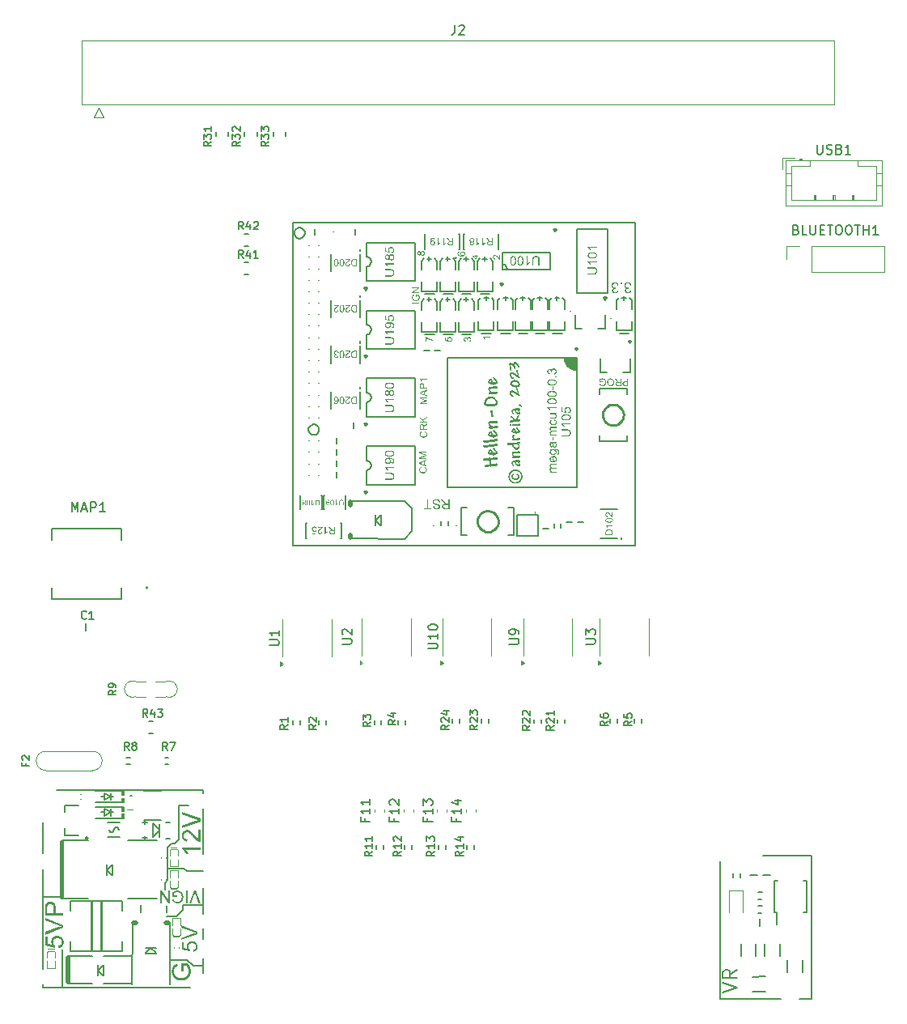
<source format=gto>
G75*
G70*
%OFA0B0*%
%FSLAX25Y25*%
%IPPOS*%
%LPD*%
%AMOC8*
5,1,8,0,0,1.08239X$1,22.5*
%
%ADD127C,0.00300*%
%ADD48C,0.00984*%
%ADD51C,0.00669*%
%ADD52C,0.00591*%
%ADD53C,0.00500*%
%ADD54C,0.00800*%
%ADD55C,0.00787*%
%ADD56C,0.00390*%
%ADD57C,0.00472*%
%ADD58C,0.01000*%
%ADD59C,0.00394*%
%ADD60C,0.01968*%
%ADD95C,0.01575*%
X0000000Y0000000D02*
%LPD*%
G01*
D51*
X0123566Y0132975D02*
X0122029Y0131899D01*
X0123566Y0131130D02*
X0120338Y0131130D01*
X0120338Y0131130D02*
X0120338Y0132360D01*
X0120338Y0132360D02*
X0120492Y0132668D01*
X0120492Y0132668D02*
X0120645Y0132821D01*
X0120645Y0132821D02*
X0120953Y0132975D01*
X0120953Y0132975D02*
X0121414Y0132975D01*
X0121414Y0132975D02*
X0121721Y0132821D01*
X0121721Y0132821D02*
X0121875Y0132668D01*
X0121875Y0132668D02*
X0122029Y0132360D01*
X0122029Y0132360D02*
X0122029Y0131130D01*
X0123566Y0136050D02*
X0123566Y0134205D01*
X0123566Y0135127D02*
X0120338Y0135127D01*
X0120338Y0135127D02*
X0120799Y0134820D01*
X0120799Y0134820D02*
X0121106Y0134512D01*
X0121106Y0134512D02*
X0121260Y0134205D01*
X0223374Y0132638D02*
X0221837Y0131562D01*
X0223374Y0130793D02*
X0220146Y0130793D01*
X0220146Y0130793D02*
X0220146Y0132023D01*
X0220146Y0132023D02*
X0220299Y0132331D01*
X0220299Y0132331D02*
X0220453Y0132484D01*
X0220453Y0132484D02*
X0220761Y0132638D01*
X0220761Y0132638D02*
X0221222Y0132638D01*
X0221222Y0132638D02*
X0221529Y0132484D01*
X0221529Y0132484D02*
X0221683Y0132331D01*
X0221683Y0132331D02*
X0221837Y0132023D01*
X0221837Y0132023D02*
X0221837Y0130793D01*
X0220453Y0133868D02*
X0220299Y0134022D01*
X0220299Y0134022D02*
X0220146Y0134329D01*
X0220146Y0134329D02*
X0220146Y0135098D01*
X0220146Y0135098D02*
X0220299Y0135405D01*
X0220299Y0135405D02*
X0220453Y0135559D01*
X0220453Y0135559D02*
X0220761Y0135713D01*
X0220761Y0135713D02*
X0221068Y0135713D01*
X0221068Y0135713D02*
X0221529Y0135559D01*
X0221529Y0135559D02*
X0223374Y0133714D01*
X0223374Y0133714D02*
X0223374Y0135713D01*
X0220453Y0136943D02*
X0220299Y0137096D01*
X0220299Y0137096D02*
X0220146Y0137404D01*
X0220146Y0137404D02*
X0220146Y0138172D01*
X0220146Y0138172D02*
X0220299Y0138480D01*
X0220299Y0138480D02*
X0220453Y0138634D01*
X0220453Y0138634D02*
X0220761Y0138787D01*
X0220761Y0138787D02*
X0221068Y0138787D01*
X0221068Y0138787D02*
X0221529Y0138634D01*
X0221529Y0138634D02*
X0223374Y0136789D01*
X0223374Y0136789D02*
X0223374Y0138787D01*
D52*
X0034496Y0220650D02*
X0034496Y0224587D01*
X0034496Y0224587D02*
X0035808Y0221775D01*
X0035808Y0221775D02*
X0037120Y0224587D01*
X0037120Y0224587D02*
X0037120Y0220650D01*
X0038808Y0221775D02*
X0040682Y0221775D01*
X0038433Y0220650D02*
X0039745Y0224587D01*
X0039745Y0224587D02*
X0041057Y0220650D01*
X0042370Y0220650D02*
X0042370Y0224587D01*
X0042370Y0224587D02*
X0043870Y0224587D01*
X0043870Y0224587D02*
X0044244Y0224400D01*
X0044244Y0224400D02*
X0044432Y0224212D01*
X0044432Y0224212D02*
X0044619Y0223837D01*
X0044619Y0223837D02*
X0044619Y0223275D01*
X0044619Y0223275D02*
X0044432Y0222900D01*
X0044432Y0222900D02*
X0044244Y0222713D01*
X0044244Y0222713D02*
X0043870Y0222525D01*
X0043870Y0222525D02*
X0042370Y0222525D01*
X0048369Y0220650D02*
X0046119Y0220650D01*
X0047244Y0220650D02*
X0047244Y0224587D01*
X0047244Y0224587D02*
X0046869Y0224025D01*
X0046869Y0224025D02*
X0046494Y0223650D01*
X0046494Y0223650D02*
X0046119Y0223462D01*
D53*
X0052740Y0147138D02*
X0051311Y0146138D01*
X0052740Y0145424D02*
X0049740Y0145424D01*
X0049740Y0145424D02*
X0049740Y0146566D01*
X0049740Y0146566D02*
X0049883Y0146852D01*
X0049883Y0146852D02*
X0050025Y0146995D01*
X0050025Y0146995D02*
X0050311Y0147138D01*
X0050311Y0147138D02*
X0050740Y0147138D01*
X0050740Y0147138D02*
X0051025Y0146995D01*
X0051025Y0146995D02*
X0051168Y0146852D01*
X0051168Y0146852D02*
X0051311Y0146566D01*
X0051311Y0146566D02*
X0051311Y0145424D01*
X0052740Y0148566D02*
X0052740Y0149138D01*
X0052740Y0149138D02*
X0052597Y0149424D01*
X0052597Y0149424D02*
X0052454Y0149566D01*
X0052454Y0149566D02*
X0052025Y0149852D01*
X0052025Y0149852D02*
X0051454Y0149995D01*
X0051454Y0149995D02*
X0050311Y0149995D01*
X0050311Y0149995D02*
X0050025Y0149852D01*
X0050025Y0149852D02*
X0049883Y0149709D01*
X0049883Y0149709D02*
X0049740Y0149424D01*
X0049740Y0149424D02*
X0049740Y0148852D01*
X0049740Y0148852D02*
X0049883Y0148566D01*
X0049883Y0148566D02*
X0050025Y0148424D01*
X0050025Y0148424D02*
X0050311Y0148281D01*
X0050311Y0148281D02*
X0051025Y0148281D01*
X0051025Y0148281D02*
X0051311Y0148424D01*
X0051311Y0148424D02*
X0051454Y0148566D01*
X0051454Y0148566D02*
X0051597Y0148852D01*
X0051597Y0148852D02*
X0051597Y0149424D01*
X0051597Y0149424D02*
X0051454Y0149709D01*
X0051454Y0149709D02*
X0051311Y0149852D01*
X0051311Y0149852D02*
X0051025Y0149995D01*
D51*
X0158413Y0080867D02*
X0156876Y0079790D01*
X0158413Y0079022D02*
X0155185Y0079022D01*
X0155185Y0079022D02*
X0155185Y0080252D01*
X0155185Y0080252D02*
X0155339Y0080559D01*
X0155339Y0080559D02*
X0155492Y0080713D01*
X0155492Y0080713D02*
X0155800Y0080867D01*
X0155800Y0080867D02*
X0156261Y0080867D01*
X0156261Y0080867D02*
X0156569Y0080713D01*
X0156569Y0080713D02*
X0156722Y0080559D01*
X0156722Y0080559D02*
X0156876Y0080252D01*
X0156876Y0080252D02*
X0156876Y0079022D01*
X0158413Y0083941D02*
X0158413Y0082096D01*
X0158413Y0083019D02*
X0155185Y0083019D01*
X0155185Y0083019D02*
X0155646Y0082711D01*
X0155646Y0082711D02*
X0155954Y0082404D01*
X0155954Y0082404D02*
X0156107Y0082096D01*
X0158413Y0087016D02*
X0158413Y0085171D01*
X0158413Y0086093D02*
X0155185Y0086093D01*
X0155185Y0086093D02*
X0155646Y0085786D01*
X0155646Y0085786D02*
X0155954Y0085478D01*
X0155954Y0085478D02*
X0156107Y0085171D01*
X0195815Y0080867D02*
X0194278Y0079790D01*
X0195815Y0079022D02*
X0192587Y0079022D01*
X0192587Y0079022D02*
X0192587Y0080252D01*
X0192587Y0080252D02*
X0192740Y0080559D01*
X0192740Y0080559D02*
X0192894Y0080713D01*
X0192894Y0080713D02*
X0193201Y0080867D01*
X0193201Y0080867D02*
X0193663Y0080867D01*
X0193663Y0080867D02*
X0193970Y0080713D01*
X0193970Y0080713D02*
X0194124Y0080559D01*
X0194124Y0080559D02*
X0194278Y0080252D01*
X0194278Y0080252D02*
X0194278Y0079022D01*
X0195815Y0083941D02*
X0195815Y0082096D01*
X0195815Y0083019D02*
X0192587Y0083019D01*
X0192587Y0083019D02*
X0193048Y0082711D01*
X0193048Y0082711D02*
X0193355Y0082404D01*
X0193355Y0082404D02*
X0193509Y0082096D01*
X0193663Y0086708D02*
X0195815Y0086708D01*
X0192433Y0085940D02*
X0194739Y0085171D01*
X0194739Y0085171D02*
X0194739Y0087169D01*
D52*
X0155398Y0094401D02*
X0155398Y0093089D01*
X0157460Y0093089D02*
X0153523Y0093089D01*
X0153523Y0093089D02*
X0153523Y0094964D01*
X0157460Y0098526D02*
X0157460Y0096276D01*
X0157460Y0097401D02*
X0153523Y0097401D01*
X0153523Y0097401D02*
X0154085Y0097026D01*
X0154085Y0097026D02*
X0154460Y0096651D01*
X0154460Y0096651D02*
X0154648Y0096276D01*
X0157460Y0102276D02*
X0157460Y0100026D01*
X0157460Y0101151D02*
X0153523Y0101151D01*
X0153523Y0101151D02*
X0154085Y0100776D01*
X0154085Y0100776D02*
X0154460Y0100401D01*
X0154460Y0100401D02*
X0154648Y0100026D01*
X0145865Y0166193D02*
X0149053Y0166193D01*
X0149053Y0166193D02*
X0149427Y0166381D01*
X0149427Y0166381D02*
X0149615Y0166568D01*
X0149615Y0166568D02*
X0149802Y0166943D01*
X0149802Y0166943D02*
X0149802Y0167693D01*
X0149802Y0167693D02*
X0149615Y0168068D01*
X0149615Y0168068D02*
X0149427Y0168256D01*
X0149427Y0168256D02*
X0149053Y0168443D01*
X0149053Y0168443D02*
X0145865Y0168443D01*
X0146240Y0170130D02*
X0146053Y0170318D01*
X0146053Y0170318D02*
X0145865Y0170693D01*
X0145865Y0170693D02*
X0145865Y0171630D01*
X0145865Y0171630D02*
X0146053Y0172005D01*
X0146053Y0172005D02*
X0146240Y0172193D01*
X0146240Y0172193D02*
X0146615Y0172380D01*
X0146615Y0172380D02*
X0146990Y0172380D01*
X0146990Y0172380D02*
X0147553Y0172193D01*
X0147553Y0172193D02*
X0149802Y0169943D01*
X0149802Y0169943D02*
X0149802Y0172380D01*
D51*
X0103901Y0373132D02*
X0102364Y0372056D01*
X0103901Y0371288D02*
X0100672Y0371288D01*
X0100672Y0371288D02*
X0100672Y0372518D01*
X0100672Y0372518D02*
X0100826Y0372825D01*
X0100826Y0372825D02*
X0100980Y0372979D01*
X0100980Y0372979D02*
X0101287Y0373132D01*
X0101287Y0373132D02*
X0101749Y0373132D01*
X0101749Y0373132D02*
X0102056Y0372979D01*
X0102056Y0372979D02*
X0102210Y0372825D01*
X0102210Y0372825D02*
X0102364Y0372518D01*
X0102364Y0372518D02*
X0102364Y0371288D01*
X0100672Y0374209D02*
X0100672Y0376207D01*
X0100672Y0376207D02*
X0101902Y0375131D01*
X0101902Y0375131D02*
X0101902Y0375592D01*
X0101902Y0375592D02*
X0102056Y0375900D01*
X0102056Y0375900D02*
X0102210Y0376053D01*
X0102210Y0376053D02*
X0102517Y0376207D01*
X0102517Y0376207D02*
X0103286Y0376207D01*
X0103286Y0376207D02*
X0103593Y0376053D01*
X0103593Y0376053D02*
X0103747Y0375900D01*
X0103747Y0375900D02*
X0103901Y0375592D01*
X0103901Y0375592D02*
X0103901Y0374670D01*
X0103901Y0374670D02*
X0103747Y0374362D01*
X0103747Y0374362D02*
X0103593Y0374209D01*
X0100980Y0377437D02*
X0100826Y0377591D01*
X0100826Y0377591D02*
X0100672Y0377898D01*
X0100672Y0377898D02*
X0100672Y0378667D01*
X0100672Y0378667D02*
X0100826Y0378974D01*
X0100826Y0378974D02*
X0100980Y0379128D01*
X0100980Y0379128D02*
X0101287Y0379282D01*
X0101287Y0379282D02*
X0101595Y0379282D01*
X0101595Y0379282D02*
X0102056Y0379128D01*
X0102056Y0379128D02*
X0103901Y0377283D01*
X0103901Y0377283D02*
X0103901Y0379282D01*
X0168054Y0134944D02*
X0166517Y0133867D01*
X0168054Y0133099D02*
X0164826Y0133099D01*
X0164826Y0133099D02*
X0164826Y0134329D01*
X0164826Y0134329D02*
X0164980Y0134636D01*
X0164980Y0134636D02*
X0165133Y0134790D01*
X0165133Y0134790D02*
X0165441Y0134944D01*
X0165441Y0134944D02*
X0165902Y0134944D01*
X0165902Y0134944D02*
X0166210Y0134790D01*
X0166210Y0134790D02*
X0166363Y0134636D01*
X0166363Y0134636D02*
X0166517Y0134329D01*
X0166517Y0134329D02*
X0166517Y0133099D01*
X0165902Y0137711D02*
X0168054Y0137711D01*
X0164672Y0136942D02*
X0166978Y0136173D01*
X0166978Y0136173D02*
X0166978Y0138172D01*
X0189909Y0132835D02*
X0188372Y0131759D01*
X0189909Y0130990D02*
X0186681Y0130990D01*
X0186681Y0130990D02*
X0186681Y0132220D01*
X0186681Y0132220D02*
X0186835Y0132528D01*
X0186835Y0132528D02*
X0186989Y0132681D01*
X0186989Y0132681D02*
X0187296Y0132835D01*
X0187296Y0132835D02*
X0187757Y0132835D01*
X0187757Y0132835D02*
X0188065Y0132681D01*
X0188065Y0132681D02*
X0188218Y0132528D01*
X0188218Y0132528D02*
X0188372Y0132220D01*
X0188372Y0132220D02*
X0188372Y0130990D01*
X0186989Y0134065D02*
X0186835Y0134219D01*
X0186835Y0134219D02*
X0186681Y0134526D01*
X0186681Y0134526D02*
X0186681Y0135295D01*
X0186681Y0135295D02*
X0186835Y0135602D01*
X0186835Y0135602D02*
X0186989Y0135756D01*
X0186989Y0135756D02*
X0187296Y0135910D01*
X0187296Y0135910D02*
X0187603Y0135910D01*
X0187603Y0135910D02*
X0188065Y0135756D01*
X0188065Y0135756D02*
X0189909Y0133911D01*
X0189909Y0133911D02*
X0189909Y0135910D01*
X0187757Y0138677D02*
X0189909Y0138677D01*
X0186527Y0137908D02*
X0188833Y0137139D01*
X0188833Y0137139D02*
X0188833Y0139138D01*
D52*
X0341582Y0371831D02*
X0341582Y0368644D01*
X0341582Y0368644D02*
X0341770Y0368269D01*
X0341770Y0368269D02*
X0341957Y0368082D01*
X0341957Y0368082D02*
X0342332Y0367894D01*
X0342332Y0367894D02*
X0343082Y0367894D01*
X0343082Y0367894D02*
X0343457Y0368082D01*
X0343457Y0368082D02*
X0343645Y0368269D01*
X0343645Y0368269D02*
X0343832Y0368644D01*
X0343832Y0368644D02*
X0343832Y0371831D01*
X0345519Y0368082D02*
X0346082Y0367894D01*
X0346082Y0367894D02*
X0347019Y0367894D01*
X0347019Y0367894D02*
X0347394Y0368082D01*
X0347394Y0368082D02*
X0347582Y0368269D01*
X0347582Y0368269D02*
X0347769Y0368644D01*
X0347769Y0368644D02*
X0347769Y0369019D01*
X0347769Y0369019D02*
X0347582Y0369394D01*
X0347582Y0369394D02*
X0347394Y0369582D01*
X0347394Y0369582D02*
X0347019Y0369769D01*
X0347019Y0369769D02*
X0346269Y0369957D01*
X0346269Y0369957D02*
X0345894Y0370144D01*
X0345894Y0370144D02*
X0345707Y0370332D01*
X0345707Y0370332D02*
X0345519Y0370707D01*
X0345519Y0370707D02*
X0345519Y0371082D01*
X0345519Y0371082D02*
X0345707Y0371456D01*
X0345707Y0371456D02*
X0345894Y0371644D01*
X0345894Y0371644D02*
X0346269Y0371831D01*
X0346269Y0371831D02*
X0347207Y0371831D01*
X0347207Y0371831D02*
X0347769Y0371644D01*
X0350769Y0369957D02*
X0351331Y0369769D01*
X0351331Y0369769D02*
X0351519Y0369582D01*
X0351519Y0369582D02*
X0351706Y0369207D01*
X0351706Y0369207D02*
X0351706Y0368644D01*
X0351706Y0368644D02*
X0351519Y0368269D01*
X0351519Y0368269D02*
X0351331Y0368082D01*
X0351331Y0368082D02*
X0350956Y0367894D01*
X0350956Y0367894D02*
X0349456Y0367894D01*
X0349456Y0367894D02*
X0349456Y0371831D01*
X0349456Y0371831D02*
X0350769Y0371831D01*
X0350769Y0371831D02*
X0351144Y0371644D01*
X0351144Y0371644D02*
X0351331Y0371456D01*
X0351331Y0371456D02*
X0351519Y0371082D01*
X0351519Y0371082D02*
X0351519Y0370707D01*
X0351519Y0370707D02*
X0351331Y0370332D01*
X0351331Y0370332D02*
X0351144Y0370144D01*
X0351144Y0370144D02*
X0350769Y0369957D01*
X0350769Y0369957D02*
X0349456Y0369957D01*
X0355456Y0367894D02*
X0353206Y0367894D01*
X0354331Y0367894D02*
X0354331Y0371831D01*
X0354331Y0371831D02*
X0353956Y0371269D01*
X0353956Y0371269D02*
X0353581Y0370894D01*
X0353581Y0370894D02*
X0353206Y0370707D01*
D51*
X0157720Y0134162D02*
X0156182Y0133086D01*
X0157720Y0132318D02*
X0154491Y0132318D01*
X0154491Y0132318D02*
X0154491Y0133547D01*
X0154491Y0133547D02*
X0154645Y0133855D01*
X0154645Y0133855D02*
X0154799Y0134009D01*
X0154799Y0134009D02*
X0155106Y0134162D01*
X0155106Y0134162D02*
X0155567Y0134162D01*
X0155567Y0134162D02*
X0155875Y0134009D01*
X0155875Y0134009D02*
X0156029Y0133855D01*
X0156029Y0133855D02*
X0156182Y0133547D01*
X0156182Y0133547D02*
X0156182Y0132318D01*
X0154491Y0135239D02*
X0154491Y0137237D01*
X0154491Y0137237D02*
X0155721Y0136161D01*
X0155721Y0136161D02*
X0155721Y0136622D01*
X0155721Y0136622D02*
X0155875Y0136930D01*
X0155875Y0136930D02*
X0156029Y0137083D01*
X0156029Y0137083D02*
X0156336Y0137237D01*
X0156336Y0137237D02*
X0157105Y0137237D01*
X0157105Y0137237D02*
X0157412Y0137083D01*
X0157412Y0137083D02*
X0157566Y0136930D01*
X0157566Y0136930D02*
X0157720Y0136622D01*
X0157720Y0136622D02*
X0157720Y0135700D01*
X0157720Y0135700D02*
X0157566Y0135392D01*
X0157566Y0135392D02*
X0157412Y0135239D01*
X0265318Y0134550D02*
X0263781Y0133474D01*
X0265318Y0132705D02*
X0262090Y0132705D01*
X0262090Y0132705D02*
X0262090Y0133935D01*
X0262090Y0133935D02*
X0262244Y0134242D01*
X0262244Y0134242D02*
X0262397Y0134396D01*
X0262397Y0134396D02*
X0262705Y0134550D01*
X0262705Y0134550D02*
X0263166Y0134550D01*
X0263166Y0134550D02*
X0263473Y0134396D01*
X0263473Y0134396D02*
X0263627Y0134242D01*
X0263627Y0134242D02*
X0263781Y0133935D01*
X0263781Y0133935D02*
X0263781Y0132705D01*
X0262090Y0137471D02*
X0262090Y0135933D01*
X0262090Y0135933D02*
X0263627Y0135780D01*
X0263627Y0135780D02*
X0263473Y0135933D01*
X0263473Y0135933D02*
X0263320Y0136241D01*
X0263320Y0136241D02*
X0263320Y0137010D01*
X0263320Y0137010D02*
X0263473Y0137317D01*
X0263473Y0137317D02*
X0263627Y0137471D01*
X0263627Y0137471D02*
X0263935Y0137624D01*
X0263935Y0137624D02*
X0264703Y0137624D01*
X0264703Y0137624D02*
X0265011Y0137471D01*
X0265011Y0137471D02*
X0265164Y0137317D01*
X0265164Y0137317D02*
X0265318Y0137010D01*
X0265318Y0137010D02*
X0265318Y0136241D01*
X0265318Y0136241D02*
X0265164Y0135933D01*
X0265164Y0135933D02*
X0265011Y0135780D01*
X0092090Y0373132D02*
X0090552Y0372056D01*
X0092090Y0371288D02*
X0088861Y0371288D01*
X0088861Y0371288D02*
X0088861Y0372518D01*
X0088861Y0372518D02*
X0089015Y0372825D01*
X0089015Y0372825D02*
X0089169Y0372979D01*
X0089169Y0372979D02*
X0089476Y0373132D01*
X0089476Y0373132D02*
X0089938Y0373132D01*
X0089938Y0373132D02*
X0090245Y0372979D01*
X0090245Y0372979D02*
X0090399Y0372825D01*
X0090399Y0372825D02*
X0090552Y0372518D01*
X0090552Y0372518D02*
X0090552Y0371288D01*
X0088861Y0374209D02*
X0088861Y0376207D01*
X0088861Y0376207D02*
X0090091Y0375131D01*
X0090091Y0375131D02*
X0090091Y0375592D01*
X0090091Y0375592D02*
X0090245Y0375900D01*
X0090245Y0375900D02*
X0090399Y0376053D01*
X0090399Y0376053D02*
X0090706Y0376207D01*
X0090706Y0376207D02*
X0091475Y0376207D01*
X0091475Y0376207D02*
X0091782Y0376053D01*
X0091782Y0376053D02*
X0091936Y0375900D01*
X0091936Y0375900D02*
X0092090Y0375592D01*
X0092090Y0375592D02*
X0092090Y0374670D01*
X0092090Y0374670D02*
X0091936Y0374362D01*
X0091936Y0374362D02*
X0091782Y0374209D01*
X0092090Y0379282D02*
X0092090Y0377437D01*
X0092090Y0378359D02*
X0088861Y0378359D01*
X0088861Y0378359D02*
X0089323Y0378052D01*
X0089323Y0378052D02*
X0089630Y0377744D01*
X0089630Y0377744D02*
X0089784Y0377437D01*
X0105165Y0325150D02*
X0104089Y0326688D01*
X0103320Y0325150D02*
X0103320Y0328379D01*
X0103320Y0328379D02*
X0104550Y0328379D01*
X0104550Y0328379D02*
X0104858Y0328225D01*
X0104858Y0328225D02*
X0105011Y0328071D01*
X0105011Y0328071D02*
X0105165Y0327764D01*
X0105165Y0327764D02*
X0105165Y0327302D01*
X0105165Y0327302D02*
X0105011Y0326995D01*
X0105011Y0326995D02*
X0104858Y0326841D01*
X0104858Y0326841D02*
X0104550Y0326688D01*
X0104550Y0326688D02*
X0103320Y0326688D01*
X0107932Y0327302D02*
X0107932Y0325150D01*
X0107164Y0328532D02*
X0106395Y0326226D01*
X0106395Y0326226D02*
X0108394Y0326226D01*
X0111314Y0325150D02*
X0109470Y0325150D01*
X0110392Y0325150D02*
X0110392Y0328379D01*
X0110392Y0328379D02*
X0110085Y0327917D01*
X0110085Y0327917D02*
X0109777Y0327610D01*
X0109777Y0327610D02*
X0109470Y0327456D01*
X0170224Y0080867D02*
X0168687Y0079790D01*
X0170224Y0079022D02*
X0166996Y0079022D01*
X0166996Y0079022D02*
X0166996Y0080252D01*
X0166996Y0080252D02*
X0167150Y0080559D01*
X0167150Y0080559D02*
X0167303Y0080713D01*
X0167303Y0080713D02*
X0167611Y0080867D01*
X0167611Y0080867D02*
X0168072Y0080867D01*
X0168072Y0080867D02*
X0168380Y0080713D01*
X0168380Y0080713D02*
X0168533Y0080559D01*
X0168533Y0080559D02*
X0168687Y0080252D01*
X0168687Y0080252D02*
X0168687Y0079022D01*
X0170224Y0083941D02*
X0170224Y0082096D01*
X0170224Y0083019D02*
X0166996Y0083019D01*
X0166996Y0083019D02*
X0167457Y0082711D01*
X0167457Y0082711D02*
X0167765Y0082404D01*
X0167765Y0082404D02*
X0167918Y0082096D01*
X0167303Y0085171D02*
X0167150Y0085325D01*
X0167150Y0085325D02*
X0166996Y0085632D01*
X0166996Y0085632D02*
X0166996Y0086401D01*
X0166996Y0086401D02*
X0167150Y0086708D01*
X0167150Y0086708D02*
X0167303Y0086862D01*
X0167303Y0086862D02*
X0167611Y0087016D01*
X0167611Y0087016D02*
X0167918Y0087016D01*
X0167918Y0087016D02*
X0168380Y0086862D01*
X0168380Y0086862D02*
X0170224Y0085017D01*
X0170224Y0085017D02*
X0170224Y0087016D01*
X0105165Y0336961D02*
X0104089Y0338499D01*
X0103320Y0336961D02*
X0103320Y0340190D01*
X0103320Y0340190D02*
X0104550Y0340190D01*
X0104550Y0340190D02*
X0104858Y0340036D01*
X0104858Y0340036D02*
X0105011Y0339882D01*
X0105011Y0339882D02*
X0105165Y0339575D01*
X0105165Y0339575D02*
X0105165Y0339113D01*
X0105165Y0339113D02*
X0105011Y0338806D01*
X0105011Y0338806D02*
X0104858Y0338652D01*
X0104858Y0338652D02*
X0104550Y0338499D01*
X0104550Y0338499D02*
X0103320Y0338499D01*
X0107932Y0339113D02*
X0107932Y0336961D01*
X0107164Y0340343D02*
X0106395Y0338037D01*
X0106395Y0338037D02*
X0108394Y0338037D01*
X0109470Y0339882D02*
X0109623Y0340036D01*
X0109623Y0340036D02*
X0109931Y0340190D01*
X0109931Y0340190D02*
X0110700Y0340190D01*
X0110700Y0340190D02*
X0111007Y0340036D01*
X0111007Y0340036D02*
X0111161Y0339882D01*
X0111161Y0339882D02*
X0111314Y0339575D01*
X0111314Y0339575D02*
X0111314Y0339267D01*
X0111314Y0339267D02*
X0111161Y0338806D01*
X0111161Y0338806D02*
X0109316Y0336961D01*
X0109316Y0336961D02*
X0111314Y0336961D01*
D52*
X0214763Y0166193D02*
X0217950Y0166193D01*
X0217950Y0166193D02*
X0218325Y0166381D01*
X0218325Y0166381D02*
X0218513Y0166568D01*
X0218513Y0166568D02*
X0218700Y0166943D01*
X0218700Y0166943D02*
X0218700Y0167693D01*
X0218700Y0167693D02*
X0218513Y0168068D01*
X0218513Y0168068D02*
X0218325Y0168256D01*
X0218325Y0168256D02*
X0217950Y0168443D01*
X0217950Y0168443D02*
X0214763Y0168443D01*
X0218700Y0170505D02*
X0218700Y0171255D01*
X0218700Y0171255D02*
X0218513Y0171630D01*
X0218513Y0171630D02*
X0218325Y0171818D01*
X0218325Y0171818D02*
X0217763Y0172193D01*
X0217763Y0172193D02*
X0217013Y0172380D01*
X0217013Y0172380D02*
X0215513Y0172380D01*
X0215513Y0172380D02*
X0215138Y0172193D01*
X0215138Y0172193D02*
X0214951Y0172005D01*
X0214951Y0172005D02*
X0214763Y0171630D01*
X0214763Y0171630D02*
X0214763Y0170880D01*
X0214763Y0170880D02*
X0214951Y0170505D01*
X0214951Y0170505D02*
X0215138Y0170318D01*
X0215138Y0170318D02*
X0215513Y0170130D01*
X0215513Y0170130D02*
X0216450Y0170130D01*
X0216450Y0170130D02*
X0216825Y0170318D01*
X0216825Y0170318D02*
X0217013Y0170505D01*
X0217013Y0170505D02*
X0217200Y0170880D01*
X0217200Y0170880D02*
X0217200Y0171630D01*
X0217200Y0171630D02*
X0217013Y0172005D01*
X0217013Y0172005D02*
X0216825Y0172193D01*
X0216825Y0172193D02*
X0216450Y0172380D01*
D51*
X0065795Y0136174D02*
X0064719Y0137711D01*
X0063950Y0136174D02*
X0063950Y0139402D01*
X0063950Y0139402D02*
X0065180Y0139402D01*
X0065180Y0139402D02*
X0065488Y0139248D01*
X0065488Y0139248D02*
X0065641Y0139095D01*
X0065641Y0139095D02*
X0065795Y0138787D01*
X0065795Y0138787D02*
X0065795Y0138326D01*
X0065795Y0138326D02*
X0065641Y0138019D01*
X0065641Y0138019D02*
X0065488Y0137865D01*
X0065488Y0137865D02*
X0065180Y0137711D01*
X0065180Y0137711D02*
X0063950Y0137711D01*
X0068562Y0138326D02*
X0068562Y0136174D01*
X0067794Y0139556D02*
X0067025Y0137250D01*
X0067025Y0137250D02*
X0069023Y0137250D01*
X0069946Y0139402D02*
X0071944Y0139402D01*
X0071944Y0139402D02*
X0070868Y0138172D01*
X0070868Y0138172D02*
X0071329Y0138172D01*
X0071329Y0138172D02*
X0071637Y0138019D01*
X0071637Y0138019D02*
X0071791Y0137865D01*
X0071791Y0137865D02*
X0071944Y0137557D01*
X0071944Y0137557D02*
X0071944Y0136789D01*
X0071944Y0136789D02*
X0071791Y0136481D01*
X0071791Y0136481D02*
X0071637Y0136328D01*
X0071637Y0136328D02*
X0071329Y0136174D01*
X0071329Y0136174D02*
X0070407Y0136174D01*
X0070407Y0136174D02*
X0070100Y0136328D01*
X0070100Y0136328D02*
X0069946Y0136481D01*
D52*
X0192917Y0094401D02*
X0192917Y0093089D01*
X0194980Y0093089D02*
X0191043Y0093089D01*
X0191043Y0093089D02*
X0191043Y0094964D01*
X0194980Y0098526D02*
X0194980Y0096276D01*
X0194980Y0097401D02*
X0191043Y0097401D01*
X0191043Y0097401D02*
X0191605Y0097026D01*
X0191605Y0097026D02*
X0191980Y0096651D01*
X0191980Y0096651D02*
X0192167Y0096276D01*
X0192355Y0101901D02*
X0194980Y0101901D01*
X0190855Y0100963D02*
X0193667Y0100026D01*
X0193667Y0100026D02*
X0193667Y0102463D01*
D53*
X0015538Y0117110D02*
X0015538Y0116110D01*
X0017110Y0116110D02*
X0014110Y0116110D01*
X0014110Y0116110D02*
X0014110Y0117539D01*
X0014396Y0118539D02*
X0014253Y0118682D01*
X0014253Y0118682D02*
X0014110Y0118967D01*
X0014110Y0118967D02*
X0014110Y0119682D01*
X0014110Y0119682D02*
X0014253Y0119967D01*
X0014253Y0119967D02*
X0014396Y0120110D01*
X0014396Y0120110D02*
X0014681Y0120253D01*
X0014681Y0120253D02*
X0014967Y0120253D01*
X0014967Y0120253D02*
X0015396Y0120110D01*
X0015396Y0120110D02*
X0017110Y0118396D01*
X0017110Y0118396D02*
X0017110Y0120253D01*
D51*
X0201720Y0132835D02*
X0200183Y0131759D01*
X0201720Y0130990D02*
X0198492Y0130990D01*
X0198492Y0130990D02*
X0198492Y0132220D01*
X0198492Y0132220D02*
X0198646Y0132528D01*
X0198646Y0132528D02*
X0198800Y0132681D01*
X0198800Y0132681D02*
X0199107Y0132835D01*
X0199107Y0132835D02*
X0199568Y0132835D01*
X0199568Y0132835D02*
X0199876Y0132681D01*
X0199876Y0132681D02*
X0200029Y0132528D01*
X0200029Y0132528D02*
X0200183Y0132220D01*
X0200183Y0132220D02*
X0200183Y0130990D01*
X0198800Y0134065D02*
X0198646Y0134219D01*
X0198646Y0134219D02*
X0198492Y0134526D01*
X0198492Y0134526D02*
X0198492Y0135295D01*
X0198492Y0135295D02*
X0198646Y0135602D01*
X0198646Y0135602D02*
X0198800Y0135756D01*
X0198800Y0135756D02*
X0199107Y0135910D01*
X0199107Y0135910D02*
X0199414Y0135910D01*
X0199414Y0135910D02*
X0199876Y0135756D01*
X0199876Y0135756D02*
X0201720Y0133911D01*
X0201720Y0133911D02*
X0201720Y0135910D01*
X0198492Y0136986D02*
X0198492Y0138984D01*
X0198492Y0138984D02*
X0199722Y0137908D01*
X0199722Y0137908D02*
X0199722Y0138369D01*
X0199722Y0138369D02*
X0199876Y0138677D01*
X0199876Y0138677D02*
X0200029Y0138831D01*
X0200029Y0138831D02*
X0200337Y0138984D01*
X0200337Y0138984D02*
X0201105Y0138984D01*
X0201105Y0138984D02*
X0201413Y0138831D01*
X0201413Y0138831D02*
X0201567Y0138677D01*
X0201567Y0138677D02*
X0201720Y0138369D01*
X0201720Y0138369D02*
X0201720Y0137447D01*
X0201720Y0137447D02*
X0201567Y0137139D01*
X0201567Y0137139D02*
X0201413Y0136986D01*
D52*
X0332917Y0336787D02*
X0333480Y0336600D01*
X0333480Y0336600D02*
X0333667Y0336412D01*
X0333667Y0336412D02*
X0333855Y0336037D01*
X0333855Y0336037D02*
X0333855Y0335475D01*
X0333855Y0335475D02*
X0333667Y0335100D01*
X0333667Y0335100D02*
X0333480Y0334913D01*
X0333480Y0334913D02*
X0333105Y0334725D01*
X0333105Y0334725D02*
X0331605Y0334725D01*
X0331605Y0334725D02*
X0331605Y0338662D01*
X0331605Y0338662D02*
X0332917Y0338662D01*
X0332917Y0338662D02*
X0333292Y0338475D01*
X0333292Y0338475D02*
X0333480Y0338287D01*
X0333480Y0338287D02*
X0333667Y0337912D01*
X0333667Y0337912D02*
X0333667Y0337537D01*
X0333667Y0337537D02*
X0333480Y0337162D01*
X0333480Y0337162D02*
X0333292Y0336975D01*
X0333292Y0336975D02*
X0332917Y0336787D01*
X0332917Y0336787D02*
X0331605Y0336787D01*
X0337417Y0334725D02*
X0335542Y0334725D01*
X0335542Y0334725D02*
X0335542Y0338662D01*
X0338729Y0338662D02*
X0338729Y0335475D01*
X0338729Y0335475D02*
X0338916Y0335100D01*
X0338916Y0335100D02*
X0339104Y0334913D01*
X0339104Y0334913D02*
X0339479Y0334725D01*
X0339479Y0334725D02*
X0340229Y0334725D01*
X0340229Y0334725D02*
X0340604Y0334913D01*
X0340604Y0334913D02*
X0340791Y0335100D01*
X0340791Y0335100D02*
X0340979Y0335475D01*
X0340979Y0335475D02*
X0340979Y0338662D01*
X0342853Y0336787D02*
X0344166Y0336787D01*
X0344728Y0334725D02*
X0342853Y0334725D01*
X0342853Y0334725D02*
X0342853Y0338662D01*
X0342853Y0338662D02*
X0344728Y0338662D01*
X0345853Y0338662D02*
X0348103Y0338662D01*
X0346978Y0334725D02*
X0346978Y0338662D01*
X0350165Y0338662D02*
X0350915Y0338662D01*
X0350915Y0338662D02*
X0351290Y0338475D01*
X0351290Y0338475D02*
X0351665Y0338100D01*
X0351665Y0338100D02*
X0351852Y0337350D01*
X0351852Y0337350D02*
X0351852Y0336037D01*
X0351852Y0336037D02*
X0351665Y0335288D01*
X0351665Y0335288D02*
X0351290Y0334913D01*
X0351290Y0334913D02*
X0350915Y0334725D01*
X0350915Y0334725D02*
X0350165Y0334725D01*
X0350165Y0334725D02*
X0349790Y0334913D01*
X0349790Y0334913D02*
X0349415Y0335288D01*
X0349415Y0335288D02*
X0349228Y0336037D01*
X0349228Y0336037D02*
X0349228Y0337350D01*
X0349228Y0337350D02*
X0349415Y0338100D01*
X0349415Y0338100D02*
X0349790Y0338475D01*
X0349790Y0338475D02*
X0350165Y0338662D01*
X0354289Y0338662D02*
X0355039Y0338662D01*
X0355039Y0338662D02*
X0355414Y0338475D01*
X0355414Y0338475D02*
X0355789Y0338100D01*
X0355789Y0338100D02*
X0355977Y0337350D01*
X0355977Y0337350D02*
X0355977Y0336037D01*
X0355977Y0336037D02*
X0355789Y0335288D01*
X0355789Y0335288D02*
X0355414Y0334913D01*
X0355414Y0334913D02*
X0355039Y0334725D01*
X0355039Y0334725D02*
X0354289Y0334725D01*
X0354289Y0334725D02*
X0353915Y0334913D01*
X0353915Y0334913D02*
X0353540Y0335288D01*
X0353540Y0335288D02*
X0353352Y0336037D01*
X0353352Y0336037D02*
X0353352Y0337350D01*
X0353352Y0337350D02*
X0353540Y0338100D01*
X0353540Y0338100D02*
X0353915Y0338475D01*
X0353915Y0338475D02*
X0354289Y0338662D01*
X0357102Y0338662D02*
X0359351Y0338662D01*
X0358226Y0334725D02*
X0358226Y0338662D01*
X0360664Y0334725D02*
X0360664Y0338662D01*
X0360664Y0336787D02*
X0362913Y0336787D01*
X0362913Y0334725D02*
X0362913Y0338662D01*
X0366850Y0334725D02*
X0364601Y0334725D01*
X0365726Y0334725D02*
X0365726Y0338662D01*
X0365726Y0338662D02*
X0365351Y0338100D01*
X0365351Y0338100D02*
X0364976Y0337725D01*
X0364976Y0337725D02*
X0364601Y0337537D01*
D51*
X0058172Y0122477D02*
X0057096Y0124014D01*
X0056327Y0122477D02*
X0056327Y0125705D01*
X0056327Y0125705D02*
X0057557Y0125705D01*
X0057557Y0125705D02*
X0057864Y0125552D01*
X0057864Y0125552D02*
X0058018Y0125398D01*
X0058018Y0125398D02*
X0058172Y0125091D01*
X0058172Y0125091D02*
X0058172Y0124629D01*
X0058172Y0124629D02*
X0058018Y0124322D01*
X0058018Y0124322D02*
X0057864Y0124168D01*
X0057864Y0124168D02*
X0057557Y0124014D01*
X0057557Y0124014D02*
X0056327Y0124014D01*
X0060017Y0124322D02*
X0059709Y0124476D01*
X0059709Y0124476D02*
X0059555Y0124629D01*
X0059555Y0124629D02*
X0059402Y0124937D01*
X0059402Y0124937D02*
X0059402Y0125091D01*
X0059402Y0125091D02*
X0059555Y0125398D01*
X0059555Y0125398D02*
X0059709Y0125552D01*
X0059709Y0125552D02*
X0060017Y0125705D01*
X0060017Y0125705D02*
X0060632Y0125705D01*
X0060632Y0125705D02*
X0060939Y0125552D01*
X0060939Y0125552D02*
X0061093Y0125398D01*
X0061093Y0125398D02*
X0061246Y0125091D01*
X0061246Y0125091D02*
X0061246Y0124937D01*
X0061246Y0124937D02*
X0061093Y0124629D01*
X0061093Y0124629D02*
X0060939Y0124476D01*
X0060939Y0124476D02*
X0060632Y0124322D01*
X0060632Y0124322D02*
X0060017Y0124322D01*
X0060017Y0124322D02*
X0059709Y0124168D01*
X0059709Y0124168D02*
X0059555Y0124014D01*
X0059555Y0124014D02*
X0059402Y0123707D01*
X0059402Y0123707D02*
X0059402Y0123092D01*
X0059402Y0123092D02*
X0059555Y0122785D01*
X0059555Y0122785D02*
X0059709Y0122631D01*
X0059709Y0122631D02*
X0060017Y0122477D01*
X0060017Y0122477D02*
X0060632Y0122477D01*
X0060632Y0122477D02*
X0060939Y0122631D01*
X0060939Y0122631D02*
X0061093Y0122785D01*
X0061093Y0122785D02*
X0061246Y0123092D01*
X0061246Y0123092D02*
X0061246Y0123707D01*
X0061246Y0123707D02*
X0061093Y0124014D01*
X0061093Y0124014D02*
X0060939Y0124168D01*
X0060939Y0124168D02*
X0060632Y0124322D01*
X0115712Y0373132D02*
X0114175Y0372056D01*
X0115712Y0371288D02*
X0112483Y0371288D01*
X0112483Y0371288D02*
X0112483Y0372518D01*
X0112483Y0372518D02*
X0112637Y0372825D01*
X0112637Y0372825D02*
X0112791Y0372979D01*
X0112791Y0372979D02*
X0113098Y0373132D01*
X0113098Y0373132D02*
X0113560Y0373132D01*
X0113560Y0373132D02*
X0113867Y0372979D01*
X0113867Y0372979D02*
X0114021Y0372825D01*
X0114021Y0372825D02*
X0114175Y0372518D01*
X0114175Y0372518D02*
X0114175Y0371288D01*
X0112483Y0374209D02*
X0112483Y0376207D01*
X0112483Y0376207D02*
X0113713Y0375131D01*
X0113713Y0375131D02*
X0113713Y0375592D01*
X0113713Y0375592D02*
X0113867Y0375900D01*
X0113867Y0375900D02*
X0114021Y0376053D01*
X0114021Y0376053D02*
X0114328Y0376207D01*
X0114328Y0376207D02*
X0115097Y0376207D01*
X0115097Y0376207D02*
X0115404Y0376053D01*
X0115404Y0376053D02*
X0115558Y0375900D01*
X0115558Y0375900D02*
X0115712Y0375592D01*
X0115712Y0375592D02*
X0115712Y0374670D01*
X0115712Y0374670D02*
X0115558Y0374362D01*
X0115558Y0374362D02*
X0115404Y0374209D01*
X0112483Y0377283D02*
X0112483Y0379282D01*
X0112483Y0379282D02*
X0113713Y0378206D01*
X0113713Y0378206D02*
X0113713Y0378667D01*
X0113713Y0378667D02*
X0113867Y0378974D01*
X0113867Y0378974D02*
X0114021Y0379128D01*
X0114021Y0379128D02*
X0114328Y0379282D01*
X0114328Y0379282D02*
X0115097Y0379282D01*
X0115097Y0379282D02*
X0115404Y0379128D01*
X0115404Y0379128D02*
X0115558Y0378974D01*
X0115558Y0378974D02*
X0115712Y0378667D01*
X0115712Y0378667D02*
X0115712Y0377744D01*
X0115712Y0377744D02*
X0115558Y0377437D01*
X0115558Y0377437D02*
X0115404Y0377283D01*
D52*
X0115924Y0165701D02*
X0119112Y0165701D01*
X0119112Y0165701D02*
X0119487Y0165889D01*
X0119487Y0165889D02*
X0119674Y0166076D01*
X0119674Y0166076D02*
X0119861Y0166451D01*
X0119861Y0166451D02*
X0119861Y0167201D01*
X0119861Y0167201D02*
X0119674Y0167576D01*
X0119674Y0167576D02*
X0119487Y0167763D01*
X0119487Y0167763D02*
X0119112Y0167951D01*
X0119112Y0167951D02*
X0115924Y0167951D01*
X0119861Y0171888D02*
X0119861Y0169638D01*
X0119861Y0170763D02*
X0115924Y0170763D01*
X0115924Y0170763D02*
X0116487Y0170388D01*
X0116487Y0170388D02*
X0116862Y0170013D01*
X0116862Y0170013D02*
X0117049Y0169638D01*
D51*
X0184004Y0080867D02*
X0182467Y0079790D01*
X0184004Y0079022D02*
X0180776Y0079022D01*
X0180776Y0079022D02*
X0180776Y0080252D01*
X0180776Y0080252D02*
X0180929Y0080559D01*
X0180929Y0080559D02*
X0181083Y0080713D01*
X0181083Y0080713D02*
X0181390Y0080867D01*
X0181390Y0080867D02*
X0181852Y0080867D01*
X0181852Y0080867D02*
X0182159Y0080713D01*
X0182159Y0080713D02*
X0182313Y0080559D01*
X0182313Y0080559D02*
X0182467Y0080252D01*
X0182467Y0080252D02*
X0182467Y0079022D01*
X0184004Y0083941D02*
X0184004Y0082096D01*
X0184004Y0083019D02*
X0180776Y0083019D01*
X0180776Y0083019D02*
X0181237Y0082711D01*
X0181237Y0082711D02*
X0181544Y0082404D01*
X0181544Y0082404D02*
X0181698Y0082096D01*
X0180776Y0085017D02*
X0180776Y0087016D01*
X0180776Y0087016D02*
X0182005Y0085940D01*
X0182005Y0085940D02*
X0182005Y0086401D01*
X0182005Y0086401D02*
X0182159Y0086708D01*
X0182159Y0086708D02*
X0182313Y0086862D01*
X0182313Y0086862D02*
X0182620Y0087016D01*
X0182620Y0087016D02*
X0183389Y0087016D01*
X0183389Y0087016D02*
X0183696Y0086862D01*
X0183696Y0086862D02*
X0183850Y0086708D01*
X0183850Y0086708D02*
X0184004Y0086401D01*
X0184004Y0086401D02*
X0184004Y0085478D01*
X0184004Y0085478D02*
X0183850Y0085171D01*
X0183850Y0085171D02*
X0183696Y0085017D01*
X0073920Y0122477D02*
X0072844Y0124014D01*
X0072075Y0122477D02*
X0072075Y0125705D01*
X0072075Y0125705D02*
X0073305Y0125705D01*
X0073305Y0125705D02*
X0073612Y0125552D01*
X0073612Y0125552D02*
X0073766Y0125398D01*
X0073766Y0125398D02*
X0073920Y0125091D01*
X0073920Y0125091D02*
X0073920Y0124629D01*
X0073920Y0124629D02*
X0073766Y0124322D01*
X0073766Y0124322D02*
X0073612Y0124168D01*
X0073612Y0124168D02*
X0073305Y0124014D01*
X0073305Y0124014D02*
X0072075Y0124014D01*
X0074996Y0125705D02*
X0077148Y0125705D01*
X0077148Y0125705D02*
X0075765Y0122477D01*
X0233216Y0132638D02*
X0231679Y0131562D01*
X0233216Y0130793D02*
X0229988Y0130793D01*
X0229988Y0130793D02*
X0229988Y0132023D01*
X0229988Y0132023D02*
X0230142Y0132331D01*
X0230142Y0132331D02*
X0230296Y0132484D01*
X0230296Y0132484D02*
X0230603Y0132638D01*
X0230603Y0132638D02*
X0231064Y0132638D01*
X0231064Y0132638D02*
X0231372Y0132484D01*
X0231372Y0132484D02*
X0231525Y0132331D01*
X0231525Y0132331D02*
X0231679Y0132023D01*
X0231679Y0132023D02*
X0231679Y0130793D01*
X0230296Y0133868D02*
X0230142Y0134022D01*
X0230142Y0134022D02*
X0229988Y0134329D01*
X0229988Y0134329D02*
X0229988Y0135098D01*
X0229988Y0135098D02*
X0230142Y0135405D01*
X0230142Y0135405D02*
X0230296Y0135559D01*
X0230296Y0135559D02*
X0230603Y0135713D01*
X0230603Y0135713D02*
X0230911Y0135713D01*
X0230911Y0135713D02*
X0231372Y0135559D01*
X0231372Y0135559D02*
X0233216Y0133714D01*
X0233216Y0133714D02*
X0233216Y0135713D01*
X0233216Y0138787D02*
X0233216Y0136943D01*
X0233216Y0137865D02*
X0229988Y0137865D01*
X0229988Y0137865D02*
X0230449Y0137558D01*
X0230449Y0137558D02*
X0230757Y0137250D01*
X0230757Y0137250D02*
X0230911Y0136943D01*
D52*
X0167327Y0094401D02*
X0167327Y0093089D01*
X0169389Y0093089D02*
X0165452Y0093089D01*
X0165452Y0093089D02*
X0165452Y0094964D01*
X0169389Y0098526D02*
X0169389Y0096276D01*
X0169389Y0097401D02*
X0165452Y0097401D01*
X0165452Y0097401D02*
X0166014Y0097026D01*
X0166014Y0097026D02*
X0166389Y0096651D01*
X0166389Y0096651D02*
X0166577Y0096276D01*
X0165827Y0100026D02*
X0165640Y0100213D01*
X0165640Y0100213D02*
X0165452Y0100588D01*
X0165452Y0100588D02*
X0165452Y0101526D01*
X0165452Y0101526D02*
X0165640Y0101901D01*
X0165640Y0101901D02*
X0165827Y0102088D01*
X0165827Y0102088D02*
X0166202Y0102276D01*
X0166202Y0102276D02*
X0166577Y0102276D01*
X0166577Y0102276D02*
X0167139Y0102088D01*
X0167139Y0102088D02*
X0169389Y0099838D01*
X0169389Y0099838D02*
X0169389Y0102276D01*
D51*
X0255476Y0134550D02*
X0253938Y0133474D01*
X0255476Y0132705D02*
X0252247Y0132705D01*
X0252247Y0132705D02*
X0252247Y0133935D01*
X0252247Y0133935D02*
X0252401Y0134242D01*
X0252401Y0134242D02*
X0252555Y0134396D01*
X0252555Y0134396D02*
X0252862Y0134550D01*
X0252862Y0134550D02*
X0253323Y0134550D01*
X0253323Y0134550D02*
X0253631Y0134396D01*
X0253631Y0134396D02*
X0253785Y0134242D01*
X0253785Y0134242D02*
X0253938Y0133935D01*
X0253938Y0133935D02*
X0253938Y0132705D01*
X0252247Y0137317D02*
X0252247Y0136702D01*
X0252247Y0136702D02*
X0252401Y0136395D01*
X0252401Y0136395D02*
X0252555Y0136241D01*
X0252555Y0136241D02*
X0253016Y0135933D01*
X0253016Y0135933D02*
X0253631Y0135780D01*
X0253631Y0135780D02*
X0254861Y0135780D01*
X0254861Y0135780D02*
X0255168Y0135933D01*
X0255168Y0135933D02*
X0255322Y0136087D01*
X0255322Y0136087D02*
X0255476Y0136395D01*
X0255476Y0136395D02*
X0255476Y0137010D01*
X0255476Y0137010D02*
X0255322Y0137317D01*
X0255322Y0137317D02*
X0255168Y0137471D01*
X0255168Y0137471D02*
X0254861Y0137624D01*
X0254861Y0137624D02*
X0254092Y0137624D01*
X0254092Y0137624D02*
X0253785Y0137471D01*
X0253785Y0137471D02*
X0253631Y0137317D01*
X0253631Y0137317D02*
X0253477Y0137010D01*
X0253477Y0137010D02*
X0253477Y0136395D01*
X0253477Y0136395D02*
X0253631Y0136087D01*
X0253631Y0136087D02*
X0253785Y0135933D01*
X0253785Y0135933D02*
X0254092Y0135780D01*
D52*
X0246259Y0166193D02*
X0249446Y0166193D01*
X0249446Y0166193D02*
X0249821Y0166381D01*
X0249821Y0166381D02*
X0250009Y0166568D01*
X0250009Y0166568D02*
X0250196Y0166943D01*
X0250196Y0166943D02*
X0250196Y0167693D01*
X0250196Y0167693D02*
X0250009Y0168068D01*
X0250009Y0168068D02*
X0249821Y0168256D01*
X0249821Y0168256D02*
X0249446Y0168443D01*
X0249446Y0168443D02*
X0246259Y0168443D01*
X0246259Y0169943D02*
X0246259Y0172380D01*
X0246259Y0172380D02*
X0247759Y0171068D01*
X0247759Y0171068D02*
X0247759Y0171630D01*
X0247759Y0171630D02*
X0247946Y0172005D01*
X0247946Y0172005D02*
X0248134Y0172193D01*
X0248134Y0172193D02*
X0248509Y0172380D01*
X0248509Y0172380D02*
X0249446Y0172380D01*
X0249446Y0172380D02*
X0249821Y0172193D01*
X0249821Y0172193D02*
X0250009Y0172005D01*
X0250009Y0172005D02*
X0250196Y0171630D01*
X0250196Y0171630D02*
X0250196Y0170505D01*
X0250196Y0170505D02*
X0250009Y0170130D01*
X0250009Y0170130D02*
X0249821Y0169943D01*
X0181106Y0094401D02*
X0181106Y0093089D01*
X0183169Y0093089D02*
X0179232Y0093089D01*
X0179232Y0093089D02*
X0179232Y0094964D01*
X0183169Y0098526D02*
X0183169Y0096276D01*
X0183169Y0097401D02*
X0179232Y0097401D01*
X0179232Y0097401D02*
X0179794Y0097026D01*
X0179794Y0097026D02*
X0180169Y0096651D01*
X0180169Y0096651D02*
X0180356Y0096276D01*
X0179232Y0099838D02*
X0179232Y0102276D01*
X0179232Y0102276D02*
X0180731Y0100963D01*
X0180731Y0100963D02*
X0180731Y0101526D01*
X0180731Y0101526D02*
X0180919Y0101901D01*
X0180919Y0101901D02*
X0181106Y0102088D01*
X0181106Y0102088D02*
X0181481Y0102276D01*
X0181481Y0102276D02*
X0182419Y0102276D01*
X0182419Y0102276D02*
X0182794Y0102088D01*
X0182794Y0102088D02*
X0182981Y0101901D01*
X0182981Y0101901D02*
X0183169Y0101526D01*
X0183169Y0101526D02*
X0183169Y0100401D01*
X0183169Y0100401D02*
X0182981Y0100026D01*
X0182981Y0100026D02*
X0182794Y0099838D01*
X0181298Y0164319D02*
X0184486Y0164319D01*
X0184486Y0164319D02*
X0184861Y0164506D01*
X0184861Y0164506D02*
X0185048Y0164693D01*
X0185048Y0164693D02*
X0185236Y0165068D01*
X0185236Y0165068D02*
X0185236Y0165818D01*
X0185236Y0165818D02*
X0185048Y0166193D01*
X0185048Y0166193D02*
X0184861Y0166381D01*
X0184861Y0166381D02*
X0184486Y0166568D01*
X0184486Y0166568D02*
X0181298Y0166568D01*
X0185236Y0170505D02*
X0185236Y0168256D01*
X0185236Y0169380D02*
X0181298Y0169380D01*
X0181298Y0169380D02*
X0181861Y0169005D01*
X0181861Y0169005D02*
X0182236Y0168630D01*
X0182236Y0168630D02*
X0182423Y0168256D01*
X0181298Y0172942D02*
X0181298Y0173317D01*
X0181298Y0173317D02*
X0181486Y0173692D01*
X0181486Y0173692D02*
X0181673Y0173880D01*
X0181673Y0173880D02*
X0182048Y0174067D01*
X0182048Y0174067D02*
X0182798Y0174255D01*
X0182798Y0174255D02*
X0183736Y0174255D01*
X0183736Y0174255D02*
X0184486Y0174067D01*
X0184486Y0174067D02*
X0184861Y0173880D01*
X0184861Y0173880D02*
X0185048Y0173692D01*
X0185048Y0173692D02*
X0185236Y0173317D01*
X0185236Y0173317D02*
X0185236Y0172942D01*
X0185236Y0172942D02*
X0185048Y0172567D01*
X0185048Y0172567D02*
X0184861Y0172380D01*
X0184861Y0172380D02*
X0184486Y0172193D01*
X0184486Y0172193D02*
X0183736Y0172005D01*
X0183736Y0172005D02*
X0182798Y0172005D01*
X0182798Y0172005D02*
X0182048Y0172193D01*
X0182048Y0172193D02*
X0181673Y0172380D01*
X0181673Y0172380D02*
X0181486Y0172567D01*
X0181486Y0172567D02*
X0181298Y0172942D01*
D51*
X0040463Y0176880D02*
X0040309Y0176726D01*
X0040309Y0176726D02*
X0039848Y0176572D01*
X0039848Y0176572D02*
X0039540Y0176572D01*
X0039540Y0176572D02*
X0039079Y0176726D01*
X0039079Y0176726D02*
X0038772Y0177033D01*
X0038772Y0177033D02*
X0038618Y0177341D01*
X0038618Y0177341D02*
X0038464Y0177956D01*
X0038464Y0177956D02*
X0038464Y0178417D01*
X0038464Y0178417D02*
X0038618Y0179032D01*
X0038618Y0179032D02*
X0038772Y0179339D01*
X0038772Y0179339D02*
X0039079Y0179647D01*
X0039079Y0179647D02*
X0039540Y0179800D01*
X0039540Y0179800D02*
X0039848Y0179800D01*
X0039848Y0179800D02*
X0040309Y0179647D01*
X0040309Y0179647D02*
X0040463Y0179493D01*
X0043537Y0176572D02*
X0041693Y0176572D01*
X0042615Y0176572D02*
X0042615Y0179800D01*
X0042615Y0179800D02*
X0042307Y0179339D01*
X0042307Y0179339D02*
X0042000Y0179032D01*
X0042000Y0179032D02*
X0041693Y0178878D01*
D52*
X0192310Y0421044D02*
X0192310Y0418232D01*
X0192310Y0418232D02*
X0192122Y0417669D01*
X0192122Y0417669D02*
X0191747Y0417294D01*
X0191747Y0417294D02*
X0191185Y0417107D01*
X0191185Y0417107D02*
X0190810Y0417107D01*
X0193997Y0420669D02*
X0194184Y0420857D01*
X0194184Y0420857D02*
X0194559Y0421044D01*
X0194559Y0421044D02*
X0195497Y0421044D01*
X0195497Y0421044D02*
X0195872Y0420857D01*
X0195872Y0420857D02*
X0196059Y0420669D01*
X0196059Y0420669D02*
X0196247Y0420294D01*
X0196247Y0420294D02*
X0196247Y0419919D01*
X0196247Y0419919D02*
X0196059Y0419357D01*
X0196059Y0419357D02*
X0193810Y0417107D01*
X0193810Y0417107D02*
X0196247Y0417107D01*
D51*
X0135377Y0132975D02*
X0133840Y0131899D01*
X0135377Y0131130D02*
X0132149Y0131130D01*
X0132149Y0131130D02*
X0132149Y0132360D01*
X0132149Y0132360D02*
X0132303Y0132668D01*
X0132303Y0132668D02*
X0132456Y0132821D01*
X0132456Y0132821D02*
X0132764Y0132975D01*
X0132764Y0132975D02*
X0133225Y0132975D01*
X0133225Y0132975D02*
X0133532Y0132821D01*
X0133532Y0132821D02*
X0133686Y0132668D01*
X0133686Y0132668D02*
X0133840Y0132360D01*
X0133840Y0132360D02*
X0133840Y0131130D01*
X0132456Y0134205D02*
X0132303Y0134359D01*
X0132303Y0134359D02*
X0132149Y0134666D01*
X0132149Y0134666D02*
X0132149Y0135435D01*
X0132149Y0135435D02*
X0132303Y0135742D01*
X0132303Y0135742D02*
X0132456Y0135896D01*
X0132456Y0135896D02*
X0132764Y0136050D01*
X0132764Y0136050D02*
X0133071Y0136050D01*
X0133071Y0136050D02*
X0133532Y0135896D01*
X0133532Y0135896D02*
X0135377Y0134051D01*
X0135377Y0134051D02*
X0135377Y0136050D01*
D54*
X0125686Y0134650D02*
X0125686Y0133075D01*
X0128622Y0134646D02*
X0128622Y0133071D01*
X0224902Y0133661D02*
X0224902Y0135236D01*
X0227838Y0133657D02*
X0227838Y0135232D01*
D53*
X0026132Y0213691D02*
X0026132Y0209114D01*
X0026132Y0184695D02*
X0026132Y0189272D01*
X0055128Y0213691D02*
X0026132Y0213691D01*
X0055128Y0213691D02*
X0055128Y0209114D01*
X0055128Y0184695D02*
X0026132Y0184695D01*
X0055128Y0184695D02*
X0055128Y0189272D01*
D55*
X0065827Y0189370D02*
G75*
G02*
X0065039Y0189370I-000394J0000000D01*
G01*
X0065039Y0189370D02*
G75*
G02*
X0065827Y0189370I0000394J0000000D01*
G01*
D56*
X0061126Y0150787D02*
X0065126Y0150787D01*
X0065126Y0144488D02*
X0061126Y0144488D01*
X0069126Y0150787D02*
X0073126Y0150787D01*
X0073126Y0144488D02*
X0069126Y0144488D01*
D57*
X0060891Y0144474D02*
G75*
G02*
X0060925Y0150787I-001265J0003163D01*
G01*
X0073327Y0150787D02*
G75*
G02*
X0073342Y0144482I0001299J-003150D01*
G01*
D54*
X0159941Y0081890D02*
X0159941Y0083465D01*
X0162877Y0081886D02*
X0162877Y0083460D01*
X0197343Y0081890D02*
X0197343Y0083465D01*
X0200279Y0081886D02*
X0200279Y0083460D01*
D57*
X0159291Y0096948D02*
X0159291Y0098229D01*
X0163307Y0096948D02*
X0163307Y0098229D01*
X0154055Y0169193D02*
X0154055Y0176870D01*
X0154055Y0169193D02*
X0154055Y0161516D01*
X0174213Y0169193D02*
X0174213Y0176870D01*
X0174213Y0169193D02*
X0174213Y0161516D01*
X0154429Y0158563D02*
X0153130Y0157618D01*
X0153130Y0159508D01*
X0154429Y0158563D01*
G36*
X0154429Y0158563D02*
G01*
X0153130Y0157618D01*
X0153130Y0159508D01*
X0154429Y0158563D01*
G37*
D55*
X0105697Y0376986D02*
X0105697Y0375411D01*
X0110827Y0376968D02*
X0110827Y0375394D01*
D54*
X0168993Y0134650D02*
X0168993Y0133075D01*
X0171929Y0134646D02*
X0171929Y0133071D01*
X0191437Y0133858D02*
X0191437Y0135433D01*
X0194373Y0133854D02*
X0194373Y0135429D01*
D55*
X0301476Y0076870D02*
X0301476Y0020177D01*
X0301476Y0020177D02*
X0326673Y0020177D01*
X0339272Y0079232D02*
X0319193Y0079232D01*
X0339272Y0020177D02*
X0334154Y0020177D01*
X0339272Y0020177D02*
X0339272Y0079232D01*
D57*
X0327323Y0366575D02*
X0327323Y0361654D01*
X0328504Y0365394D02*
X0328504Y0346811D01*
X0328504Y0360236D02*
X0330906Y0360236D01*
X0328504Y0355118D02*
X0330906Y0355118D01*
X0328504Y0346811D02*
X0368346Y0346811D01*
X0330906Y0362992D02*
X0330906Y0349213D01*
X0330906Y0349213D02*
X0365945Y0349213D01*
X0332244Y0366575D02*
X0327323Y0366575D01*
X0334252Y0366181D02*
X0334252Y0365394D01*
X0335433Y0366181D02*
X0334252Y0366181D01*
X0335433Y0365787D02*
X0334252Y0365787D01*
X0335433Y0365394D02*
X0335433Y0366181D01*
X0338583Y0365394D02*
X0338583Y0362992D01*
X0338583Y0362992D02*
X0330906Y0362992D01*
X0340157Y0351181D02*
X0340945Y0351181D01*
X0340157Y0349213D02*
X0340157Y0351181D01*
X0340551Y0349213D02*
X0340551Y0351181D01*
X0340945Y0351181D02*
X0340945Y0349213D01*
X0348031Y0351181D02*
X0348819Y0351181D01*
X0348031Y0349213D02*
X0348031Y0351181D01*
X0348425Y0349213D02*
X0348425Y0351181D01*
X0348819Y0351181D02*
X0348819Y0349213D01*
X0355906Y0351181D02*
X0356693Y0351181D01*
X0355906Y0349213D02*
X0355906Y0351181D01*
X0356299Y0349213D02*
X0356299Y0351181D01*
X0356693Y0351181D02*
X0356693Y0349213D01*
X0358268Y0362992D02*
X0358268Y0365394D01*
X0365945Y0362992D02*
X0358268Y0362992D01*
X0365945Y0349213D02*
X0365945Y0362992D01*
X0368346Y0365394D02*
X0328504Y0365394D01*
X0368346Y0360236D02*
X0365945Y0360236D01*
X0368346Y0355118D02*
X0365945Y0355118D01*
X0368346Y0346811D02*
X0368346Y0365394D01*
D54*
X0159150Y0134650D02*
X0159150Y0133075D01*
X0162087Y0134646D02*
X0162087Y0133071D01*
X0266257Y0135437D02*
X0266256Y0133862D01*
X0269193Y0135433D02*
X0269193Y0133858D01*
D55*
X0093886Y0376986D02*
X0093886Y0375411D01*
X0099016Y0376968D02*
X0099016Y0375394D01*
X0105691Y0318296D02*
X0107266Y0318296D01*
X0105709Y0323425D02*
X0107283Y0323425D01*
D54*
X0171752Y0081890D02*
X0171752Y0083465D01*
X0174688Y0081886D02*
X0174688Y0083460D01*
D55*
X0105691Y0330107D02*
X0107266Y0330107D01*
X0105709Y0335236D02*
X0107283Y0335236D01*
D57*
X0220610Y0169193D02*
X0220610Y0176870D01*
X0220610Y0169193D02*
X0220610Y0161516D01*
X0240768Y0169193D02*
X0240768Y0176870D01*
X0240768Y0169193D02*
X0240768Y0161516D01*
X0220984Y0158563D02*
X0219685Y0157618D01*
X0219685Y0159508D01*
X0220984Y0158563D01*
G36*
X0220984Y0158563D02*
G01*
X0219685Y0157618D01*
X0219685Y0159508D01*
X0220984Y0158563D01*
G37*
D55*
X0066321Y0129319D02*
X0067896Y0129319D01*
X0066338Y0134449D02*
X0067913Y0134449D01*
D57*
X0196811Y0096948D02*
X0196811Y0098229D01*
X0200827Y0096948D02*
X0200827Y0098229D01*
X0042913Y0122047D02*
X0023819Y0122047D01*
X0042913Y0114173D02*
X0023819Y0114173D01*
X0023819Y0114173D02*
G75*
G02*
X0023819Y0122047I0000000J0003937D01*
G01*
X0043110Y0122047D02*
G75*
G02*
X0043110Y0114173I0000000J-003937D01*
G01*
D55*
X0022539Y0080020D02*
X0022539Y0092618D01*
X0022539Y0032382D02*
X0022539Y0073327D01*
X0022539Y0024902D02*
X0022539Y0026083D01*
X0022539Y0024902D02*
X0083169Y0024902D01*
X0028445Y0106004D02*
X0088681Y0106004D01*
X0088681Y0079626D02*
X0088681Y0098524D01*
X0088681Y0055217D02*
X0088681Y0065846D01*
X0088681Y0044587D02*
X0088681Y0048917D01*
X0088681Y0030610D02*
X0088681Y0036713D01*
X0088681Y0104823D02*
X0088681Y0106004D01*
D54*
X0203248Y0133858D02*
X0203248Y0135433D01*
X0206184Y0133854D02*
X0206184Y0135429D01*
D57*
X0328937Y0330039D02*
X0334173Y0330039D01*
X0328937Y0324803D02*
X0328937Y0330039D01*
X0339173Y0330039D02*
X0369409Y0330039D01*
X0339173Y0319567D02*
X0339173Y0330039D01*
X0339173Y0319567D02*
X0369409Y0319567D01*
X0369409Y0319567D02*
X0369409Y0330039D01*
D54*
X0058661Y0116634D02*
X0057087Y0116634D01*
X0058666Y0119570D02*
X0057091Y0119570D01*
D55*
X0117508Y0376986D02*
X0117508Y0375411D01*
X0122638Y0376968D02*
X0122638Y0375394D01*
D57*
X0121378Y0168701D02*
X0121378Y0176378D01*
X0121378Y0168701D02*
X0121378Y0161024D01*
X0141535Y0168701D02*
X0141535Y0176378D01*
X0141535Y0168701D02*
X0141535Y0161024D01*
X0121752Y0158071D02*
X0120453Y0157126D01*
X0120453Y0159016D01*
X0121752Y0158071D01*
G36*
X0121752Y0158071D02*
G01*
X0120453Y0157126D01*
X0120453Y0159016D01*
X0121752Y0158071D01*
G37*
D54*
X0185532Y0081890D02*
X0185532Y0083465D01*
X0188468Y0081886D02*
X0188468Y0083460D01*
X0074409Y0116634D02*
X0072835Y0116634D01*
X0074414Y0119570D02*
X0072839Y0119570D01*
D55*
X0125591Y0339764D02*
X0125591Y0206693D01*
X0125591Y0339764D02*
X0266535Y0339764D01*
X0125591Y0206693D02*
X0266535Y0206693D01*
X0266535Y0339764D02*
X0266535Y0206693D01*
D54*
X0234744Y0133661D02*
X0234744Y0135236D01*
X0237680Y0133657D02*
X0237681Y0135232D01*
D57*
X0171220Y0096948D02*
X0171220Y0098229D01*
X0175236Y0096948D02*
X0175236Y0098229D01*
D54*
X0256414Y0135437D02*
X0256414Y0133862D01*
X0259350Y0135433D02*
X0259350Y0133858D01*
D57*
X0252106Y0169193D02*
X0252106Y0176870D01*
X0252106Y0169193D02*
X0252106Y0161516D01*
X0272264Y0169193D02*
X0272264Y0176870D01*
X0272264Y0169193D02*
X0272264Y0161516D01*
X0252480Y0158563D02*
X0251181Y0157618D01*
X0251181Y0159508D01*
X0252480Y0158563D01*
G36*
X0252480Y0158563D02*
G01*
X0251181Y0157618D01*
X0251181Y0159508D01*
X0252480Y0158563D01*
G37*
X0185000Y0096948D02*
X0185000Y0098229D01*
X0189016Y0096948D02*
X0189016Y0098229D01*
X0187146Y0169193D02*
X0187146Y0176870D01*
X0187146Y0169193D02*
X0187146Y0161516D01*
X0207303Y0169193D02*
X0207303Y0176870D01*
X0207303Y0169193D02*
X0207303Y0161516D01*
X0187520Y0158563D02*
X0186220Y0157618D01*
X0186220Y0159508D01*
X0187520Y0158563D01*
G36*
X0187520Y0158563D02*
G01*
X0186220Y0157618D01*
X0186220Y0159508D01*
X0187520Y0158563D01*
G37*
D55*
X0040197Y0174606D02*
X0040197Y0171654D01*
D57*
X0038465Y0414606D02*
X0038465Y0388543D01*
X0038465Y0388543D02*
X0193622Y0388543D01*
X0043543Y0383071D02*
X0045512Y0387008D01*
X0045512Y0387008D02*
X0047480Y0383071D01*
X0047480Y0383071D02*
X0043543Y0383071D01*
X0193622Y0414606D02*
X0038465Y0414606D01*
X0193622Y0414606D02*
X0348780Y0414606D01*
X0348780Y0414606D02*
X0348780Y0388543D01*
X0348780Y0388543D02*
X0193622Y0388543D01*
D54*
X0136316Y0134650D02*
X0136316Y0133075D01*
X0139252Y0134646D02*
X0139252Y0133071D01*
X0125197Y0340157D02*
G01*
G75*
G36*
X0242520Y0284018D02*
X0237599Y0284018D01*
X0237599Y0282246D01*
X0240748Y0279096D01*
X0242520Y0279096D01*
X0242520Y0284018D01*
D02*
G37*
G36*
X0235394Y0245118D02*
X0235390Y0245076D01*
X0235386Y0245026D01*
X0235377Y0244972D01*
X0235369Y0244914D01*
X0235344Y0244785D01*
X0235302Y0244652D01*
X0235278Y0244581D01*
X0235248Y0244519D01*
X0235211Y0244452D01*
X0235173Y0244394D01*
X0235169Y0244390D01*
X0235161Y0244381D01*
X0235148Y0244365D01*
X0235132Y0244348D01*
X0235107Y0244323D01*
X0235078Y0244298D01*
X0235044Y0244273D01*
X0235003Y0244244D01*
X0234961Y0244215D01*
X0234911Y0244190D01*
X0234853Y0244165D01*
X0234795Y0244144D01*
X0234728Y0244123D01*
X0234658Y0244111D01*
X0234583Y0244103D01*
X0234499Y0244103D01*
X0234562Y0244560D01*
X0234566Y0244560D01*
X0234570Y0244560D01*
X0234595Y0244569D01*
X0234633Y0244577D01*
X0234678Y0244589D01*
X0234733Y0244610D01*
X0234782Y0244639D01*
X0234832Y0244673D01*
X0234874Y0244718D01*
X0234878Y0244727D01*
X0234895Y0244752D01*
X0234916Y0244789D01*
X0234940Y0244843D01*
X0234965Y0244914D01*
X0234986Y0244993D01*
X0235003Y0245089D01*
X0235007Y0245197D01*
X0235007Y0245230D01*
X0235003Y0245251D01*
X0235003Y0245280D01*
X0234999Y0245309D01*
X0234990Y0245384D01*
X0234974Y0245463D01*
X0234949Y0245546D01*
X0234920Y0245629D01*
X0234874Y0245700D01*
X0234874Y0245704D01*
X0234870Y0245708D01*
X0234849Y0245729D01*
X0234820Y0245758D01*
X0234778Y0245800D01*
X0234728Y0245837D01*
X0234666Y0245879D01*
X0234591Y0245916D01*
X0234508Y0245945D01*
X0234499Y0245945D01*
X0234491Y0245950D01*
X0234479Y0245950D01*
X0234462Y0245954D01*
X0234437Y0245958D01*
X0234412Y0245958D01*
X0234379Y0245962D01*
X0234341Y0245966D01*
X0234300Y0245970D01*
X0234250Y0245970D01*
X0234196Y0245975D01*
X0234134Y0245975D01*
X0234067Y0245979D01*
X0233992Y0245979D01*
X0233909Y0245979D01*
X0233913Y0245975D01*
X0233926Y0245966D01*
X0233942Y0245945D01*
X0233967Y0245925D01*
X0233992Y0245891D01*
X0234021Y0245858D01*
X0234054Y0245812D01*
X0234088Y0245767D01*
X0234125Y0245713D01*
X0234154Y0245654D01*
X0234188Y0245592D01*
X0234213Y0245521D01*
X0234237Y0245451D01*
X0234254Y0245376D01*
X0234267Y0245292D01*
X0234271Y0245209D01*
X0234271Y0245184D01*
X0234267Y0245155D01*
X0234262Y0245114D01*
X0234258Y0245068D01*
X0234250Y0245009D01*
X0234237Y0244951D01*
X0234221Y0244885D01*
X0234196Y0244814D01*
X0234171Y0244739D01*
X0234138Y0244664D01*
X0234096Y0244593D01*
X0234050Y0244519D01*
X0233996Y0244448D01*
X0233930Y0244381D01*
X0233859Y0244319D01*
X0233855Y0244315D01*
X0233838Y0244307D01*
X0233817Y0244290D01*
X0233784Y0244269D01*
X0233747Y0244248D01*
X0233697Y0244219D01*
X0233643Y0244194D01*
X0233580Y0244165D01*
X0233509Y0244136D01*
X0233435Y0244107D01*
X0233351Y0244078D01*
X0233264Y0244057D01*
X0233172Y0244036D01*
X0233073Y0244019D01*
X0232973Y0244011D01*
X0232865Y0244007D01*
X0232861Y0244007D01*
X0232848Y0244007D01*
X0232827Y0244007D01*
X0232798Y0244011D01*
X0232761Y0244011D01*
X0232723Y0244015D01*
X0232678Y0244019D01*
X0232623Y0244024D01*
X0232511Y0244040D01*
X0232390Y0244065D01*
X0232261Y0244103D01*
X0232133Y0244148D01*
X0232128Y0244148D01*
X0232116Y0244157D01*
X0232099Y0244165D01*
X0232078Y0244178D01*
X0232049Y0244190D01*
X0232016Y0244211D01*
X0231941Y0244257D01*
X0231858Y0244315D01*
X0231771Y0244386D01*
X0231687Y0244473D01*
X0231612Y0244569D01*
X0231608Y0244573D01*
X0231604Y0244581D01*
X0231596Y0244598D01*
X0231583Y0244618D01*
X0231571Y0244643D01*
X0231554Y0244677D01*
X0231538Y0244710D01*
X0231517Y0244752D01*
X0231500Y0244797D01*
X0231484Y0244847D01*
X0231454Y0244955D01*
X0231434Y0245076D01*
X0231425Y0245143D01*
X0231425Y0245230D01*
X0231430Y0245259D01*
X0231430Y0245292D01*
X0231438Y0245334D01*
X0231446Y0245384D01*
X0231459Y0245438D01*
X0231475Y0245496D01*
X0231496Y0245559D01*
X0231525Y0245625D01*
X0231554Y0245692D01*
X0231596Y0245763D01*
X0231642Y0245829D01*
X0231696Y0245900D01*
X0231758Y0245962D01*
X0231829Y0246025D01*
X0231488Y0246025D01*
X0231488Y0246457D01*
X0233892Y0246457D01*
X0233900Y0246457D01*
X0233921Y0246457D01*
X0233955Y0246457D01*
X0233996Y0246457D01*
X0234050Y0246453D01*
X0234113Y0246449D01*
X0234179Y0246445D01*
X0234250Y0246441D01*
X0234400Y0246424D01*
X0234554Y0246403D01*
X0234624Y0246387D01*
X0234695Y0246370D01*
X0234758Y0246349D01*
X0234812Y0246324D01*
X0234816Y0246324D01*
X0234824Y0246320D01*
X0234837Y0246312D01*
X0234857Y0246299D01*
X0234907Y0246266D01*
X0234965Y0246220D01*
X0235036Y0246162D01*
X0235107Y0246091D01*
X0235178Y0246004D01*
X0235240Y0245904D01*
X0235240Y0245900D01*
X0235248Y0245891D01*
X0235252Y0245875D01*
X0235265Y0245854D01*
X0235278Y0245825D01*
X0235290Y0245792D01*
X0235302Y0245754D01*
X0235319Y0245708D01*
X0235336Y0245659D01*
X0235348Y0245604D01*
X0235361Y0245550D01*
X0235373Y0245488D01*
X0235390Y0245351D01*
X0235398Y0245201D01*
X0235398Y0245151D01*
X0235394Y0245118D01*
D02*
G37*
G36*
X0234329Y0247888D02*
X0234325Y0247851D01*
X0234321Y0247805D01*
X0234316Y0247755D01*
X0234304Y0247705D01*
X0234279Y0247589D01*
X0234242Y0247472D01*
X0234217Y0247418D01*
X0234183Y0247360D01*
X0234150Y0247310D01*
X0234113Y0247260D01*
X0234109Y0247256D01*
X0234100Y0247248D01*
X0234088Y0247239D01*
X0234071Y0247223D01*
X0234050Y0247202D01*
X0234021Y0247181D01*
X0233992Y0247160D01*
X0233955Y0247139D01*
X0233875Y0247094D01*
X0233776Y0247052D01*
X0233722Y0247035D01*
X0233663Y0247027D01*
X0233601Y0247019D01*
X0233539Y0247015D01*
X0233534Y0247015D01*
X0233530Y0247015D01*
X0233505Y0247015D01*
X0233464Y0247019D01*
X0233414Y0247027D01*
X0233356Y0247035D01*
X0233293Y0247052D01*
X0233231Y0247077D01*
X0233164Y0247106D01*
X0233156Y0247110D01*
X0233135Y0247123D01*
X0233106Y0247144D01*
X0233064Y0247173D01*
X0233023Y0247206D01*
X0232977Y0247248D01*
X0232935Y0247293D01*
X0232894Y0247347D01*
X0232890Y0247356D01*
X0232877Y0247377D01*
X0232856Y0247406D01*
X0232836Y0247447D01*
X0232811Y0247497D01*
X0232786Y0247555D01*
X0232761Y0247622D01*
X0232740Y0247689D01*
X0232740Y0247697D01*
X0232732Y0247713D01*
X0232727Y0247747D01*
X0232715Y0247793D01*
X0232707Y0247851D01*
X0232694Y0247926D01*
X0232682Y0248009D01*
X0232669Y0248109D01*
X0232669Y0248117D01*
X0232665Y0248134D01*
X0232661Y0248163D01*
X0232657Y0248200D01*
X0232648Y0248250D01*
X0232640Y0248304D01*
X0232632Y0248362D01*
X0232623Y0248429D01*
X0232598Y0248566D01*
X0232569Y0248704D01*
X0232553Y0248770D01*
X0232536Y0248837D01*
X0232519Y0248895D01*
X0232503Y0248949D01*
X0232499Y0248949D01*
X0232486Y0248949D01*
X0232470Y0248949D01*
X0232453Y0248953D01*
X0232411Y0248953D01*
X0232395Y0248953D01*
X0232382Y0248953D01*
X0232378Y0248953D01*
X0232370Y0248953D01*
X0232353Y0248953D01*
X0232336Y0248953D01*
X0232286Y0248945D01*
X0232224Y0248937D01*
X0232157Y0248920D01*
X0232091Y0248895D01*
X0232029Y0248862D01*
X0231979Y0248816D01*
X0231970Y0248808D01*
X0231962Y0248799D01*
X0231954Y0248783D01*
X0231941Y0248762D01*
X0231929Y0248741D01*
X0231895Y0248683D01*
X0231866Y0248608D01*
X0231841Y0248516D01*
X0231825Y0248408D01*
X0231816Y0248283D01*
X0231816Y0248229D01*
X0231820Y0248200D01*
X0231820Y0248171D01*
X0231829Y0248096D01*
X0231846Y0248017D01*
X0231866Y0247938D01*
X0231895Y0247859D01*
X0231933Y0247793D01*
X0231937Y0247784D01*
X0231954Y0247768D01*
X0231987Y0247739D01*
X0232029Y0247705D01*
X0232083Y0247668D01*
X0232157Y0247626D01*
X0232241Y0247593D01*
X0232291Y0247576D01*
X0232345Y0247560D01*
X0232282Y0247098D01*
X0232278Y0247098D01*
X0232270Y0247102D01*
X0232253Y0247106D01*
X0232232Y0247110D01*
X0232207Y0247119D01*
X0232178Y0247127D01*
X0232112Y0247148D01*
X0232037Y0247177D01*
X0231958Y0247210D01*
X0231879Y0247252D01*
X0231808Y0247302D01*
X0231804Y0247302D01*
X0231800Y0247310D01*
X0231779Y0247331D01*
X0231746Y0247364D01*
X0231704Y0247410D01*
X0231658Y0247468D01*
X0231612Y0247539D01*
X0231567Y0247622D01*
X0231525Y0247718D01*
X0231525Y0247722D01*
X0231521Y0247730D01*
X0231517Y0247747D01*
X0231509Y0247768D01*
X0231500Y0247793D01*
X0231492Y0247822D01*
X0231484Y0247859D01*
X0231475Y0247901D01*
X0231467Y0247942D01*
X0231459Y0247992D01*
X0231442Y0248100D01*
X0231430Y0248221D01*
X0231425Y0248350D01*
X0231425Y0248408D01*
X0231430Y0248437D01*
X0231430Y0248475D01*
X0231438Y0248554D01*
X0231446Y0248645D01*
X0231463Y0248741D01*
X0231484Y0248837D01*
X0231513Y0248924D01*
X0231513Y0248928D01*
X0231517Y0248932D01*
X0231521Y0248945D01*
X0231529Y0248962D01*
X0231546Y0248999D01*
X0231571Y0249049D01*
X0231600Y0249103D01*
X0231637Y0249157D01*
X0231679Y0249207D01*
X0231725Y0249253D01*
X0231729Y0249257D01*
X0231746Y0249269D01*
X0231775Y0249290D01*
X0231812Y0249311D01*
X0231858Y0249336D01*
X0231912Y0249361D01*
X0231974Y0249386D01*
X0232045Y0249403D01*
X0232049Y0249403D01*
X0232070Y0249407D01*
X0232099Y0249411D01*
X0232145Y0249415D01*
X0232203Y0249419D01*
X0232278Y0249423D01*
X0232324Y0249423D01*
X0232370Y0249427D01*
X0232420Y0249427D01*
X0232478Y0249427D01*
X0233106Y0249427D01*
X0233114Y0249427D01*
X0233135Y0249427D01*
X0233168Y0249427D01*
X0233210Y0249427D01*
X0233264Y0249427D01*
X0233322Y0249427D01*
X0233389Y0249432D01*
X0233455Y0249432D01*
X0233597Y0249436D01*
X0233668Y0249436D01*
X0233734Y0249440D01*
X0233796Y0249444D01*
X0233851Y0249448D01*
X0233900Y0249452D01*
X0233938Y0249457D01*
X0233946Y0249457D01*
X0233967Y0249461D01*
X0234000Y0249469D01*
X0234046Y0249482D01*
X0234096Y0249498D01*
X0234150Y0249519D01*
X0234213Y0249544D01*
X0234271Y0249573D01*
X0234271Y0249082D01*
X0234262Y0249078D01*
X0234246Y0249070D01*
X0234213Y0249057D01*
X0234171Y0249045D01*
X0234121Y0249028D01*
X0234063Y0249011D01*
X0233996Y0248999D01*
X0233921Y0248991D01*
X0233926Y0248986D01*
X0233930Y0248978D01*
X0233942Y0248966D01*
X0233959Y0248945D01*
X0233975Y0248920D01*
X0234000Y0248895D01*
X0234046Y0248828D01*
X0234100Y0248749D01*
X0234154Y0248666D01*
X0234200Y0248575D01*
X0234242Y0248483D01*
X0234242Y0248479D01*
X0234246Y0248471D01*
X0234250Y0248458D01*
X0234254Y0248441D01*
X0234262Y0248421D01*
X0234271Y0248392D01*
X0234287Y0248329D01*
X0234304Y0248250D01*
X0234321Y0248163D01*
X0234329Y0248067D01*
X0234333Y0247963D01*
X0234333Y0247917D01*
X0234329Y0247888D01*
D02*
G37*
G36*
X0234329Y0259940D02*
X0234321Y0259877D01*
X0234312Y0259807D01*
X0234296Y0259728D01*
X0234271Y0259649D01*
X0234242Y0259565D01*
X0234242Y0259561D01*
X0234237Y0259557D01*
X0234225Y0259532D01*
X0234204Y0259495D01*
X0234175Y0259445D01*
X0234142Y0259395D01*
X0234100Y0259341D01*
X0234054Y0259291D01*
X0234005Y0259249D01*
X0233996Y0259245D01*
X0233979Y0259233D01*
X0233946Y0259216D01*
X0233905Y0259195D01*
X0233855Y0259170D01*
X0233796Y0259145D01*
X0233730Y0259124D01*
X0233655Y0259104D01*
X0233647Y0259104D01*
X0233630Y0259099D01*
X0233593Y0259095D01*
X0233547Y0259091D01*
X0233485Y0259087D01*
X0233410Y0259083D01*
X0233318Y0259079D01*
X0233214Y0259079D01*
X0231488Y0259079D01*
X0231488Y0259549D01*
X0233031Y0259549D01*
X0233035Y0259549D01*
X0233048Y0259549D01*
X0233064Y0259549D01*
X0233089Y0259549D01*
X0233123Y0259549D01*
X0233156Y0259549D01*
X0233231Y0259553D01*
X0233314Y0259553D01*
X0233397Y0259561D01*
X0233472Y0259565D01*
X0233505Y0259569D01*
X0233530Y0259574D01*
X0233539Y0259578D01*
X0233559Y0259582D01*
X0233597Y0259594D01*
X0233638Y0259615D01*
X0233684Y0259640D01*
X0233730Y0259673D01*
X0233780Y0259715D01*
X0233821Y0259765D01*
X0233826Y0259773D01*
X0233838Y0259790D01*
X0233855Y0259823D01*
X0233871Y0259865D01*
X0233892Y0259915D01*
X0233909Y0259977D01*
X0233921Y0260048D01*
X0233926Y0260123D01*
X0233926Y0260160D01*
X0233921Y0260198D01*
X0233913Y0260252D01*
X0233900Y0260314D01*
X0233880Y0260381D01*
X0233855Y0260447D01*
X0233817Y0260518D01*
X0233817Y0260522D01*
X0233813Y0260526D01*
X0233796Y0260547D01*
X0233771Y0260580D01*
X0233738Y0260622D01*
X0233697Y0260664D01*
X0233647Y0260709D01*
X0233588Y0260751D01*
X0233522Y0260784D01*
X0233518Y0260784D01*
X0233514Y0260788D01*
X0233501Y0260793D01*
X0233489Y0260797D01*
X0233468Y0260801D01*
X0233443Y0260809D01*
X0233418Y0260818D01*
X0233385Y0260826D01*
X0233306Y0260838D01*
X0233214Y0260851D01*
X0233106Y0260859D01*
X0232981Y0260863D01*
X0231488Y0260863D01*
X0231488Y0261333D01*
X0234271Y0261333D01*
X0234271Y0260913D01*
X0233863Y0260913D01*
X0233867Y0260909D01*
X0233884Y0260897D01*
X0233905Y0260880D01*
X0233938Y0260855D01*
X0233971Y0260822D01*
X0234013Y0260780D01*
X0234054Y0260734D01*
X0234096Y0260680D01*
X0234142Y0260618D01*
X0234183Y0260551D01*
X0234225Y0260481D01*
X0234258Y0260401D01*
X0234292Y0260314D01*
X0234312Y0260227D01*
X0234329Y0260131D01*
X0234333Y0260027D01*
X0234333Y0259985D01*
X0234329Y0259940D01*
D02*
G37*
G36*
X0233734Y0275922D02*
X0233734Y0276459D01*
X0234271Y0276459D01*
X0234271Y0275922D01*
X0233734Y0275922D01*
D02*
G37*
G36*
X0234333Y0278319D02*
X0234333Y0278285D01*
X0234329Y0278240D01*
X0234321Y0278190D01*
X0234312Y0278136D01*
X0234300Y0278073D01*
X0234283Y0278007D01*
X0234262Y0277940D01*
X0234242Y0277869D01*
X0234213Y0277799D01*
X0234175Y0277728D01*
X0234138Y0277661D01*
X0234092Y0277591D01*
X0234038Y0277528D01*
X0234034Y0277524D01*
X0234025Y0277516D01*
X0234009Y0277499D01*
X0233984Y0277474D01*
X0233955Y0277449D01*
X0233917Y0277420D01*
X0233875Y0277391D01*
X0233826Y0277358D01*
X0233776Y0277324D01*
X0233713Y0277291D01*
X0233651Y0277258D01*
X0233580Y0277229D01*
X0233505Y0277204D01*
X0233426Y0277179D01*
X0233343Y0277162D01*
X0233256Y0277150D01*
X0233193Y0277620D01*
X0233198Y0277620D01*
X0233210Y0277624D01*
X0233231Y0277628D01*
X0233260Y0277636D01*
X0233293Y0277645D01*
X0233331Y0277653D01*
X0233418Y0277682D01*
X0233514Y0277720D01*
X0233609Y0277765D01*
X0233697Y0277824D01*
X0233734Y0277857D01*
X0233771Y0277890D01*
X0233771Y0277894D01*
X0233780Y0277899D01*
X0233788Y0277911D01*
X0233801Y0277923D01*
X0233826Y0277965D01*
X0233859Y0278023D01*
X0233892Y0278094D01*
X0233917Y0278173D01*
X0233938Y0278269D01*
X0233946Y0278369D01*
X0233946Y0278402D01*
X0233942Y0278427D01*
X0233938Y0278452D01*
X0233934Y0278489D01*
X0233917Y0278564D01*
X0233892Y0278656D01*
X0233851Y0278751D01*
X0233821Y0278797D01*
X0233792Y0278843D01*
X0233759Y0278889D01*
X0233717Y0278934D01*
X0233713Y0278938D01*
X0233705Y0278943D01*
X0233692Y0278955D01*
X0233676Y0278972D01*
X0233655Y0278988D01*
X0233626Y0279005D01*
X0233597Y0279026D01*
X0233559Y0279051D01*
X0233476Y0279092D01*
X0233381Y0279126D01*
X0233268Y0279155D01*
X0233210Y0279159D01*
X0233147Y0279163D01*
X0233143Y0279163D01*
X0233135Y0279163D01*
X0233114Y0279163D01*
X0233093Y0279159D01*
X0233064Y0279155D01*
X0233035Y0279151D01*
X0232960Y0279138D01*
X0232873Y0279109D01*
X0232786Y0279072D01*
X0232740Y0279047D01*
X0232698Y0279017D01*
X0232657Y0278984D01*
X0232615Y0278947D01*
X0232611Y0278943D01*
X0232607Y0278938D01*
X0232594Y0278926D01*
X0232582Y0278909D01*
X0232565Y0278889D01*
X0232549Y0278864D01*
X0232507Y0278801D01*
X0232470Y0278722D01*
X0232436Y0278631D01*
X0232411Y0278527D01*
X0232407Y0278468D01*
X0232403Y0278410D01*
X0232403Y0278385D01*
X0232407Y0278356D01*
X0232407Y0278319D01*
X0232415Y0278269D01*
X0232424Y0278215D01*
X0232436Y0278148D01*
X0232453Y0278077D01*
X0232041Y0278127D01*
X0232041Y0278136D01*
X0232045Y0278156D01*
X0232049Y0278181D01*
X0232049Y0278235D01*
X0232045Y0278256D01*
X0232045Y0278285D01*
X0232041Y0278314D01*
X0232029Y0278385D01*
X0232012Y0278468D01*
X0231983Y0278560D01*
X0231945Y0278656D01*
X0231891Y0278747D01*
X0231891Y0278751D01*
X0231883Y0278760D01*
X0231875Y0278768D01*
X0231862Y0278785D01*
X0231825Y0278826D01*
X0231771Y0278872D01*
X0231704Y0278914D01*
X0231621Y0278955D01*
X0231575Y0278972D01*
X0231521Y0278980D01*
X0231467Y0278988D01*
X0231409Y0278993D01*
X0231405Y0278993D01*
X0231396Y0278993D01*
X0231384Y0278993D01*
X0231363Y0278988D01*
X0231317Y0278984D01*
X0231255Y0278972D01*
X0231188Y0278951D01*
X0231118Y0278918D01*
X0231043Y0278872D01*
X0231009Y0278847D01*
X0230976Y0278814D01*
X0230968Y0278805D01*
X0230951Y0278780D01*
X0230922Y0278743D01*
X0230889Y0278693D01*
X0230860Y0278626D01*
X0230830Y0278547D01*
X0230814Y0278460D01*
X0230805Y0278360D01*
X0230805Y0278335D01*
X0230810Y0278314D01*
X0230810Y0278290D01*
X0230814Y0278265D01*
X0230826Y0278198D01*
X0230847Y0278127D01*
X0230880Y0278048D01*
X0230922Y0277973D01*
X0230980Y0277899D01*
X0230988Y0277890D01*
X0231013Y0277869D01*
X0231051Y0277836D01*
X0231109Y0277803D01*
X0231180Y0277761D01*
X0231271Y0277724D01*
X0231375Y0277690D01*
X0231496Y0277665D01*
X0231413Y0277195D01*
X0231409Y0277195D01*
X0231392Y0277200D01*
X0231367Y0277204D01*
X0231334Y0277212D01*
X0231296Y0277225D01*
X0231251Y0277237D01*
X0231201Y0277254D01*
X0231147Y0277274D01*
X0231026Y0277329D01*
X0230968Y0277358D01*
X0230905Y0277395D01*
X0230847Y0277437D01*
X0230789Y0277483D01*
X0230731Y0277532D01*
X0230681Y0277586D01*
X0230677Y0277591D01*
X0230668Y0277599D01*
X0230656Y0277620D01*
X0230639Y0277641D01*
X0230618Y0277674D01*
X0230598Y0277707D01*
X0230573Y0277749D01*
X0230547Y0277799D01*
X0230527Y0277849D01*
X0230502Y0277907D01*
X0230481Y0277969D01*
X0230460Y0278036D01*
X0230444Y0278111D01*
X0230431Y0278186D01*
X0230423Y0278265D01*
X0230419Y0278348D01*
X0230419Y0278402D01*
X0230423Y0278431D01*
X0230427Y0278460D01*
X0230435Y0278539D01*
X0230452Y0278626D01*
X0230477Y0278726D01*
X0230510Y0278826D01*
X0230556Y0278926D01*
X0230556Y0278930D01*
X0230560Y0278938D01*
X0230568Y0278951D01*
X0230581Y0278972D01*
X0230610Y0279017D01*
X0230652Y0279076D01*
X0230706Y0279142D01*
X0230768Y0279209D01*
X0230839Y0279275D01*
X0230922Y0279334D01*
X0230926Y0279334D01*
X0230930Y0279338D01*
X0230947Y0279346D01*
X0230964Y0279354D01*
X0230984Y0279367D01*
X0231009Y0279379D01*
X0231072Y0279404D01*
X0231147Y0279429D01*
X0231230Y0279454D01*
X0231321Y0279471D01*
X0231417Y0279475D01*
X0231421Y0279475D01*
X0231430Y0279475D01*
X0231442Y0279475D01*
X0231459Y0279475D01*
X0231509Y0279467D01*
X0231567Y0279459D01*
X0231637Y0279442D01*
X0231712Y0279417D01*
X0231791Y0279384D01*
X0231870Y0279338D01*
X0231875Y0279338D01*
X0231879Y0279334D01*
X0231904Y0279313D01*
X0231941Y0279284D01*
X0231987Y0279238D01*
X0232041Y0279184D01*
X0232095Y0279113D01*
X0232145Y0279034D01*
X0232195Y0278943D01*
X0232195Y0278947D01*
X0232199Y0278959D01*
X0232203Y0278976D01*
X0232212Y0279001D01*
X0232220Y0279026D01*
X0232232Y0279059D01*
X0232266Y0279138D01*
X0232311Y0279221D01*
X0232365Y0279309D01*
X0232436Y0279396D01*
X0232523Y0279471D01*
X0232528Y0279475D01*
X0232536Y0279479D01*
X0232549Y0279488D01*
X0232569Y0279500D01*
X0232590Y0279517D01*
X0232619Y0279533D01*
X0232653Y0279550D01*
X0232694Y0279567D01*
X0232736Y0279583D01*
X0232782Y0279600D01*
X0232885Y0279633D01*
X0233006Y0279654D01*
X0233073Y0279662D01*
X0233139Y0279662D01*
X0233143Y0279662D01*
X0233160Y0279662D01*
X0233189Y0279658D01*
X0233222Y0279658D01*
X0233268Y0279650D01*
X0233318Y0279642D01*
X0233372Y0279633D01*
X0233435Y0279617D01*
X0233501Y0279596D01*
X0233568Y0279571D01*
X0233638Y0279542D01*
X0233709Y0279504D01*
X0233784Y0279463D01*
X0233855Y0279413D01*
X0233926Y0279359D01*
X0233992Y0279292D01*
X0233996Y0279288D01*
X0234009Y0279275D01*
X0234025Y0279255D01*
X0234046Y0279226D01*
X0234071Y0279192D01*
X0234100Y0279147D01*
X0234134Y0279097D01*
X0234163Y0279038D01*
X0234196Y0278976D01*
X0234229Y0278905D01*
X0234258Y0278830D01*
X0234283Y0278747D01*
X0234304Y0278660D01*
X0234321Y0278568D01*
X0234333Y0278473D01*
X0234337Y0278369D01*
X0234337Y0278348D01*
X0234333Y0278319D01*
D02*
G37*
G36*
X0232644Y0249968D02*
X0232644Y0251420D01*
X0233118Y0251420D01*
X0233118Y0249968D01*
X0232644Y0249968D01*
D02*
G37*
G36*
X0232644Y0270835D02*
X0232644Y0272287D01*
X0233118Y0272287D01*
X0233118Y0270835D01*
X0232644Y0270835D01*
D02*
G37*
G36*
X0231488Y0236735D02*
X0231488Y0237155D01*
X0231875Y0237155D01*
X0231870Y0237164D01*
X0231846Y0237180D01*
X0231808Y0237210D01*
X0231762Y0237251D01*
X0231708Y0237301D01*
X0231654Y0237359D01*
X0231600Y0237426D01*
X0231550Y0237505D01*
X0231550Y0237509D01*
X0231546Y0237513D01*
X0231538Y0237526D01*
X0231529Y0237542D01*
X0231521Y0237563D01*
X0231509Y0237588D01*
X0231488Y0237646D01*
X0231463Y0237721D01*
X0231446Y0237804D01*
X0231430Y0237900D01*
X0231425Y0238000D01*
X0231425Y0238050D01*
X0231430Y0238079D01*
X0231434Y0238108D01*
X0231442Y0238179D01*
X0231459Y0238258D01*
X0231479Y0238341D01*
X0231513Y0238424D01*
X0231554Y0238503D01*
X0231554Y0238507D01*
X0231558Y0238512D01*
X0231579Y0238537D01*
X0231608Y0238570D01*
X0231646Y0238616D01*
X0231700Y0238661D01*
X0231758Y0238707D01*
X0231829Y0238749D01*
X0231912Y0238786D01*
X0231908Y0238790D01*
X0231891Y0238803D01*
X0231866Y0238819D01*
X0231837Y0238849D01*
X0231800Y0238878D01*
X0231758Y0238919D01*
X0231712Y0238965D01*
X0231667Y0239019D01*
X0231625Y0239077D01*
X0231579Y0239144D01*
X0231538Y0239215D01*
X0231500Y0239290D01*
X0231471Y0239373D01*
X0231446Y0239460D01*
X0231430Y0239552D01*
X0231425Y0239647D01*
X0231425Y0239689D01*
X0231430Y0239714D01*
X0231434Y0239751D01*
X0231438Y0239789D01*
X0231446Y0239835D01*
X0231454Y0239884D01*
X0231484Y0239984D01*
X0231525Y0240092D01*
X0231550Y0240142D01*
X0231579Y0240192D01*
X0231617Y0240242D01*
X0231658Y0240284D01*
X0231662Y0240288D01*
X0231671Y0240292D01*
X0231683Y0240305D01*
X0231700Y0240317D01*
X0231725Y0240338D01*
X0231754Y0240354D01*
X0231791Y0240375D01*
X0231833Y0240396D01*
X0231879Y0240417D01*
X0231929Y0240438D01*
X0231987Y0240458D01*
X0232049Y0240475D01*
X0232120Y0240488D01*
X0232195Y0240500D01*
X0232274Y0240504D01*
X0232361Y0240508D01*
X0234271Y0240508D01*
X0234271Y0240038D01*
X0232519Y0240038D01*
X0232515Y0240038D01*
X0232507Y0240038D01*
X0232490Y0240038D01*
X0232474Y0240038D01*
X0232424Y0240034D01*
X0232361Y0240034D01*
X0232295Y0240026D01*
X0232228Y0240018D01*
X0232166Y0240009D01*
X0232112Y0239993D01*
X0232108Y0239993D01*
X0232091Y0239984D01*
X0232070Y0239972D01*
X0232041Y0239955D01*
X0232008Y0239930D01*
X0231974Y0239905D01*
X0231941Y0239868D01*
X0231912Y0239826D01*
X0231908Y0239822D01*
X0231899Y0239805D01*
X0231887Y0239780D01*
X0231870Y0239747D01*
X0231858Y0239705D01*
X0231846Y0239656D01*
X0231837Y0239601D01*
X0231833Y0239543D01*
X0231833Y0239514D01*
X0231837Y0239493D01*
X0231837Y0239468D01*
X0231841Y0239439D01*
X0231858Y0239373D01*
X0231879Y0239294D01*
X0231916Y0239211D01*
X0231962Y0239131D01*
X0231995Y0239090D01*
X0232029Y0239052D01*
X0232033Y0239052D01*
X0232037Y0239044D01*
X0232049Y0239036D01*
X0232066Y0239023D01*
X0232087Y0239007D01*
X0232112Y0238990D01*
X0232145Y0238973D01*
X0232178Y0238957D01*
X0232220Y0238936D01*
X0232266Y0238919D01*
X0232320Y0238903D01*
X0232374Y0238886D01*
X0232436Y0238873D01*
X0232507Y0238865D01*
X0232578Y0238861D01*
X0232657Y0238857D01*
X0234271Y0238857D01*
X0234271Y0238387D01*
X0232465Y0238387D01*
X0232461Y0238387D01*
X0232453Y0238387D01*
X0232436Y0238387D01*
X0232411Y0238387D01*
X0232386Y0238383D01*
X0232357Y0238383D01*
X0232286Y0238374D01*
X0232212Y0238358D01*
X0232133Y0238337D01*
X0232058Y0238308D01*
X0231991Y0238270D01*
X0231983Y0238266D01*
X0231966Y0238249D01*
X0231941Y0238220D01*
X0231912Y0238183D01*
X0231883Y0238129D01*
X0231858Y0238066D01*
X0231841Y0237987D01*
X0231833Y0237896D01*
X0231833Y0237863D01*
X0231837Y0237825D01*
X0231846Y0237775D01*
X0231858Y0237717D01*
X0231879Y0237655D01*
X0231904Y0237592D01*
X0231941Y0237526D01*
X0231945Y0237517D01*
X0231962Y0237497D01*
X0231983Y0237467D01*
X0232020Y0237434D01*
X0232062Y0237393D01*
X0232116Y0237351D01*
X0232178Y0237314D01*
X0232249Y0237280D01*
X0232253Y0237280D01*
X0232257Y0237276D01*
X0232270Y0237272D01*
X0232286Y0237268D01*
X0232307Y0237264D01*
X0232332Y0237255D01*
X0232361Y0237251D01*
X0232395Y0237243D01*
X0232436Y0237235D01*
X0232478Y0237230D01*
X0232523Y0237222D01*
X0232578Y0237218D01*
X0232632Y0237214D01*
X0232694Y0237210D01*
X0232757Y0237205D01*
X0232827Y0237205D01*
X0234271Y0237205D01*
X0234271Y0236735D01*
X0231488Y0236735D01*
D02*
G37*
G36*
X0231488Y0251936D02*
X0231488Y0252356D01*
X0231875Y0252356D01*
X0231870Y0252364D01*
X0231846Y0252381D01*
X0231808Y0252410D01*
X0231762Y0252452D01*
X0231708Y0252502D01*
X0231654Y0252560D01*
X0231600Y0252627D01*
X0231550Y0252706D01*
X0231550Y0252710D01*
X0231546Y0252714D01*
X0231538Y0252726D01*
X0231529Y0252743D01*
X0231521Y0252764D01*
X0231509Y0252789D01*
X0231488Y0252847D01*
X0231463Y0252922D01*
X0231446Y0253005D01*
X0231430Y0253101D01*
X0231425Y0253201D01*
X0231425Y0253251D01*
X0231430Y0253280D01*
X0231434Y0253309D01*
X0231442Y0253379D01*
X0231459Y0253458D01*
X0231479Y0253542D01*
X0231513Y0253625D01*
X0231554Y0253704D01*
X0231554Y0253708D01*
X0231558Y0253712D01*
X0231579Y0253737D01*
X0231608Y0253770D01*
X0231646Y0253816D01*
X0231700Y0253862D01*
X0231758Y0253908D01*
X0231829Y0253949D01*
X0231912Y0253987D01*
X0231908Y0253991D01*
X0231891Y0254003D01*
X0231866Y0254020D01*
X0231837Y0254049D01*
X0231800Y0254078D01*
X0231758Y0254120D01*
X0231712Y0254166D01*
X0231667Y0254220D01*
X0231625Y0254278D01*
X0231579Y0254345D01*
X0231538Y0254415D01*
X0231500Y0254490D01*
X0231471Y0254573D01*
X0231446Y0254661D01*
X0231430Y0254752D01*
X0231425Y0254848D01*
X0231425Y0254889D01*
X0231430Y0254915D01*
X0231434Y0254952D01*
X0231438Y0254989D01*
X0231446Y0255035D01*
X0231454Y0255085D01*
X0231484Y0255185D01*
X0231525Y0255293D01*
X0231550Y0255343D01*
X0231579Y0255393D01*
X0231617Y0255443D01*
X0231658Y0255484D01*
X0231662Y0255489D01*
X0231671Y0255493D01*
X0231683Y0255505D01*
X0231700Y0255518D01*
X0231725Y0255538D01*
X0231754Y0255555D01*
X0231791Y0255576D01*
X0231833Y0255597D01*
X0231879Y0255617D01*
X0231929Y0255638D01*
X0231987Y0255659D01*
X0232049Y0255676D01*
X0232120Y0255688D01*
X0232195Y0255701D01*
X0232274Y0255705D01*
X0232361Y0255709D01*
X0234271Y0255709D01*
X0234271Y0255239D01*
X0232519Y0255239D01*
X0232515Y0255239D01*
X0232507Y0255239D01*
X0232490Y0255239D01*
X0232474Y0255239D01*
X0232424Y0255235D01*
X0232361Y0255235D01*
X0232295Y0255227D01*
X0232228Y0255218D01*
X0232166Y0255210D01*
X0232112Y0255193D01*
X0232108Y0255193D01*
X0232091Y0255185D01*
X0232070Y0255172D01*
X0232041Y0255156D01*
X0232008Y0255131D01*
X0231974Y0255106D01*
X0231941Y0255068D01*
X0231912Y0255027D01*
X0231908Y0255023D01*
X0231899Y0255006D01*
X0231887Y0254981D01*
X0231870Y0254948D01*
X0231858Y0254906D01*
X0231846Y0254856D01*
X0231837Y0254802D01*
X0231833Y0254744D01*
X0231833Y0254715D01*
X0231837Y0254694D01*
X0231837Y0254669D01*
X0231841Y0254640D01*
X0231858Y0254573D01*
X0231879Y0254494D01*
X0231916Y0254411D01*
X0231962Y0254332D01*
X0231995Y0254291D01*
X0232029Y0254253D01*
X0232033Y0254253D01*
X0232037Y0254245D01*
X0232049Y0254236D01*
X0232066Y0254224D01*
X0232087Y0254207D01*
X0232112Y0254191D01*
X0232145Y0254174D01*
X0232178Y0254157D01*
X0232220Y0254137D01*
X0232266Y0254120D01*
X0232320Y0254103D01*
X0232374Y0254087D01*
X0232436Y0254074D01*
X0232507Y0254066D01*
X0232578Y0254062D01*
X0232657Y0254058D01*
X0234271Y0254058D01*
X0234271Y0253587D01*
X0232465Y0253587D01*
X0232461Y0253587D01*
X0232453Y0253587D01*
X0232436Y0253587D01*
X0232411Y0253587D01*
X0232386Y0253583D01*
X0232357Y0253583D01*
X0232286Y0253575D01*
X0232212Y0253558D01*
X0232133Y0253537D01*
X0232058Y0253508D01*
X0231991Y0253471D01*
X0231983Y0253467D01*
X0231966Y0253450D01*
X0231941Y0253421D01*
X0231912Y0253384D01*
X0231883Y0253330D01*
X0231858Y0253267D01*
X0231841Y0253188D01*
X0231833Y0253097D01*
X0231833Y0253063D01*
X0231837Y0253026D01*
X0231846Y0252976D01*
X0231858Y0252918D01*
X0231879Y0252855D01*
X0231904Y0252793D01*
X0231941Y0252726D01*
X0231945Y0252718D01*
X0231962Y0252697D01*
X0231983Y0252668D01*
X0232020Y0252635D01*
X0232062Y0252593D01*
X0232116Y0252552D01*
X0232178Y0252514D01*
X0232249Y0252481D01*
X0232253Y0252481D01*
X0232257Y0252477D01*
X0232270Y0252473D01*
X0232286Y0252468D01*
X0232307Y0252464D01*
X0232332Y0252456D01*
X0232361Y0252452D01*
X0232395Y0252443D01*
X0232436Y0252435D01*
X0232478Y0252431D01*
X0232523Y0252423D01*
X0232578Y0252418D01*
X0232632Y0252414D01*
X0232694Y0252410D01*
X0232757Y0252406D01*
X0232827Y0252406D01*
X0234271Y0252406D01*
X0234271Y0251936D01*
X0231488Y0251936D01*
D02*
G37*
G36*
X0234329Y0257477D02*
X0234329Y0257435D01*
X0234321Y0257390D01*
X0234312Y0257331D01*
X0234304Y0257269D01*
X0234287Y0257202D01*
X0234267Y0257132D01*
X0234242Y0257057D01*
X0234213Y0256982D01*
X0234175Y0256903D01*
X0234134Y0256828D01*
X0234084Y0256753D01*
X0234030Y0256683D01*
X0233963Y0256616D01*
X0233959Y0256612D01*
X0233946Y0256599D01*
X0233926Y0256583D01*
X0233892Y0256562D01*
X0233855Y0256537D01*
X0233809Y0256508D01*
X0233751Y0256474D01*
X0233688Y0256445D01*
X0233618Y0256412D01*
X0233539Y0256379D01*
X0233451Y0256350D01*
X0233356Y0256325D01*
X0233251Y0256304D01*
X0233139Y0256287D01*
X0233019Y0256275D01*
X0232894Y0256271D01*
X0232890Y0256271D01*
X0232873Y0256271D01*
X0232848Y0256271D01*
X0232819Y0256275D01*
X0232777Y0256275D01*
X0232732Y0256279D01*
X0232682Y0256283D01*
X0232623Y0256287D01*
X0232503Y0256308D01*
X0232370Y0256333D01*
X0232232Y0256366D01*
X0232103Y0256416D01*
X0232099Y0256416D01*
X0232087Y0256425D01*
X0232070Y0256433D01*
X0232049Y0256445D01*
X0232020Y0256462D01*
X0231987Y0256479D01*
X0231912Y0256529D01*
X0231833Y0256591D01*
X0231746Y0256670D01*
X0231667Y0256762D01*
X0231596Y0256870D01*
X0231596Y0256874D01*
X0231588Y0256882D01*
X0231579Y0256899D01*
X0231571Y0256924D01*
X0231554Y0256953D01*
X0231542Y0256986D01*
X0231525Y0257024D01*
X0231509Y0257065D01*
X0231496Y0257115D01*
X0231479Y0257165D01*
X0231450Y0257277D01*
X0231434Y0257402D01*
X0231425Y0257531D01*
X0231425Y0257577D01*
X0231430Y0257606D01*
X0231434Y0257643D01*
X0231438Y0257689D01*
X0231446Y0257739D01*
X0231454Y0257793D01*
X0231484Y0257910D01*
X0231525Y0258035D01*
X0231550Y0258097D01*
X0231579Y0258159D01*
X0231617Y0258217D01*
X0231658Y0258272D01*
X0231662Y0258276D01*
X0231671Y0258284D01*
X0231683Y0258301D01*
X0231700Y0258317D01*
X0231725Y0258342D01*
X0231754Y0258367D01*
X0231787Y0258396D01*
X0231825Y0258426D01*
X0231870Y0258459D01*
X0231916Y0258488D01*
X0231970Y0258521D01*
X0232029Y0258550D01*
X0232091Y0258575D01*
X0232157Y0258600D01*
X0232232Y0258625D01*
X0232307Y0258642D01*
X0232378Y0258184D01*
X0232374Y0258184D01*
X0232365Y0258180D01*
X0232353Y0258176D01*
X0232332Y0258172D01*
X0232282Y0258155D01*
X0232220Y0258130D01*
X0232153Y0258097D01*
X0232083Y0258059D01*
X0232016Y0258009D01*
X0231958Y0257951D01*
X0231950Y0257943D01*
X0231933Y0257922D01*
X0231912Y0257885D01*
X0231883Y0257839D01*
X0231858Y0257781D01*
X0231833Y0257714D01*
X0231816Y0257635D01*
X0231812Y0257552D01*
X0231812Y0257519D01*
X0231816Y0257494D01*
X0231820Y0257460D01*
X0231825Y0257427D01*
X0231846Y0257344D01*
X0231875Y0257252D01*
X0231895Y0257207D01*
X0231920Y0257157D01*
X0231950Y0257111D01*
X0231987Y0257061D01*
X0232024Y0257015D01*
X0232070Y0256974D01*
X0232074Y0256969D01*
X0232083Y0256965D01*
X0232095Y0256953D01*
X0232120Y0256940D01*
X0232145Y0256924D01*
X0232178Y0256903D01*
X0232220Y0256882D01*
X0232266Y0256865D01*
X0232320Y0256845D01*
X0232378Y0256824D01*
X0232444Y0256803D01*
X0232519Y0256786D01*
X0232598Y0256774D01*
X0232682Y0256762D01*
X0232777Y0256757D01*
X0232877Y0256753D01*
X0232881Y0256753D01*
X0232902Y0256753D01*
X0232931Y0256753D01*
X0232969Y0256757D01*
X0233014Y0256762D01*
X0233068Y0256766D01*
X0233127Y0256770D01*
X0233189Y0256778D01*
X0233322Y0256803D01*
X0233460Y0256845D01*
X0233522Y0256865D01*
X0233584Y0256895D01*
X0233643Y0256928D01*
X0233692Y0256965D01*
X0233697Y0256969D01*
X0233705Y0256974D01*
X0233717Y0256986D01*
X0233730Y0257003D01*
X0233751Y0257028D01*
X0233771Y0257053D01*
X0233796Y0257082D01*
X0233817Y0257115D01*
X0233867Y0257198D01*
X0233905Y0257294D01*
X0233921Y0257348D01*
X0233934Y0257402D01*
X0233942Y0257465D01*
X0233946Y0257527D01*
X0233946Y0257552D01*
X0233942Y0257573D01*
X0233942Y0257598D01*
X0233938Y0257623D01*
X0233926Y0257689D01*
X0233905Y0257760D01*
X0233875Y0257839D01*
X0233834Y0257914D01*
X0233780Y0257989D01*
X0233776Y0257993D01*
X0233771Y0257997D01*
X0233747Y0258018D01*
X0233705Y0258051D01*
X0233680Y0258068D01*
X0233651Y0258089D01*
X0233613Y0258109D01*
X0233576Y0258130D01*
X0233534Y0258147D01*
X0233485Y0258168D01*
X0233435Y0258184D01*
X0233376Y0258201D01*
X0233318Y0258213D01*
X0233251Y0258226D01*
X0233314Y0258688D01*
X0233318Y0258688D01*
X0233335Y0258683D01*
X0233360Y0258679D01*
X0233393Y0258671D01*
X0233435Y0258659D01*
X0233480Y0258646D01*
X0233530Y0258629D01*
X0233588Y0258609D01*
X0233705Y0258559D01*
X0233767Y0258525D01*
X0233830Y0258488D01*
X0233892Y0258450D01*
X0233955Y0258405D01*
X0234009Y0258351D01*
X0234063Y0258297D01*
X0234067Y0258292D01*
X0234075Y0258284D01*
X0234088Y0258263D01*
X0234104Y0258242D01*
X0234125Y0258209D01*
X0234150Y0258176D01*
X0234171Y0258130D01*
X0234196Y0258084D01*
X0234225Y0258030D01*
X0234246Y0257972D01*
X0234271Y0257910D01*
X0234292Y0257843D01*
X0234308Y0257768D01*
X0234321Y0257693D01*
X0234329Y0257614D01*
X0234333Y0257531D01*
X0234333Y0257506D01*
X0234329Y0257477D01*
D02*
G37*
G36*
X0234329Y0242314D02*
X0234329Y0242272D01*
X0234321Y0242218D01*
X0234312Y0242160D01*
X0234300Y0242093D01*
X0234287Y0242023D01*
X0234267Y0241948D01*
X0234242Y0241869D01*
X0234213Y0241786D01*
X0234175Y0241707D01*
X0234134Y0241623D01*
X0234084Y0241548D01*
X0234025Y0241473D01*
X0233959Y0241403D01*
X0233955Y0241399D01*
X0233942Y0241386D01*
X0233921Y0241370D01*
X0233888Y0241349D01*
X0233851Y0241320D01*
X0233805Y0241291D01*
X0233751Y0241257D01*
X0233688Y0241228D01*
X0233618Y0241195D01*
X0233539Y0241161D01*
X0233451Y0241132D01*
X0233356Y0241103D01*
X0233256Y0241082D01*
X0233147Y0241066D01*
X0233031Y0241053D01*
X0232906Y0241049D01*
X0232898Y0241049D01*
X0232877Y0241049D01*
X0232840Y0241053D01*
X0232790Y0241053D01*
X0232732Y0241062D01*
X0232665Y0241070D01*
X0232586Y0241078D01*
X0232507Y0241095D01*
X0232420Y0241112D01*
X0232332Y0241137D01*
X0232241Y0241166D01*
X0232149Y0241199D01*
X0232062Y0241241D01*
X0231974Y0241291D01*
X0231891Y0241345D01*
X0231816Y0241407D01*
X0231812Y0241411D01*
X0231800Y0241424D01*
X0231779Y0241444D01*
X0231754Y0241473D01*
X0231725Y0241507D01*
X0231692Y0241553D01*
X0231658Y0241603D01*
X0231621Y0241661D01*
X0231583Y0241723D01*
X0231550Y0241794D01*
X0231517Y0241873D01*
X0231488Y0241956D01*
X0231463Y0242048D01*
X0231442Y0242139D01*
X0231430Y0242243D01*
X0231425Y0242347D01*
X0231425Y0242372D01*
X0231430Y0242401D01*
X0231430Y0242439D01*
X0231438Y0242489D01*
X0231446Y0242543D01*
X0231459Y0242605D01*
X0231471Y0242672D01*
X0231492Y0242742D01*
X0231517Y0242813D01*
X0231550Y0242892D01*
X0231588Y0242967D01*
X0231629Y0243042D01*
X0231683Y0243117D01*
X0231741Y0243192D01*
X0231808Y0243258D01*
X0231812Y0243262D01*
X0231825Y0243275D01*
X0231846Y0243291D01*
X0231879Y0243312D01*
X0231916Y0243341D01*
X0231962Y0243371D01*
X0232020Y0243404D01*
X0232083Y0243437D01*
X0232153Y0243466D01*
X0232232Y0243499D01*
X0232320Y0243529D01*
X0232415Y0243558D01*
X0232519Y0243578D01*
X0232632Y0243595D01*
X0232748Y0243608D01*
X0232873Y0243612D01*
X0232881Y0243612D01*
X0232902Y0243612D01*
X0232944Y0243612D01*
X0232998Y0243608D01*
X0232998Y0241532D01*
X0233002Y0241532D01*
X0233019Y0241532D01*
X0233044Y0241536D01*
X0233073Y0241540D01*
X0233114Y0241544D01*
X0233156Y0241553D01*
X0233206Y0241561D01*
X0233260Y0241573D01*
X0233372Y0241607D01*
X0233493Y0241652D01*
X0233547Y0241682D01*
X0233605Y0241711D01*
X0233655Y0241748D01*
X0233705Y0241790D01*
X0233709Y0241794D01*
X0233713Y0241802D01*
X0233726Y0241815D01*
X0233742Y0241831D01*
X0233759Y0241856D01*
X0233780Y0241881D01*
X0233805Y0241915D01*
X0233826Y0241952D01*
X0233871Y0242035D01*
X0233909Y0242135D01*
X0233926Y0242189D01*
X0233934Y0242247D01*
X0233942Y0242310D01*
X0233946Y0242372D01*
X0233946Y0242397D01*
X0233942Y0242414D01*
X0233938Y0242464D01*
X0233930Y0242526D01*
X0233913Y0242593D01*
X0233888Y0242667D01*
X0233859Y0242742D01*
X0233813Y0242813D01*
X0233813Y0242817D01*
X0233805Y0242821D01*
X0233788Y0242842D01*
X0233755Y0242875D01*
X0233705Y0242917D01*
X0233647Y0242963D01*
X0233568Y0243013D01*
X0233476Y0243063D01*
X0233372Y0243104D01*
X0233435Y0243595D01*
X0233439Y0243595D01*
X0233455Y0243591D01*
X0233476Y0243583D01*
X0233505Y0243570D01*
X0233543Y0243558D01*
X0233584Y0243541D01*
X0233630Y0243520D01*
X0233680Y0243499D01*
X0233784Y0243441D01*
X0233896Y0243366D01*
X0233950Y0243321D01*
X0234005Y0243275D01*
X0234054Y0243225D01*
X0234100Y0243167D01*
X0234104Y0243162D01*
X0234109Y0243154D01*
X0234121Y0243133D01*
X0234138Y0243113D01*
X0234154Y0243079D01*
X0234175Y0243042D01*
X0234196Y0243000D01*
X0234217Y0242950D01*
X0234237Y0242896D01*
X0234258Y0242834D01*
X0234279Y0242771D01*
X0234296Y0242701D01*
X0234312Y0242626D01*
X0234325Y0242547D01*
X0234329Y0242459D01*
X0234333Y0242372D01*
X0234333Y0242347D01*
X0234329Y0242314D01*
D02*
G37*
G36*
X0231271Y0263247D02*
X0231280Y0263239D01*
X0231301Y0263218D01*
X0231330Y0263180D01*
X0231371Y0263126D01*
X0231421Y0263064D01*
X0231475Y0262985D01*
X0231533Y0262898D01*
X0231596Y0262798D01*
X0231596Y0262793D01*
X0231604Y0262785D01*
X0231612Y0262773D01*
X0231621Y0262752D01*
X0231637Y0262727D01*
X0231650Y0262698D01*
X0231687Y0262631D01*
X0231725Y0262556D01*
X0231766Y0262473D01*
X0231804Y0262386D01*
X0231837Y0262303D01*
X0231384Y0262303D01*
X0231380Y0262307D01*
X0231375Y0262319D01*
X0231363Y0262340D01*
X0231350Y0262369D01*
X0231334Y0262403D01*
X0231309Y0262444D01*
X0231284Y0262490D01*
X0231259Y0262536D01*
X0231192Y0262644D01*
X0231113Y0262760D01*
X0231030Y0262881D01*
X0230934Y0262993D01*
X0230930Y0262997D01*
X0230922Y0263006D01*
X0230909Y0263022D01*
X0230889Y0263043D01*
X0230864Y0263064D01*
X0230839Y0263093D01*
X0230768Y0263155D01*
X0230693Y0263226D01*
X0230606Y0263297D01*
X0230514Y0263359D01*
X0230419Y0263413D01*
X0230419Y0263717D01*
X0234271Y0263717D01*
X0234271Y0263247D01*
X0231271Y0263247D01*
D02*
G37*
G36*
X0234329Y0266121D02*
X0234325Y0266084D01*
X0234321Y0266038D01*
X0234312Y0265984D01*
X0234300Y0265926D01*
X0234283Y0265859D01*
X0234262Y0265793D01*
X0234237Y0265722D01*
X0234204Y0265647D01*
X0234167Y0265577D01*
X0234121Y0265506D01*
X0234067Y0265435D01*
X0234009Y0265369D01*
X0233938Y0265306D01*
X0233934Y0265302D01*
X0233917Y0265290D01*
X0233888Y0265273D01*
X0233846Y0265248D01*
X0233792Y0265219D01*
X0233730Y0265186D01*
X0233651Y0265152D01*
X0233564Y0265119D01*
X0233460Y0265081D01*
X0233347Y0265048D01*
X0233218Y0265015D01*
X0233077Y0264986D01*
X0232923Y0264961D01*
X0232757Y0264944D01*
X0232574Y0264932D01*
X0232378Y0264928D01*
X0232370Y0264928D01*
X0232349Y0264928D01*
X0232311Y0264928D01*
X0232266Y0264932D01*
X0232207Y0264932D01*
X0232141Y0264936D01*
X0232066Y0264940D01*
X0231987Y0264944D01*
X0231899Y0264953D01*
X0231812Y0264961D01*
X0231629Y0264986D01*
X0231450Y0265019D01*
X0231363Y0265040D01*
X0231284Y0265065D01*
X0231280Y0265065D01*
X0231267Y0265073D01*
X0231242Y0265081D01*
X0231213Y0265090D01*
X0231180Y0265107D01*
X0231138Y0265123D01*
X0231097Y0265144D01*
X0231047Y0265169D01*
X0230943Y0265227D01*
X0230839Y0265302D01*
X0230735Y0265385D01*
X0230689Y0265431D01*
X0230643Y0265481D01*
X0230639Y0265485D01*
X0230635Y0265493D01*
X0230622Y0265510D01*
X0230610Y0265531D01*
X0230589Y0265556D01*
X0230573Y0265589D01*
X0230552Y0265626D01*
X0230531Y0265672D01*
X0230510Y0265718D01*
X0230489Y0265772D01*
X0230468Y0265830D01*
X0230452Y0265889D01*
X0230439Y0265955D01*
X0230427Y0266026D01*
X0230423Y0266101D01*
X0230419Y0266176D01*
X0230419Y0266226D01*
X0230423Y0266255D01*
X0230427Y0266284D01*
X0230435Y0266359D01*
X0230448Y0266442D01*
X0230473Y0266533D01*
X0230502Y0266625D01*
X0230543Y0266716D01*
X0230543Y0266721D01*
X0230547Y0266729D01*
X0230556Y0266741D01*
X0230568Y0266758D01*
X0230593Y0266800D01*
X0230635Y0266854D01*
X0230685Y0266916D01*
X0230747Y0266979D01*
X0230822Y0267045D01*
X0230905Y0267103D01*
X0230909Y0267103D01*
X0230918Y0267112D01*
X0230930Y0267116D01*
X0230947Y0267128D01*
X0230968Y0267141D01*
X0230997Y0267157D01*
X0231030Y0267170D01*
X0231063Y0267191D01*
X0231147Y0267228D01*
X0231242Y0267266D01*
X0231355Y0267307D01*
X0231475Y0267340D01*
X0231479Y0267340D01*
X0231492Y0267345D01*
X0231509Y0267349D01*
X0231538Y0267353D01*
X0231571Y0267361D01*
X0231612Y0267370D01*
X0231658Y0267378D01*
X0231712Y0267386D01*
X0231775Y0267390D01*
X0231841Y0267399D01*
X0231916Y0267407D01*
X0231995Y0267415D01*
X0232083Y0267419D01*
X0232174Y0267424D01*
X0232274Y0267428D01*
X0232378Y0267428D01*
X0232386Y0267428D01*
X0232407Y0267428D01*
X0232444Y0267428D01*
X0232490Y0267428D01*
X0232549Y0267424D01*
X0232611Y0267419D01*
X0232686Y0267415D01*
X0232765Y0267411D01*
X0232852Y0267403D01*
X0232940Y0267394D01*
X0233123Y0267370D01*
X0233302Y0267332D01*
X0233389Y0267311D01*
X0233468Y0267286D01*
X0233472Y0267286D01*
X0233485Y0267278D01*
X0233509Y0267274D01*
X0233534Y0267261D01*
X0233572Y0267245D01*
X0233609Y0267228D01*
X0233655Y0267207D01*
X0233705Y0267182D01*
X0233809Y0267124D01*
X0233913Y0267053D01*
X0234017Y0266970D01*
X0234063Y0266920D01*
X0234109Y0266870D01*
X0234113Y0266866D01*
X0234117Y0266858D01*
X0234129Y0266841D01*
X0234142Y0266820D01*
X0234158Y0266795D01*
X0234179Y0266762D01*
X0234200Y0266725D01*
X0234221Y0266679D01*
X0234242Y0266633D01*
X0234262Y0266579D01*
X0234279Y0266525D01*
X0234300Y0266463D01*
X0234312Y0266396D01*
X0234325Y0266325D01*
X0234329Y0266255D01*
X0234333Y0266176D01*
X0234333Y0266151D01*
X0234329Y0266121D01*
D02*
G37*
G36*
X0234329Y0269104D02*
X0234325Y0269067D01*
X0234321Y0269021D01*
X0234312Y0268967D01*
X0234300Y0268909D01*
X0234283Y0268842D01*
X0234262Y0268776D01*
X0234237Y0268705D01*
X0234204Y0268630D01*
X0234167Y0268559D01*
X0234121Y0268489D01*
X0234067Y0268418D01*
X0234009Y0268351D01*
X0233938Y0268289D01*
X0233934Y0268285D01*
X0233917Y0268272D01*
X0233888Y0268256D01*
X0233846Y0268231D01*
X0233792Y0268201D01*
X0233730Y0268168D01*
X0233651Y0268135D01*
X0233564Y0268102D01*
X0233460Y0268064D01*
X0233347Y0268031D01*
X0233218Y0267998D01*
X0233077Y0267969D01*
X0232923Y0267944D01*
X0232757Y0267927D01*
X0232574Y0267915D01*
X0232378Y0267910D01*
X0232370Y0267910D01*
X0232349Y0267910D01*
X0232311Y0267910D01*
X0232266Y0267915D01*
X0232207Y0267915D01*
X0232141Y0267919D01*
X0232066Y0267923D01*
X0231987Y0267927D01*
X0231899Y0267935D01*
X0231812Y0267944D01*
X0231629Y0267969D01*
X0231450Y0268002D01*
X0231363Y0268023D01*
X0231284Y0268048D01*
X0231280Y0268048D01*
X0231267Y0268056D01*
X0231242Y0268064D01*
X0231213Y0268073D01*
X0231180Y0268089D01*
X0231138Y0268106D01*
X0231097Y0268127D01*
X0231047Y0268152D01*
X0230943Y0268210D01*
X0230839Y0268285D01*
X0230735Y0268368D01*
X0230689Y0268414D01*
X0230643Y0268464D01*
X0230639Y0268468D01*
X0230635Y0268476D01*
X0230622Y0268493D01*
X0230610Y0268513D01*
X0230589Y0268539D01*
X0230573Y0268572D01*
X0230552Y0268609D01*
X0230531Y0268655D01*
X0230510Y0268701D01*
X0230489Y0268755D01*
X0230468Y0268813D01*
X0230452Y0268871D01*
X0230439Y0268938D01*
X0230427Y0269009D01*
X0230423Y0269083D01*
X0230419Y0269158D01*
X0230419Y0269208D01*
X0230423Y0269237D01*
X0230427Y0269267D01*
X0230435Y0269341D01*
X0230448Y0269425D01*
X0230473Y0269516D01*
X0230502Y0269608D01*
X0230543Y0269699D01*
X0230543Y0269703D01*
X0230547Y0269712D01*
X0230556Y0269724D01*
X0230568Y0269741D01*
X0230593Y0269782D01*
X0230635Y0269836D01*
X0230685Y0269899D01*
X0230747Y0269961D01*
X0230822Y0270028D01*
X0230905Y0270086D01*
X0230909Y0270086D01*
X0230918Y0270094D01*
X0230930Y0270098D01*
X0230947Y0270111D01*
X0230968Y0270123D01*
X0230997Y0270140D01*
X0231030Y0270153D01*
X0231063Y0270173D01*
X0231147Y0270211D01*
X0231242Y0270248D01*
X0231355Y0270290D01*
X0231475Y0270323D01*
X0231479Y0270323D01*
X0231492Y0270327D01*
X0231509Y0270331D01*
X0231538Y0270336D01*
X0231571Y0270344D01*
X0231612Y0270352D01*
X0231658Y0270361D01*
X0231712Y0270369D01*
X0231775Y0270373D01*
X0231841Y0270381D01*
X0231916Y0270390D01*
X0231995Y0270398D01*
X0232083Y0270402D01*
X0232174Y0270406D01*
X0232274Y0270410D01*
X0232378Y0270410D01*
X0232386Y0270410D01*
X0232407Y0270410D01*
X0232444Y0270410D01*
X0232490Y0270410D01*
X0232549Y0270406D01*
X0232611Y0270402D01*
X0232686Y0270398D01*
X0232765Y0270394D01*
X0232852Y0270386D01*
X0232940Y0270377D01*
X0233123Y0270352D01*
X0233302Y0270315D01*
X0233389Y0270294D01*
X0233468Y0270269D01*
X0233472Y0270269D01*
X0233485Y0270261D01*
X0233509Y0270257D01*
X0233534Y0270244D01*
X0233572Y0270227D01*
X0233609Y0270211D01*
X0233655Y0270190D01*
X0233705Y0270165D01*
X0233809Y0270107D01*
X0233913Y0270036D01*
X0234017Y0269953D01*
X0234063Y0269903D01*
X0234109Y0269853D01*
X0234113Y0269849D01*
X0234117Y0269841D01*
X0234129Y0269824D01*
X0234142Y0269803D01*
X0234158Y0269778D01*
X0234179Y0269745D01*
X0234200Y0269707D01*
X0234221Y0269662D01*
X0234242Y0269616D01*
X0234262Y0269562D01*
X0234279Y0269508D01*
X0234300Y0269445D01*
X0234312Y0269379D01*
X0234325Y0269308D01*
X0234329Y0269237D01*
X0234333Y0269158D01*
X0234333Y0269133D01*
X0234329Y0269104D01*
D02*
G37*
G36*
X0234329Y0273872D02*
X0234325Y0273834D01*
X0234321Y0273788D01*
X0234312Y0273734D01*
X0234300Y0273676D01*
X0234283Y0273609D01*
X0234262Y0273543D01*
X0234237Y0273472D01*
X0234204Y0273397D01*
X0234167Y0273327D01*
X0234121Y0273256D01*
X0234067Y0273185D01*
X0234009Y0273119D01*
X0233938Y0273056D01*
X0233934Y0273052D01*
X0233917Y0273040D01*
X0233888Y0273023D01*
X0233846Y0272998D01*
X0233792Y0272969D01*
X0233730Y0272936D01*
X0233651Y0272902D01*
X0233564Y0272869D01*
X0233460Y0272832D01*
X0233347Y0272798D01*
X0233218Y0272765D01*
X0233077Y0272736D01*
X0232923Y0272711D01*
X0232757Y0272694D01*
X0232574Y0272682D01*
X0232378Y0272678D01*
X0232370Y0272678D01*
X0232349Y0272678D01*
X0232311Y0272678D01*
X0232266Y0272682D01*
X0232207Y0272682D01*
X0232141Y0272686D01*
X0232066Y0272690D01*
X0231987Y0272694D01*
X0231899Y0272703D01*
X0231812Y0272711D01*
X0231629Y0272736D01*
X0231450Y0272769D01*
X0231363Y0272790D01*
X0231284Y0272815D01*
X0231280Y0272815D01*
X0231267Y0272823D01*
X0231242Y0272832D01*
X0231213Y0272840D01*
X0231180Y0272857D01*
X0231138Y0272873D01*
X0231097Y0272894D01*
X0231047Y0272919D01*
X0230943Y0272977D01*
X0230839Y0273052D01*
X0230735Y0273135D01*
X0230689Y0273181D01*
X0230643Y0273231D01*
X0230639Y0273235D01*
X0230635Y0273243D01*
X0230622Y0273260D01*
X0230610Y0273281D01*
X0230589Y0273306D01*
X0230573Y0273339D01*
X0230552Y0273377D01*
X0230531Y0273422D01*
X0230510Y0273468D01*
X0230489Y0273522D01*
X0230468Y0273580D01*
X0230452Y0273639D01*
X0230439Y0273705D01*
X0230427Y0273776D01*
X0230423Y0273851D01*
X0230419Y0273926D01*
X0230419Y0273976D01*
X0230423Y0274005D01*
X0230427Y0274034D01*
X0230435Y0274109D01*
X0230448Y0274192D01*
X0230473Y0274283D01*
X0230502Y0274375D01*
X0230543Y0274467D01*
X0230543Y0274471D01*
X0230547Y0274479D01*
X0230556Y0274491D01*
X0230568Y0274508D01*
X0230593Y0274550D01*
X0230635Y0274604D01*
X0230685Y0274666D01*
X0230747Y0274729D01*
X0230822Y0274795D01*
X0230905Y0274853D01*
X0230909Y0274853D01*
X0230918Y0274862D01*
X0230930Y0274866D01*
X0230947Y0274878D01*
X0230968Y0274891D01*
X0230997Y0274907D01*
X0231030Y0274920D01*
X0231063Y0274941D01*
X0231147Y0274978D01*
X0231242Y0275016D01*
X0231355Y0275057D01*
X0231475Y0275091D01*
X0231479Y0275091D01*
X0231492Y0275095D01*
X0231509Y0275099D01*
X0231538Y0275103D01*
X0231571Y0275111D01*
X0231612Y0275120D01*
X0231658Y0275128D01*
X0231712Y0275136D01*
X0231775Y0275140D01*
X0231841Y0275149D01*
X0231916Y0275157D01*
X0231995Y0275165D01*
X0232083Y0275170D01*
X0232174Y0275174D01*
X0232274Y0275178D01*
X0232378Y0275178D01*
X0232386Y0275178D01*
X0232407Y0275178D01*
X0232444Y0275178D01*
X0232490Y0275178D01*
X0232549Y0275174D01*
X0232611Y0275170D01*
X0232686Y0275165D01*
X0232765Y0275161D01*
X0232852Y0275153D01*
X0232940Y0275145D01*
X0233123Y0275120D01*
X0233302Y0275082D01*
X0233389Y0275061D01*
X0233468Y0275036D01*
X0233472Y0275036D01*
X0233485Y0275028D01*
X0233509Y0275024D01*
X0233534Y0275011D01*
X0233572Y0274995D01*
X0233609Y0274978D01*
X0233655Y0274957D01*
X0233705Y0274932D01*
X0233809Y0274874D01*
X0233913Y0274803D01*
X0234017Y0274720D01*
X0234063Y0274670D01*
X0234109Y0274620D01*
X0234113Y0274616D01*
X0234117Y0274608D01*
X0234129Y0274591D01*
X0234142Y0274570D01*
X0234158Y0274546D01*
X0234179Y0274512D01*
X0234200Y0274475D01*
X0234221Y0274429D01*
X0234242Y0274383D01*
X0234262Y0274329D01*
X0234279Y0274275D01*
X0234300Y0274213D01*
X0234312Y0274146D01*
X0234325Y0274075D01*
X0234329Y0274005D01*
X0234333Y0273926D01*
X0234333Y0273901D01*
X0234329Y0273872D01*
D02*
G37*
G36*
X0201388Y0325802D02*
X0201388Y0324705D01*
X0201104Y0324705D01*
X0199471Y0325857D01*
X0199471Y0326111D01*
X0201104Y0326111D01*
X0201104Y0326452D01*
X0201388Y0326452D01*
X0201388Y0326111D01*
X0201991Y0326111D01*
X0201991Y0325802D01*
X0201388Y0325802D01*
D02*
G37*
G36*
X0264547Y0313892D02*
X0264547Y0313897D01*
X0264542Y0313912D01*
X0264537Y0313937D01*
X0264527Y0313971D01*
X0264518Y0314010D01*
X0264508Y0314055D01*
X0264473Y0314158D01*
X0264429Y0314271D01*
X0264375Y0314384D01*
X0264306Y0314488D01*
X0264267Y0314532D01*
X0264227Y0314576D01*
X0264222Y0314576D01*
X0264218Y0314586D01*
X0264203Y0314596D01*
X0264188Y0314611D01*
X0264139Y0314640D01*
X0264070Y0314680D01*
X0263986Y0314719D01*
X0263893Y0314748D01*
X0263780Y0314773D01*
X0263662Y0314783D01*
X0263622Y0314783D01*
X0263593Y0314778D01*
X0263563Y0314773D01*
X0263519Y0314768D01*
X0263430Y0314748D01*
X0263322Y0314719D01*
X0263209Y0314670D01*
X0263155Y0314635D01*
X0263101Y0314601D01*
X0263047Y0314561D01*
X0262992Y0314512D01*
X0262988Y0314507D01*
X0262983Y0314498D01*
X0262968Y0314483D01*
X0262948Y0314463D01*
X0262929Y0314438D01*
X0262909Y0314404D01*
X0262884Y0314370D01*
X0262855Y0314325D01*
X0262806Y0314227D01*
X0262766Y0314114D01*
X0262732Y0313981D01*
X0262727Y0313912D01*
X0262722Y0313838D01*
X0262722Y0313833D01*
X0262722Y0313824D01*
X0262722Y0313799D01*
X0262727Y0313774D01*
X0262732Y0313740D01*
X0262737Y0313705D01*
X0262751Y0313617D01*
X0262786Y0313514D01*
X0262830Y0313410D01*
X0262860Y0313356D01*
X0262894Y0313307D01*
X0262933Y0313258D01*
X0262978Y0313209D01*
X0262983Y0313204D01*
X0262988Y0313199D01*
X0263002Y0313184D01*
X0263022Y0313169D01*
X0263047Y0313150D01*
X0263076Y0313130D01*
X0263150Y0313081D01*
X0263243Y0313036D01*
X0263352Y0312997D01*
X0263475Y0312967D01*
X0263544Y0312963D01*
X0263612Y0312958D01*
X0263642Y0312958D01*
X0263676Y0312963D01*
X0263721Y0312963D01*
X0263780Y0312972D01*
X0263844Y0312982D01*
X0263922Y0312997D01*
X0264006Y0313017D01*
X0263947Y0312529D01*
X0263937Y0312529D01*
X0263913Y0312534D01*
X0263883Y0312539D01*
X0263819Y0312539D01*
X0263795Y0312534D01*
X0263760Y0312534D01*
X0263726Y0312529D01*
X0263642Y0312515D01*
X0263544Y0312495D01*
X0263435Y0312461D01*
X0263322Y0312416D01*
X0263214Y0312352D01*
X0263209Y0312352D01*
X0263199Y0312343D01*
X0263189Y0312333D01*
X0263170Y0312318D01*
X0263120Y0312274D01*
X0263066Y0312210D01*
X0263017Y0312131D01*
X0262968Y0312033D01*
X0262948Y0311978D01*
X0262938Y0311915D01*
X0262929Y0311851D01*
X0262924Y0311782D01*
X0262924Y0311777D01*
X0262924Y0311767D01*
X0262924Y0311752D01*
X0262929Y0311728D01*
X0262933Y0311673D01*
X0262948Y0311600D01*
X0262973Y0311521D01*
X0263012Y0311437D01*
X0263066Y0311349D01*
X0263096Y0311309D01*
X0263135Y0311270D01*
X0263145Y0311260D01*
X0263175Y0311241D01*
X0263219Y0311206D01*
X0263278Y0311167D01*
X0263357Y0311132D01*
X0263450Y0311098D01*
X0263553Y0311078D01*
X0263672Y0311068D01*
X0263701Y0311068D01*
X0263726Y0311073D01*
X0263755Y0311073D01*
X0263785Y0311078D01*
X0263863Y0311093D01*
X0263947Y0311118D01*
X0264041Y0311157D01*
X0264129Y0311206D01*
X0264218Y0311275D01*
X0264227Y0311285D01*
X0264252Y0311314D01*
X0264291Y0311359D01*
X0264331Y0311427D01*
X0264380Y0311511D01*
X0264424Y0311619D01*
X0264464Y0311742D01*
X0264493Y0311885D01*
X0265049Y0311787D01*
X0265049Y0311782D01*
X0265044Y0311762D01*
X0265039Y0311732D01*
X0265029Y0311693D01*
X0265015Y0311649D01*
X0265000Y0311595D01*
X0264980Y0311536D01*
X0264956Y0311472D01*
X0264892Y0311329D01*
X0264857Y0311260D01*
X0264813Y0311186D01*
X0264764Y0311118D01*
X0264710Y0311049D01*
X0264650Y0310980D01*
X0264587Y0310921D01*
X0264582Y0310916D01*
X0264572Y0310906D01*
X0264547Y0310891D01*
X0264523Y0310872D01*
X0264483Y0310847D01*
X0264444Y0310822D01*
X0264395Y0310793D01*
X0264336Y0310763D01*
X0264277Y0310739D01*
X0264208Y0310709D01*
X0264134Y0310684D01*
X0264055Y0310660D01*
X0263967Y0310640D01*
X0263878Y0310626D01*
X0263785Y0310616D01*
X0263686Y0310611D01*
X0263622Y0310611D01*
X0263588Y0310616D01*
X0263553Y0310621D01*
X0263460Y0310630D01*
X0263357Y0310650D01*
X0263238Y0310680D01*
X0263120Y0310719D01*
X0263002Y0310773D01*
X0262997Y0310773D01*
X0262988Y0310778D01*
X0262973Y0310788D01*
X0262948Y0310803D01*
X0262894Y0310837D01*
X0262825Y0310886D01*
X0262746Y0310950D01*
X0262668Y0311024D01*
X0262589Y0311108D01*
X0262520Y0311206D01*
X0262520Y0311211D01*
X0262515Y0311216D01*
X0262505Y0311236D01*
X0262496Y0311255D01*
X0262481Y0311280D01*
X0262466Y0311309D01*
X0262437Y0311383D01*
X0262407Y0311472D01*
X0262377Y0311570D01*
X0262358Y0311678D01*
X0262353Y0311792D01*
X0262353Y0311796D01*
X0262353Y0311806D01*
X0262353Y0311821D01*
X0262353Y0311841D01*
X0262363Y0311900D01*
X0262373Y0311969D01*
X0262392Y0312052D01*
X0262422Y0312141D01*
X0262461Y0312234D01*
X0262515Y0312328D01*
X0262515Y0312333D01*
X0262520Y0312338D01*
X0262545Y0312367D01*
X0262579Y0312411D01*
X0262633Y0312466D01*
X0262697Y0312529D01*
X0262781Y0312593D01*
X0262874Y0312652D01*
X0262983Y0312712D01*
X0262978Y0312712D01*
X0262963Y0312716D01*
X0262943Y0312721D01*
X0262914Y0312731D01*
X0262884Y0312741D01*
X0262845Y0312756D01*
X0262751Y0312795D01*
X0262653Y0312849D01*
X0262550Y0312913D01*
X0262446Y0312997D01*
X0262358Y0313100D01*
X0262353Y0313105D01*
X0262348Y0313115D01*
X0262338Y0313130D01*
X0262323Y0313154D01*
X0262304Y0313179D01*
X0262284Y0313213D01*
X0262264Y0313253D01*
X0262245Y0313302D01*
X0262225Y0313351D01*
X0262205Y0313405D01*
X0262166Y0313528D01*
X0262141Y0313671D01*
X0262131Y0313750D01*
X0262131Y0313828D01*
X0262131Y0313833D01*
X0262131Y0313853D01*
X0262136Y0313887D01*
X0262136Y0313927D01*
X0262146Y0313981D01*
X0262156Y0314040D01*
X0262166Y0314104D01*
X0262186Y0314178D01*
X0262210Y0314256D01*
X0262240Y0314335D01*
X0262274Y0314419D01*
X0262318Y0314502D01*
X0262368Y0314591D01*
X0262427Y0314675D01*
X0262491Y0314758D01*
X0262569Y0314837D01*
X0262574Y0314842D01*
X0262589Y0314857D01*
X0262614Y0314876D01*
X0262648Y0314901D01*
X0262687Y0314930D01*
X0262742Y0314965D01*
X0262801Y0315004D01*
X0262869Y0315039D01*
X0262943Y0315078D01*
X0263027Y0315118D01*
X0263115Y0315152D01*
X0263214Y0315181D01*
X0263317Y0315206D01*
X0263425Y0315226D01*
X0263539Y0315240D01*
X0263662Y0315245D01*
X0263686Y0315245D01*
X0263721Y0315240D01*
X0263760Y0315240D01*
X0263814Y0315235D01*
X0263873Y0315226D01*
X0263937Y0315216D01*
X0264011Y0315201D01*
X0264090Y0315181D01*
X0264168Y0315157D01*
X0264252Y0315132D01*
X0264336Y0315098D01*
X0264419Y0315053D01*
X0264498Y0315009D01*
X0264582Y0314955D01*
X0264655Y0314891D01*
X0264660Y0314886D01*
X0264670Y0314876D01*
X0264690Y0314857D01*
X0264719Y0314827D01*
X0264749Y0314793D01*
X0264783Y0314748D01*
X0264818Y0314699D01*
X0264857Y0314640D01*
X0264896Y0314581D01*
X0264936Y0314507D01*
X0264975Y0314434D01*
X0265010Y0314350D01*
X0265039Y0314261D01*
X0265069Y0314168D01*
X0265088Y0314070D01*
X0265103Y0313966D01*
X0264547Y0313892D01*
D02*
G37*
G36*
X0260631Y0314532D02*
X0260631Y0315167D01*
X0261266Y0315167D01*
X0261266Y0314532D01*
X0260631Y0314532D01*
D02*
G37*
G36*
X0259258Y0313892D02*
X0259258Y0313897D01*
X0259253Y0313912D01*
X0259248Y0313937D01*
X0259239Y0313971D01*
X0259229Y0314010D01*
X0259219Y0314055D01*
X0259184Y0314158D01*
X0259140Y0314271D01*
X0259086Y0314384D01*
X0259017Y0314488D01*
X0258978Y0314532D01*
X0258938Y0314576D01*
X0258934Y0314576D01*
X0258929Y0314586D01*
X0258914Y0314596D01*
X0258899Y0314611D01*
X0258850Y0314640D01*
X0258781Y0314680D01*
X0258697Y0314719D01*
X0258604Y0314748D01*
X0258491Y0314773D01*
X0258373Y0314783D01*
X0258333Y0314783D01*
X0258304Y0314778D01*
X0258274Y0314773D01*
X0258230Y0314768D01*
X0258141Y0314748D01*
X0258033Y0314719D01*
X0257920Y0314670D01*
X0257866Y0314635D01*
X0257812Y0314601D01*
X0257758Y0314561D01*
X0257704Y0314512D01*
X0257699Y0314507D01*
X0257694Y0314498D01*
X0257679Y0314483D01*
X0257659Y0314463D01*
X0257639Y0314438D01*
X0257620Y0314404D01*
X0257595Y0314370D01*
X0257566Y0314325D01*
X0257516Y0314227D01*
X0257477Y0314114D01*
X0257443Y0313981D01*
X0257438Y0313912D01*
X0257433Y0313838D01*
X0257433Y0313833D01*
X0257433Y0313824D01*
X0257433Y0313799D01*
X0257438Y0313774D01*
X0257443Y0313740D01*
X0257448Y0313705D01*
X0257462Y0313617D01*
X0257497Y0313514D01*
X0257541Y0313410D01*
X0257571Y0313356D01*
X0257605Y0313307D01*
X0257645Y0313258D01*
X0257689Y0313209D01*
X0257694Y0313204D01*
X0257699Y0313199D01*
X0257713Y0313184D01*
X0257733Y0313169D01*
X0257758Y0313150D01*
X0257787Y0313130D01*
X0257861Y0313081D01*
X0257954Y0313036D01*
X0258063Y0312997D01*
X0258186Y0312967D01*
X0258254Y0312963D01*
X0258323Y0312958D01*
X0258353Y0312958D01*
X0258387Y0312963D01*
X0258432Y0312963D01*
X0258491Y0312972D01*
X0258555Y0312982D01*
X0258633Y0312997D01*
X0258717Y0313017D01*
X0258658Y0312529D01*
X0258648Y0312529D01*
X0258623Y0312534D01*
X0258594Y0312539D01*
X0258530Y0312539D01*
X0258505Y0312534D01*
X0258471Y0312534D01*
X0258437Y0312529D01*
X0258353Y0312515D01*
X0258254Y0312495D01*
X0258146Y0312461D01*
X0258033Y0312416D01*
X0257925Y0312352D01*
X0257920Y0312352D01*
X0257910Y0312343D01*
X0257900Y0312333D01*
X0257881Y0312318D01*
X0257831Y0312274D01*
X0257777Y0312210D01*
X0257728Y0312131D01*
X0257679Y0312033D01*
X0257659Y0311978D01*
X0257649Y0311915D01*
X0257639Y0311851D01*
X0257635Y0311782D01*
X0257635Y0311777D01*
X0257635Y0311767D01*
X0257635Y0311752D01*
X0257639Y0311728D01*
X0257645Y0311673D01*
X0257659Y0311600D01*
X0257684Y0311521D01*
X0257723Y0311437D01*
X0257777Y0311349D01*
X0257807Y0311309D01*
X0257846Y0311270D01*
X0257856Y0311260D01*
X0257885Y0311241D01*
X0257930Y0311206D01*
X0257989Y0311167D01*
X0258068Y0311132D01*
X0258161Y0311098D01*
X0258264Y0311078D01*
X0258382Y0311068D01*
X0258412Y0311068D01*
X0258437Y0311073D01*
X0258466Y0311073D01*
X0258496Y0311078D01*
X0258574Y0311093D01*
X0258658Y0311118D01*
X0258751Y0311157D01*
X0258840Y0311206D01*
X0258929Y0311275D01*
X0258938Y0311285D01*
X0258963Y0311314D01*
X0259002Y0311359D01*
X0259042Y0311427D01*
X0259091Y0311511D01*
X0259135Y0311619D01*
X0259175Y0311742D01*
X0259204Y0311885D01*
X0259760Y0311787D01*
X0259760Y0311782D01*
X0259755Y0311762D01*
X0259750Y0311732D01*
X0259740Y0311693D01*
X0259726Y0311649D01*
X0259711Y0311595D01*
X0259691Y0311536D01*
X0259667Y0311472D01*
X0259603Y0311329D01*
X0259568Y0311260D01*
X0259524Y0311186D01*
X0259475Y0311118D01*
X0259421Y0311049D01*
X0259362Y0310980D01*
X0259298Y0310921D01*
X0259293Y0310916D01*
X0259283Y0310906D01*
X0259258Y0310891D01*
X0259234Y0310872D01*
X0259194Y0310847D01*
X0259155Y0310822D01*
X0259106Y0310793D01*
X0259047Y0310763D01*
X0258988Y0310739D01*
X0258919Y0310709D01*
X0258845Y0310684D01*
X0258766Y0310660D01*
X0258678Y0310640D01*
X0258589Y0310626D01*
X0258496Y0310616D01*
X0258397Y0310611D01*
X0258333Y0310611D01*
X0258299Y0310616D01*
X0258264Y0310621D01*
X0258171Y0310630D01*
X0258068Y0310650D01*
X0257950Y0310680D01*
X0257831Y0310719D01*
X0257713Y0310773D01*
X0257708Y0310773D01*
X0257699Y0310778D01*
X0257684Y0310788D01*
X0257659Y0310803D01*
X0257605Y0310837D01*
X0257536Y0310886D01*
X0257458Y0310950D01*
X0257379Y0311024D01*
X0257300Y0311108D01*
X0257231Y0311206D01*
X0257231Y0311211D01*
X0257226Y0311216D01*
X0257216Y0311236D01*
X0257207Y0311255D01*
X0257192Y0311280D01*
X0257177Y0311309D01*
X0257147Y0311383D01*
X0257118Y0311472D01*
X0257089Y0311570D01*
X0257069Y0311678D01*
X0257064Y0311792D01*
X0257064Y0311796D01*
X0257064Y0311806D01*
X0257064Y0311821D01*
X0257064Y0311841D01*
X0257074Y0311900D01*
X0257084Y0311969D01*
X0257103Y0312052D01*
X0257133Y0312141D01*
X0257172Y0312234D01*
X0257226Y0312328D01*
X0257226Y0312333D01*
X0257231Y0312338D01*
X0257256Y0312367D01*
X0257290Y0312411D01*
X0257344Y0312466D01*
X0257408Y0312529D01*
X0257492Y0312593D01*
X0257585Y0312652D01*
X0257694Y0312712D01*
X0257689Y0312712D01*
X0257674Y0312716D01*
X0257654Y0312721D01*
X0257625Y0312731D01*
X0257595Y0312741D01*
X0257556Y0312756D01*
X0257462Y0312795D01*
X0257364Y0312849D01*
X0257261Y0312913D01*
X0257157Y0312997D01*
X0257069Y0313100D01*
X0257064Y0313105D01*
X0257059Y0313115D01*
X0257049Y0313130D01*
X0257034Y0313154D01*
X0257015Y0313179D01*
X0256995Y0313213D01*
X0256975Y0313253D01*
X0256956Y0313302D01*
X0256936Y0313351D01*
X0256916Y0313405D01*
X0256877Y0313528D01*
X0256852Y0313671D01*
X0256843Y0313750D01*
X0256843Y0313828D01*
X0256843Y0313833D01*
X0256843Y0313853D01*
X0256847Y0313887D01*
X0256847Y0313927D01*
X0256857Y0313981D01*
X0256867Y0314040D01*
X0256877Y0314104D01*
X0256897Y0314178D01*
X0256921Y0314256D01*
X0256951Y0314335D01*
X0256985Y0314419D01*
X0257029Y0314502D01*
X0257079Y0314591D01*
X0257138Y0314675D01*
X0257202Y0314758D01*
X0257280Y0314837D01*
X0257285Y0314842D01*
X0257300Y0314857D01*
X0257325Y0314876D01*
X0257359Y0314901D01*
X0257398Y0314930D01*
X0257453Y0314965D01*
X0257512Y0315004D01*
X0257581Y0315039D01*
X0257654Y0315078D01*
X0257738Y0315118D01*
X0257827Y0315152D01*
X0257925Y0315181D01*
X0258028Y0315206D01*
X0258137Y0315226D01*
X0258250Y0315240D01*
X0258373Y0315245D01*
X0258397Y0315245D01*
X0258432Y0315240D01*
X0258471Y0315240D01*
X0258525Y0315235D01*
X0258584Y0315226D01*
X0258648Y0315216D01*
X0258722Y0315201D01*
X0258801Y0315181D01*
X0258879Y0315157D01*
X0258963Y0315132D01*
X0259047Y0315098D01*
X0259130Y0315053D01*
X0259209Y0315009D01*
X0259293Y0314955D01*
X0259366Y0314891D01*
X0259371Y0314886D01*
X0259381Y0314876D01*
X0259401Y0314857D01*
X0259430Y0314827D01*
X0259460Y0314793D01*
X0259494Y0314748D01*
X0259529Y0314699D01*
X0259568Y0314640D01*
X0259608Y0314581D01*
X0259647Y0314507D01*
X0259686Y0314434D01*
X0259721Y0314350D01*
X0259750Y0314261D01*
X0259780Y0314168D01*
X0259799Y0314070D01*
X0259814Y0313966D01*
X0259258Y0313892D01*
D02*
G37*
G36*
X0179966Y0327061D02*
X0179966Y0327029D01*
X0179962Y0326993D01*
X0179956Y0326947D01*
X0179946Y0326897D01*
X0179936Y0326845D01*
X0179923Y0326789D01*
X0179903Y0326730D01*
X0179884Y0326671D01*
X0179857Y0326609D01*
X0179828Y0326550D01*
X0179792Y0326491D01*
X0179752Y0326432D01*
X0179707Y0326379D01*
X0179703Y0326376D01*
X0179694Y0326366D01*
X0179680Y0326353D01*
X0179657Y0326336D01*
X0179631Y0326317D01*
X0179602Y0326294D01*
X0179566Y0326268D01*
X0179523Y0326245D01*
X0179477Y0326218D01*
X0179428Y0326192D01*
X0179372Y0326169D01*
X0179316Y0326150D01*
X0179254Y0326133D01*
X0179185Y0326120D01*
X0179116Y0326110D01*
X0179044Y0326107D01*
X0179041Y0326107D01*
X0179031Y0326107D01*
X0179014Y0326107D01*
X0178995Y0326110D01*
X0178969Y0326110D01*
X0178939Y0326113D01*
X0178906Y0326120D01*
X0178870Y0326127D01*
X0178795Y0326143D01*
X0178713Y0326169D01*
X0178631Y0326205D01*
X0178591Y0326228D01*
X0178552Y0326254D01*
X0178549Y0326258D01*
X0178542Y0326261D01*
X0178532Y0326271D01*
X0178519Y0326284D01*
X0178503Y0326297D01*
X0178486Y0326317D01*
X0178464Y0326340D01*
X0178444Y0326366D01*
X0178398Y0326425D01*
X0178352Y0326497D01*
X0178313Y0326582D01*
X0178280Y0326681D01*
X0178280Y0326678D01*
X0178276Y0326671D01*
X0178270Y0326658D01*
X0178263Y0326645D01*
X0178257Y0326625D01*
X0178244Y0326602D01*
X0178218Y0326553D01*
X0178185Y0326497D01*
X0178142Y0326441D01*
X0178096Y0326386D01*
X0178040Y0326340D01*
X0178037Y0326340D01*
X0178034Y0326336D01*
X0178024Y0326330D01*
X0178011Y0326323D01*
X0177978Y0326304D01*
X0177935Y0326284D01*
X0177880Y0326264D01*
X0177814Y0326245D01*
X0177742Y0326231D01*
X0177663Y0326228D01*
X0177660Y0326228D01*
X0177650Y0326228D01*
X0177630Y0326231D01*
X0177607Y0326231D01*
X0177581Y0326235D01*
X0177548Y0326241D01*
X0177512Y0326248D01*
X0177470Y0326258D01*
X0177427Y0326271D01*
X0177384Y0326287D01*
X0177338Y0326304D01*
X0177289Y0326327D01*
X0177243Y0326356D01*
X0177197Y0326386D01*
X0177152Y0326422D01*
X0177109Y0326464D01*
X0177105Y0326468D01*
X0177099Y0326474D01*
X0177089Y0326487D01*
X0177073Y0326507D01*
X0177056Y0326530D01*
X0177037Y0326559D01*
X0177017Y0326592D01*
X0176994Y0326632D01*
X0176974Y0326674D01*
X0176955Y0326724D01*
X0176935Y0326773D01*
X0176919Y0326828D01*
X0176902Y0326891D01*
X0176892Y0326953D01*
X0176886Y0327022D01*
X0176883Y0327094D01*
X0176883Y0327133D01*
X0176886Y0327160D01*
X0176889Y0327192D01*
X0176896Y0327232D01*
X0176902Y0327275D01*
X0176912Y0327324D01*
X0176925Y0327373D01*
X0176938Y0327425D01*
X0176958Y0327478D01*
X0176981Y0327530D01*
X0177007Y0327586D01*
X0177040Y0327635D01*
X0177073Y0327688D01*
X0177115Y0327734D01*
X0177119Y0327737D01*
X0177125Y0327744D01*
X0177138Y0327757D01*
X0177155Y0327773D01*
X0177178Y0327789D01*
X0177204Y0327809D01*
X0177237Y0327832D01*
X0177270Y0327855D01*
X0177309Y0327878D01*
X0177351Y0327901D01*
X0177398Y0327921D01*
X0177447Y0327937D01*
X0177499Y0327954D01*
X0177555Y0327967D01*
X0177614Y0327973D01*
X0177673Y0327977D01*
X0177676Y0327977D01*
X0177683Y0327977D01*
X0177693Y0327977D01*
X0177709Y0327977D01*
X0177726Y0327973D01*
X0177748Y0327970D01*
X0177798Y0327963D01*
X0177853Y0327950D01*
X0177916Y0327930D01*
X0177978Y0327901D01*
X0178040Y0327865D01*
X0178044Y0327865D01*
X0178047Y0327858D01*
X0178067Y0327845D01*
X0178093Y0327819D01*
X0178129Y0327783D01*
X0178165Y0327734D01*
X0178208Y0327678D01*
X0178244Y0327609D01*
X0178280Y0327530D01*
X0178280Y0327534D01*
X0178283Y0327543D01*
X0178290Y0327557D01*
X0178296Y0327576D01*
X0178306Y0327599D01*
X0178319Y0327626D01*
X0178352Y0327688D01*
X0178391Y0327757D01*
X0178444Y0327826D01*
X0178503Y0327894D01*
X0178575Y0327954D01*
X0178578Y0327957D01*
X0178585Y0327960D01*
X0178595Y0327967D01*
X0178611Y0327977D01*
X0178631Y0327986D01*
X0178654Y0327999D01*
X0178680Y0328012D01*
X0178710Y0328029D01*
X0178778Y0328055D01*
X0178860Y0328078D01*
X0178952Y0328095D01*
X0179001Y0328101D01*
X0179054Y0328101D01*
X0179057Y0328101D01*
X0179070Y0328101D01*
X0179090Y0328098D01*
X0179119Y0328098D01*
X0179152Y0328091D01*
X0179192Y0328088D01*
X0179234Y0328078D01*
X0179280Y0328068D01*
X0179333Y0328052D01*
X0179385Y0328035D01*
X0179438Y0328012D01*
X0179493Y0327986D01*
X0179549Y0327954D01*
X0179602Y0327917D01*
X0179657Y0327875D01*
X0179707Y0327826D01*
X0179710Y0327822D01*
X0179716Y0327813D01*
X0179729Y0327796D01*
X0179746Y0327776D01*
X0179769Y0327747D01*
X0179789Y0327714D01*
X0179815Y0327675D01*
X0179838Y0327632D01*
X0179861Y0327583D01*
X0179887Y0327527D01*
X0179907Y0327468D01*
X0179926Y0327406D01*
X0179946Y0327337D01*
X0179959Y0327265D01*
X0179966Y0327186D01*
X0179969Y0327104D01*
X0179969Y0327084D01*
X0179966Y0327061D01*
D02*
G37*
G36*
X0188430Y0221764D02*
X0188382Y0221768D01*
X0188334Y0221768D01*
X0188277Y0221773D01*
X0188212Y0221777D01*
X0188080Y0221790D01*
X0187945Y0221812D01*
X0187814Y0221838D01*
X0187757Y0221856D01*
X0187700Y0221873D01*
X0187696Y0221873D01*
X0187687Y0221878D01*
X0187674Y0221886D01*
X0187652Y0221895D01*
X0187600Y0221921D01*
X0187538Y0221961D01*
X0187464Y0222013D01*
X0187390Y0222083D01*
X0187316Y0222162D01*
X0187250Y0222258D01*
X0187250Y0222262D01*
X0187241Y0222271D01*
X0187233Y0222284D01*
X0187224Y0222306D01*
X0187211Y0222332D01*
X0187198Y0222363D01*
X0187180Y0222398D01*
X0187163Y0222437D01*
X0187132Y0222529D01*
X0187106Y0222629D01*
X0187088Y0222743D01*
X0187080Y0222865D01*
X0187080Y0222870D01*
X0187080Y0222883D01*
X0187080Y0222909D01*
X0187084Y0222935D01*
X0187088Y0222974D01*
X0187093Y0223018D01*
X0187102Y0223066D01*
X0187115Y0223119D01*
X0187150Y0223232D01*
X0187171Y0223293D01*
X0187198Y0223355D01*
X0187228Y0223416D01*
X0187268Y0223477D01*
X0187311Y0223534D01*
X0187359Y0223591D01*
X0187364Y0223595D01*
X0187372Y0223604D01*
X0187390Y0223617D01*
X0187412Y0223639D01*
X0187442Y0223661D01*
X0187477Y0223687D01*
X0187521Y0223717D01*
X0187573Y0223748D01*
X0187630Y0223779D01*
X0187691Y0223809D01*
X0187761Y0223840D01*
X0187840Y0223870D01*
X0187923Y0223897D01*
X0188015Y0223923D01*
X0188115Y0223945D01*
X0188220Y0223962D01*
X0188216Y0223962D01*
X0188212Y0223966D01*
X0188185Y0223980D01*
X0188146Y0224001D01*
X0188098Y0224028D01*
X0188045Y0224058D01*
X0187993Y0224089D01*
X0187941Y0224128D01*
X0187897Y0224163D01*
X0187892Y0224168D01*
X0187888Y0224172D01*
X0187875Y0224185D01*
X0187857Y0224203D01*
X0187836Y0224224D01*
X0187809Y0224250D01*
X0187753Y0224312D01*
X0187687Y0224390D01*
X0187613Y0224482D01*
X0187534Y0224587D01*
X0187455Y0224701D01*
X0186756Y0225798D01*
X0187425Y0225798D01*
X0187958Y0224958D01*
X0187962Y0224954D01*
X0187967Y0224941D01*
X0187980Y0224923D01*
X0187997Y0224897D01*
X0188015Y0224867D01*
X0188041Y0224832D01*
X0188094Y0224753D01*
X0188155Y0224661D01*
X0188216Y0224570D01*
X0188281Y0224482D01*
X0188343Y0224404D01*
X0188343Y0224399D01*
X0188351Y0224395D01*
X0188369Y0224373D01*
X0188395Y0224338D01*
X0188434Y0224299D01*
X0188474Y0224255D01*
X0188522Y0224211D01*
X0188570Y0224168D01*
X0188613Y0224137D01*
X0188618Y0224133D01*
X0188635Y0224124D01*
X0188657Y0224111D01*
X0188688Y0224093D01*
X0188727Y0224076D01*
X0188766Y0224058D01*
X0188810Y0224041D01*
X0188858Y0224028D01*
X0188863Y0224028D01*
X0188876Y0224023D01*
X0188898Y0224019D01*
X0188928Y0224015D01*
X0188972Y0224015D01*
X0189024Y0224010D01*
X0189086Y0224006D01*
X0189772Y0224006D01*
X0189772Y0225798D01*
X0190305Y0225798D01*
X0190305Y0221764D01*
X0188430Y0221764D01*
D02*
G37*
G36*
X0185917Y0224456D02*
X0185917Y0224460D01*
X0185917Y0224469D01*
X0185913Y0224486D01*
X0185908Y0224508D01*
X0185904Y0224535D01*
X0185900Y0224561D01*
X0185882Y0224635D01*
X0185860Y0224714D01*
X0185834Y0224797D01*
X0185799Y0224880D01*
X0185755Y0224958D01*
X0185751Y0224967D01*
X0185729Y0224989D01*
X0185699Y0225024D01*
X0185655Y0225068D01*
X0185598Y0225120D01*
X0185528Y0225168D01*
X0185445Y0225221D01*
X0185349Y0225269D01*
X0185345Y0225269D01*
X0185336Y0225273D01*
X0185323Y0225277D01*
X0185301Y0225286D01*
X0185275Y0225295D01*
X0185244Y0225308D01*
X0185209Y0225317D01*
X0185170Y0225326D01*
X0185078Y0225347D01*
X0184969Y0225369D01*
X0184855Y0225382D01*
X0184729Y0225387D01*
X0184676Y0225387D01*
X0184650Y0225382D01*
X0184619Y0225382D01*
X0184549Y0225374D01*
X0184466Y0225365D01*
X0184375Y0225352D01*
X0184283Y0225330D01*
X0184196Y0225299D01*
X0184191Y0225299D01*
X0184187Y0225295D01*
X0184174Y0225291D01*
X0184156Y0225282D01*
X0184117Y0225260D01*
X0184064Y0225234D01*
X0184008Y0225199D01*
X0183946Y0225155D01*
X0183894Y0225107D01*
X0183846Y0225050D01*
X0183841Y0225042D01*
X0183828Y0225024D01*
X0183806Y0224989D01*
X0183785Y0224945D01*
X0183767Y0224893D01*
X0183745Y0224836D01*
X0183732Y0224771D01*
X0183728Y0224705D01*
X0183728Y0224701D01*
X0183728Y0224696D01*
X0183728Y0224674D01*
X0183732Y0224635D01*
X0183741Y0224591D01*
X0183754Y0224539D01*
X0183776Y0224482D01*
X0183802Y0224425D01*
X0183841Y0224373D01*
X0183846Y0224369D01*
X0183863Y0224351D01*
X0183890Y0224325D01*
X0183929Y0224290D01*
X0183977Y0224255D01*
X0184043Y0224216D01*
X0184117Y0224176D01*
X0184204Y0224137D01*
X0184213Y0224133D01*
X0184222Y0224128D01*
X0184239Y0224124D01*
X0184257Y0224119D01*
X0184283Y0224111D01*
X0184318Y0224098D01*
X0184353Y0224089D01*
X0184401Y0224076D01*
X0184449Y0224058D01*
X0184510Y0224045D01*
X0184576Y0224028D01*
X0184650Y0224006D01*
X0184729Y0223988D01*
X0184820Y0223962D01*
X0184921Y0223940D01*
X0184925Y0223940D01*
X0184943Y0223936D01*
X0184973Y0223927D01*
X0185008Y0223918D01*
X0185056Y0223905D01*
X0185109Y0223892D01*
X0185161Y0223875D01*
X0185222Y0223857D01*
X0185354Y0223818D01*
X0185480Y0223774D01*
X0185541Y0223752D01*
X0185598Y0223730D01*
X0185651Y0223709D01*
X0185694Y0223687D01*
X0185699Y0223687D01*
X0185707Y0223678D01*
X0185721Y0223669D01*
X0185742Y0223661D01*
X0185795Y0223630D01*
X0185856Y0223586D01*
X0185930Y0223529D01*
X0186000Y0223468D01*
X0186070Y0223394D01*
X0186127Y0223315D01*
X0186127Y0223311D01*
X0186131Y0223307D01*
X0186140Y0223293D01*
X0186149Y0223276D01*
X0186171Y0223228D01*
X0186197Y0223167D01*
X0186223Y0223093D01*
X0186245Y0223005D01*
X0186263Y0222909D01*
X0186267Y0222808D01*
X0186267Y0222804D01*
X0186267Y0222795D01*
X0186267Y0222778D01*
X0186263Y0222756D01*
X0186263Y0222730D01*
X0186258Y0222699D01*
X0186245Y0222621D01*
X0186223Y0222533D01*
X0186197Y0222441D01*
X0186153Y0222341D01*
X0186096Y0222240D01*
X0186096Y0222236D01*
X0186088Y0222227D01*
X0186079Y0222214D01*
X0186066Y0222197D01*
X0186022Y0222149D01*
X0185965Y0222087D01*
X0185895Y0222022D01*
X0185808Y0221956D01*
X0185707Y0221891D01*
X0185589Y0221834D01*
X0185585Y0221834D01*
X0185576Y0221830D01*
X0185554Y0221821D01*
X0185533Y0221812D01*
X0185502Y0221803D01*
X0185463Y0221790D01*
X0185419Y0221777D01*
X0185371Y0221764D01*
X0185319Y0221751D01*
X0185262Y0221738D01*
X0185139Y0221716D01*
X0185000Y0221698D01*
X0184851Y0221694D01*
X0184777Y0221694D01*
X0184737Y0221698D01*
X0184689Y0221703D01*
X0184641Y0221707D01*
X0184584Y0221711D01*
X0184462Y0221729D01*
X0184327Y0221755D01*
X0184191Y0221795D01*
X0184060Y0221843D01*
X0184056Y0221843D01*
X0184047Y0221851D01*
X0184025Y0221856D01*
X0184003Y0221869D01*
X0183977Y0221886D01*
X0183942Y0221904D01*
X0183868Y0221947D01*
X0183780Y0222009D01*
X0183693Y0222083D01*
X0183610Y0222166D01*
X0183536Y0222266D01*
X0183531Y0222271D01*
X0183527Y0222280D01*
X0183518Y0222293D01*
X0183505Y0222315D01*
X0183492Y0222341D01*
X0183474Y0222371D01*
X0183461Y0222411D01*
X0183439Y0222450D01*
X0183404Y0222542D01*
X0183374Y0222651D01*
X0183348Y0222769D01*
X0183335Y0222900D01*
X0183846Y0222939D01*
X0183846Y0222935D01*
X0183850Y0222922D01*
X0183850Y0222905D01*
X0183855Y0222878D01*
X0183863Y0222843D01*
X0183872Y0222808D01*
X0183898Y0222725D01*
X0183933Y0222634D01*
X0183986Y0222537D01*
X0184047Y0222446D01*
X0184086Y0222406D01*
X0184130Y0222367D01*
X0184134Y0222363D01*
X0184139Y0222358D01*
X0184156Y0222350D01*
X0184174Y0222336D01*
X0184200Y0222323D01*
X0184230Y0222306D01*
X0184265Y0222288D01*
X0184305Y0222266D01*
X0184353Y0222249D01*
X0184405Y0222232D01*
X0184462Y0222214D01*
X0184523Y0222201D01*
X0184593Y0222188D01*
X0184667Y0222179D01*
X0184746Y0222170D01*
X0184873Y0222170D01*
X0184908Y0222175D01*
X0184947Y0222175D01*
X0184991Y0222179D01*
X0185043Y0222184D01*
X0185096Y0222192D01*
X0185214Y0222214D01*
X0185327Y0222245D01*
X0185436Y0222288D01*
X0185489Y0222319D01*
X0185533Y0222350D01*
X0185537Y0222350D01*
X0185541Y0222358D01*
X0185568Y0222380D01*
X0185603Y0222420D01*
X0185642Y0222472D01*
X0185681Y0222533D01*
X0185716Y0222607D01*
X0185742Y0222686D01*
X0185747Y0222730D01*
X0185751Y0222778D01*
X0185751Y0222782D01*
X0185751Y0222787D01*
X0185747Y0222813D01*
X0185742Y0222852D01*
X0185734Y0222900D01*
X0185712Y0222957D01*
X0185686Y0223018D01*
X0185651Y0223075D01*
X0185598Y0223132D01*
X0185589Y0223136D01*
X0185581Y0223145D01*
X0185563Y0223158D01*
X0185541Y0223171D01*
X0185515Y0223184D01*
X0185480Y0223202D01*
X0185441Y0223224D01*
X0185393Y0223245D01*
X0185336Y0223267D01*
X0185271Y0223289D01*
X0185196Y0223315D01*
X0185109Y0223342D01*
X0185017Y0223368D01*
X0184912Y0223398D01*
X0184794Y0223425D01*
X0184785Y0223425D01*
X0184763Y0223429D01*
X0184733Y0223438D01*
X0184689Y0223451D01*
X0184637Y0223459D01*
X0184576Y0223477D01*
X0184510Y0223490D01*
X0184440Y0223512D01*
X0184292Y0223551D01*
X0184143Y0223591D01*
X0184073Y0223613D01*
X0184012Y0223634D01*
X0183951Y0223656D01*
X0183903Y0223678D01*
X0183898Y0223678D01*
X0183885Y0223687D01*
X0183868Y0223695D01*
X0183846Y0223709D01*
X0183815Y0223722D01*
X0183780Y0223744D01*
X0183706Y0223792D01*
X0183619Y0223849D01*
X0183536Y0223918D01*
X0183453Y0224001D01*
X0183418Y0224045D01*
X0183383Y0224089D01*
X0183383Y0224093D01*
X0183374Y0224102D01*
X0183365Y0224115D01*
X0183356Y0224133D01*
X0183343Y0224154D01*
X0183330Y0224185D01*
X0183295Y0224255D01*
X0183265Y0224338D01*
X0183238Y0224434D01*
X0183221Y0224543D01*
X0183212Y0224661D01*
X0183212Y0224666D01*
X0183212Y0224674D01*
X0183212Y0224692D01*
X0183217Y0224714D01*
X0183217Y0224744D01*
X0183221Y0224775D01*
X0183234Y0224858D01*
X0183256Y0224950D01*
X0183291Y0225050D01*
X0183339Y0225155D01*
X0183365Y0225212D01*
X0183400Y0225264D01*
X0183400Y0225269D01*
X0183409Y0225277D01*
X0183418Y0225291D01*
X0183435Y0225312D01*
X0183474Y0225361D01*
X0183536Y0225426D01*
X0183610Y0225496D01*
X0183702Y0225570D01*
X0183806Y0225640D01*
X0183929Y0225706D01*
X0183933Y0225706D01*
X0183946Y0225714D01*
X0183964Y0225719D01*
X0183990Y0225732D01*
X0184021Y0225741D01*
X0184060Y0225754D01*
X0184104Y0225771D01*
X0184156Y0225784D01*
X0184209Y0225798D01*
X0184270Y0225815D01*
X0184401Y0225837D01*
X0184545Y0225854D01*
X0184702Y0225863D01*
X0184755Y0225863D01*
X0184794Y0225859D01*
X0184842Y0225859D01*
X0184895Y0225854D01*
X0184956Y0225850D01*
X0185026Y0225841D01*
X0185170Y0225824D01*
X0185323Y0225798D01*
X0185476Y0225758D01*
X0185624Y0225706D01*
X0185629Y0225706D01*
X0185642Y0225697D01*
X0185659Y0225688D01*
X0185686Y0225675D01*
X0185716Y0225658D01*
X0185751Y0225640D01*
X0185834Y0225588D01*
X0185926Y0225522D01*
X0186022Y0225439D01*
X0186118Y0225343D01*
X0186201Y0225229D01*
X0186206Y0225225D01*
X0186210Y0225216D01*
X0186219Y0225199D01*
X0186232Y0225173D01*
X0186249Y0225142D01*
X0186267Y0225107D01*
X0186289Y0225063D01*
X0186306Y0225015D01*
X0186328Y0224967D01*
X0186346Y0224910D01*
X0186381Y0224784D01*
X0186407Y0224648D01*
X0186415Y0224574D01*
X0186420Y0224500D01*
X0185917Y0224456D01*
D02*
G37*
G36*
X0179598Y0221764D02*
X0179598Y0222240D01*
X0180927Y0222240D01*
X0180927Y0225798D01*
X0181460Y0225798D01*
X0181460Y0222240D01*
X0182788Y0222240D01*
X0182788Y0221764D01*
X0179598Y0221764D01*
D02*
G37*
G36*
X0262494Y0272515D02*
X0262429Y0272519D01*
X0262353Y0272522D01*
X0262278Y0272528D01*
X0262206Y0272535D01*
X0262170Y0272538D01*
X0262140Y0272545D01*
X0262137Y0272545D01*
X0262130Y0272548D01*
X0262117Y0272548D01*
X0262104Y0272551D01*
X0262085Y0272558D01*
X0262062Y0272561D01*
X0262009Y0272578D01*
X0261950Y0272597D01*
X0261888Y0272624D01*
X0261825Y0272653D01*
X0261766Y0272689D01*
X0261763Y0272689D01*
X0261760Y0272692D01*
X0261740Y0272709D01*
X0261714Y0272732D01*
X0261678Y0272765D01*
X0261642Y0272804D01*
X0261599Y0272857D01*
X0261560Y0272912D01*
X0261524Y0272981D01*
X0261524Y0272984D01*
X0261520Y0272991D01*
X0261514Y0273001D01*
X0261507Y0273014D01*
X0261501Y0273030D01*
X0261494Y0273053D01*
X0261474Y0273103D01*
X0261458Y0273165D01*
X0261442Y0273234D01*
X0261432Y0273312D01*
X0261429Y0273394D01*
X0261429Y0273398D01*
X0261429Y0273411D01*
X0261429Y0273431D01*
X0261432Y0273460D01*
X0261435Y0273493D01*
X0261442Y0273529D01*
X0261448Y0273572D01*
X0261458Y0273621D01*
X0261471Y0273670D01*
X0261488Y0273722D01*
X0261507Y0273775D01*
X0261534Y0273831D01*
X0261560Y0273886D01*
X0261593Y0273942D01*
X0261632Y0273995D01*
X0261674Y0274047D01*
X0261678Y0274050D01*
X0261688Y0274057D01*
X0261701Y0274070D01*
X0261724Y0274090D01*
X0261750Y0274109D01*
X0261786Y0274132D01*
X0261829Y0274155D01*
X0261878Y0274178D01*
X0261937Y0274205D01*
X0261999Y0274227D01*
X0262075Y0274250D01*
X0262153Y0274270D01*
X0262245Y0274287D01*
X0262344Y0274300D01*
X0262449Y0274310D01*
X0262567Y0274313D01*
X0263341Y0274313D01*
X0263341Y0275543D01*
X0263741Y0275543D01*
X0263741Y0272515D01*
X0262494Y0272515D01*
D02*
G37*
G36*
X0259506Y0272515D02*
X0259470Y0272519D01*
X0259434Y0272519D01*
X0259392Y0272522D01*
X0259342Y0272525D01*
X0259244Y0272535D01*
X0259142Y0272551D01*
X0259044Y0272571D01*
X0259001Y0272584D01*
X0258959Y0272597D01*
X0258955Y0272597D01*
X0258949Y0272601D01*
X0258939Y0272607D01*
X0258923Y0272614D01*
X0258883Y0272633D01*
X0258837Y0272663D01*
X0258782Y0272702D01*
X0258726Y0272755D01*
X0258670Y0272814D01*
X0258621Y0272886D01*
X0258621Y0272889D01*
X0258614Y0272896D01*
X0258608Y0272906D01*
X0258601Y0272922D01*
X0258591Y0272942D01*
X0258582Y0272965D01*
X0258568Y0272991D01*
X0258555Y0273020D01*
X0258532Y0273089D01*
X0258513Y0273165D01*
X0258499Y0273250D01*
X0258493Y0273342D01*
X0258493Y0273345D01*
X0258493Y0273355D01*
X0258493Y0273375D01*
X0258496Y0273394D01*
X0258499Y0273424D01*
X0258503Y0273457D01*
X0258509Y0273493D01*
X0258519Y0273532D01*
X0258545Y0273617D01*
X0258562Y0273663D01*
X0258582Y0273709D01*
X0258604Y0273755D01*
X0258634Y0273801D01*
X0258667Y0273844D01*
X0258703Y0273886D01*
X0258706Y0273890D01*
X0258713Y0273896D01*
X0258726Y0273906D01*
X0258742Y0273923D01*
X0258765Y0273939D01*
X0258791Y0273959D01*
X0258824Y0273981D01*
X0258864Y0274004D01*
X0258906Y0274027D01*
X0258952Y0274050D01*
X0259005Y0274073D01*
X0259064Y0274096D01*
X0259126Y0274116D01*
X0259195Y0274136D01*
X0259270Y0274152D01*
X0259349Y0274165D01*
X0259346Y0274165D01*
X0259342Y0274169D01*
X0259323Y0274178D01*
X0259293Y0274195D01*
X0259257Y0274214D01*
X0259218Y0274237D01*
X0259178Y0274260D01*
X0259139Y0274290D01*
X0259106Y0274316D01*
X0259103Y0274319D01*
X0259100Y0274323D01*
X0259090Y0274332D01*
X0259077Y0274346D01*
X0259060Y0274362D01*
X0259041Y0274382D01*
X0258998Y0274428D01*
X0258949Y0274487D01*
X0258893Y0274556D01*
X0258834Y0274634D01*
X0258775Y0274719D01*
X0258250Y0275543D01*
X0258752Y0275543D01*
X0259152Y0274913D01*
X0259155Y0274910D01*
X0259159Y0274900D01*
X0259169Y0274887D01*
X0259182Y0274867D01*
X0259195Y0274844D01*
X0259215Y0274818D01*
X0259254Y0274759D01*
X0259300Y0274690D01*
X0259346Y0274621D01*
X0259395Y0274556D01*
X0259441Y0274496D01*
X0259441Y0274493D01*
X0259447Y0274490D01*
X0259461Y0274473D01*
X0259480Y0274447D01*
X0259510Y0274418D01*
X0259539Y0274385D01*
X0259575Y0274352D01*
X0259611Y0274319D01*
X0259644Y0274296D01*
X0259647Y0274293D01*
X0259661Y0274287D01*
X0259677Y0274277D01*
X0259700Y0274264D01*
X0259729Y0274250D01*
X0259759Y0274237D01*
X0259792Y0274224D01*
X0259828Y0274214D01*
X0259831Y0274214D01*
X0259841Y0274211D01*
X0259857Y0274208D01*
X0259880Y0274205D01*
X0259913Y0274205D01*
X0259953Y0274201D01*
X0259998Y0274198D01*
X0260513Y0274198D01*
X0260513Y0275543D01*
X0260914Y0275543D01*
X0260914Y0272515D01*
X0259506Y0272515D01*
D02*
G37*
G36*
X0257985Y0274018D02*
X0257985Y0273998D01*
X0257981Y0273945D01*
X0257975Y0273883D01*
X0257965Y0273808D01*
X0257955Y0273729D01*
X0257939Y0273640D01*
X0257916Y0273545D01*
X0257889Y0273450D01*
X0257857Y0273352D01*
X0257817Y0273253D01*
X0257771Y0273155D01*
X0257719Y0273063D01*
X0257656Y0272971D01*
X0257584Y0272889D01*
X0257581Y0272886D01*
X0257565Y0272870D01*
X0257542Y0272850D01*
X0257512Y0272824D01*
X0257470Y0272791D01*
X0257424Y0272755D01*
X0257368Y0272715D01*
X0257302Y0272676D01*
X0257230Y0272637D01*
X0257151Y0272597D01*
X0257066Y0272561D01*
X0256971Y0272528D01*
X0256873Y0272502D01*
X0256768Y0272483D01*
X0256656Y0272466D01*
X0256538Y0272463D01*
X0256499Y0272463D01*
X0256469Y0272466D01*
X0256430Y0272469D01*
X0256387Y0272473D01*
X0256341Y0272479D01*
X0256289Y0272489D01*
X0256230Y0272499D01*
X0256171Y0272512D01*
X0256108Y0272528D01*
X0256043Y0272548D01*
X0255977Y0272571D01*
X0255912Y0272597D01*
X0255849Y0272627D01*
X0255784Y0272663D01*
X0255780Y0272666D01*
X0255767Y0272673D01*
X0255751Y0272683D01*
X0255728Y0272699D01*
X0255698Y0272719D01*
X0255669Y0272745D01*
X0255633Y0272774D01*
X0255593Y0272807D01*
X0255551Y0272847D01*
X0255508Y0272889D01*
X0255466Y0272935D01*
X0255423Y0272984D01*
X0255383Y0273037D01*
X0255341Y0273096D01*
X0255305Y0273158D01*
X0255269Y0273224D01*
X0255265Y0273227D01*
X0255262Y0273240D01*
X0255252Y0273260D01*
X0255242Y0273286D01*
X0255226Y0273319D01*
X0255213Y0273362D01*
X0255196Y0273407D01*
X0255180Y0273460D01*
X0255164Y0273516D01*
X0255147Y0273578D01*
X0255131Y0273647D01*
X0255118Y0273716D01*
X0255108Y0273791D01*
X0255098Y0273870D01*
X0255095Y0273949D01*
X0255092Y0274034D01*
X0255092Y0274041D01*
X0255092Y0274054D01*
X0255092Y0274080D01*
X0255095Y0274113D01*
X0255098Y0274152D01*
X0255101Y0274198D01*
X0255108Y0274250D01*
X0255115Y0274310D01*
X0255124Y0274372D01*
X0255137Y0274437D01*
X0255151Y0274506D01*
X0255170Y0274575D01*
X0255193Y0274647D01*
X0255216Y0274716D01*
X0255246Y0274788D01*
X0255278Y0274857D01*
X0255282Y0274861D01*
X0255288Y0274874D01*
X0255298Y0274893D01*
X0255311Y0274916D01*
X0255331Y0274946D01*
X0255354Y0274982D01*
X0255383Y0275021D01*
X0255413Y0275064D01*
X0255449Y0275107D01*
X0255488Y0275153D01*
X0255534Y0275198D01*
X0255580Y0275244D01*
X0255629Y0275287D01*
X0255685Y0275330D01*
X0255744Y0275372D01*
X0255807Y0275408D01*
X0255810Y0275412D01*
X0255823Y0275415D01*
X0255839Y0275425D01*
X0255866Y0275438D01*
X0255898Y0275451D01*
X0255934Y0275467D01*
X0255977Y0275484D01*
X0256026Y0275500D01*
X0256079Y0275517D01*
X0256135Y0275533D01*
X0256197Y0275549D01*
X0256259Y0275562D01*
X0256397Y0275585D01*
X0256469Y0275589D01*
X0256541Y0275592D01*
X0256584Y0275592D01*
X0256613Y0275589D01*
X0256650Y0275585D01*
X0256696Y0275582D01*
X0256741Y0275576D01*
X0256797Y0275566D01*
X0256853Y0275556D01*
X0256915Y0275543D01*
X0256978Y0275526D01*
X0257043Y0275507D01*
X0257109Y0275484D01*
X0257174Y0275454D01*
X0257240Y0275425D01*
X0257306Y0275389D01*
X0257309Y0275385D01*
X0257319Y0275379D01*
X0257338Y0275366D01*
X0257361Y0275349D01*
X0257388Y0275330D01*
X0257420Y0275303D01*
X0257456Y0275274D01*
X0257496Y0275241D01*
X0257539Y0275202D01*
X0257578Y0275159D01*
X0257620Y0275113D01*
X0257663Y0275064D01*
X0257706Y0275008D01*
X0257745Y0274952D01*
X0257781Y0274890D01*
X0257817Y0274824D01*
X0257821Y0274821D01*
X0257824Y0274808D01*
X0257834Y0274788D01*
X0257844Y0274762D01*
X0257857Y0274729D01*
X0257870Y0274690D01*
X0257886Y0274647D01*
X0257902Y0274595D01*
X0257919Y0274542D01*
X0257935Y0274483D01*
X0257948Y0274421D01*
X0257962Y0274355D01*
X0257981Y0274218D01*
X0257985Y0274142D01*
X0257988Y0274070D01*
X0257988Y0274067D01*
X0257988Y0274060D01*
X0257988Y0274050D01*
X0257988Y0274037D01*
X0257985Y0274018D01*
D02*
G37*
G36*
X0254672Y0273968D02*
X0254669Y0273929D01*
X0254665Y0273883D01*
X0254659Y0273831D01*
X0254652Y0273775D01*
X0254642Y0273713D01*
X0254629Y0273647D01*
X0254596Y0273509D01*
X0254577Y0273437D01*
X0254550Y0273365D01*
X0254524Y0273293D01*
X0254491Y0273221D01*
X0254488Y0273217D01*
X0254482Y0273204D01*
X0254472Y0273184D01*
X0254459Y0273158D01*
X0254439Y0273125D01*
X0254416Y0273089D01*
X0254386Y0273050D01*
X0254357Y0273004D01*
X0254321Y0272958D01*
X0254281Y0272912D01*
X0254239Y0272866D01*
X0254190Y0272817D01*
X0254140Y0272771D01*
X0254085Y0272729D01*
X0254026Y0272686D01*
X0253963Y0272650D01*
X0253960Y0272647D01*
X0253947Y0272643D01*
X0253927Y0272633D01*
X0253901Y0272620D01*
X0253868Y0272607D01*
X0253829Y0272591D01*
X0253783Y0272574D01*
X0253734Y0272555D01*
X0253678Y0272538D01*
X0253616Y0272522D01*
X0253550Y0272506D01*
X0253478Y0272492D01*
X0253406Y0272479D01*
X0253327Y0272469D01*
X0253245Y0272466D01*
X0253163Y0272463D01*
X0253107Y0272463D01*
X0253078Y0272466D01*
X0253045Y0272469D01*
X0253009Y0272473D01*
X0252966Y0272476D01*
X0252874Y0272489D01*
X0252773Y0272509D01*
X0252671Y0272535D01*
X0252569Y0272571D01*
X0252566Y0272571D01*
X0252556Y0272574D01*
X0252543Y0272581D01*
X0252527Y0272591D01*
X0252504Y0272601D01*
X0252477Y0272614D01*
X0252418Y0272647D01*
X0252350Y0272689D01*
X0252281Y0272738D01*
X0252215Y0272797D01*
X0252153Y0272866D01*
X0252149Y0272870D01*
X0252146Y0272876D01*
X0252140Y0272886D01*
X0252126Y0272899D01*
X0252117Y0272919D01*
X0252100Y0272942D01*
X0252084Y0272968D01*
X0252067Y0273001D01*
X0252048Y0273034D01*
X0252031Y0273070D01*
X0252012Y0273112D01*
X0251992Y0273155D01*
X0251956Y0273253D01*
X0251923Y0273362D01*
X0252287Y0273460D01*
X0252287Y0273457D01*
X0252291Y0273450D01*
X0252294Y0273437D01*
X0252300Y0273421D01*
X0252307Y0273404D01*
X0252313Y0273381D01*
X0252333Y0273329D01*
X0252359Y0273270D01*
X0252389Y0273211D01*
X0252422Y0273152D01*
X0252458Y0273099D01*
X0252461Y0273093D01*
X0252477Y0273076D01*
X0252500Y0273053D01*
X0252530Y0273020D01*
X0252572Y0272988D01*
X0252622Y0272952D01*
X0252681Y0272919D01*
X0252746Y0272886D01*
X0252750Y0272886D01*
X0252756Y0272883D01*
X0252766Y0272879D01*
X0252779Y0272873D01*
X0252796Y0272866D01*
X0252818Y0272860D01*
X0252868Y0272843D01*
X0252930Y0272830D01*
X0252999Y0272817D01*
X0253078Y0272807D01*
X0253160Y0272804D01*
X0253206Y0272804D01*
X0253229Y0272807D01*
X0253258Y0272807D01*
X0253288Y0272811D01*
X0253324Y0272814D01*
X0253396Y0272824D01*
X0253478Y0272840D01*
X0253556Y0272860D01*
X0253635Y0272889D01*
X0253639Y0272889D01*
X0253645Y0272893D01*
X0253655Y0272899D01*
X0253668Y0272906D01*
X0253704Y0272922D01*
X0253750Y0272948D01*
X0253802Y0272981D01*
X0253855Y0273020D01*
X0253911Y0273063D01*
X0253960Y0273112D01*
X0253967Y0273119D01*
X0253980Y0273135D01*
X0254003Y0273165D01*
X0254029Y0273201D01*
X0254058Y0273244D01*
X0254091Y0273296D01*
X0254121Y0273352D01*
X0254147Y0273411D01*
X0254147Y0273414D01*
X0254150Y0273424D01*
X0254157Y0273437D01*
X0254163Y0273460D01*
X0254173Y0273486D01*
X0254183Y0273516D01*
X0254193Y0273552D01*
X0254203Y0273591D01*
X0254216Y0273634D01*
X0254226Y0273683D01*
X0254242Y0273785D01*
X0254255Y0273899D01*
X0254262Y0274021D01*
X0254262Y0274024D01*
X0254262Y0274037D01*
X0254262Y0274060D01*
X0254258Y0274087D01*
X0254258Y0274123D01*
X0254255Y0274162D01*
X0254249Y0274208D01*
X0254245Y0274257D01*
X0254229Y0274365D01*
X0254203Y0274477D01*
X0254170Y0274592D01*
X0254124Y0274700D01*
X0254121Y0274703D01*
X0254117Y0274713D01*
X0254111Y0274726D01*
X0254098Y0274746D01*
X0254085Y0274765D01*
X0254065Y0274792D01*
X0254022Y0274851D01*
X0253963Y0274916D01*
X0253894Y0274985D01*
X0253816Y0275048D01*
X0253770Y0275077D01*
X0253721Y0275103D01*
X0253717Y0275103D01*
X0253707Y0275110D01*
X0253694Y0275116D01*
X0253675Y0275123D01*
X0253648Y0275133D01*
X0253619Y0275146D01*
X0253586Y0275156D01*
X0253550Y0275169D01*
X0253511Y0275182D01*
X0253465Y0275192D01*
X0253370Y0275215D01*
X0253265Y0275228D01*
X0253153Y0275235D01*
X0253127Y0275235D01*
X0253107Y0275231D01*
X0253084Y0275231D01*
X0253058Y0275228D01*
X0253028Y0275225D01*
X0252992Y0275221D01*
X0252917Y0275211D01*
X0252832Y0275192D01*
X0252740Y0275169D01*
X0252648Y0275136D01*
X0252645Y0275136D01*
X0252638Y0275133D01*
X0252625Y0275126D01*
X0252605Y0275120D01*
X0252586Y0275110D01*
X0252563Y0275097D01*
X0252507Y0275070D01*
X0252445Y0275038D01*
X0252382Y0275002D01*
X0252323Y0274965D01*
X0252271Y0274923D01*
X0252271Y0274355D01*
X0253160Y0274355D01*
X0253160Y0273998D01*
X0251877Y0273998D01*
X0251877Y0275123D01*
X0251880Y0275126D01*
X0251890Y0275133D01*
X0251907Y0275146D01*
X0251930Y0275162D01*
X0251956Y0275182D01*
X0251989Y0275202D01*
X0252025Y0275228D01*
X0252064Y0275254D01*
X0252107Y0275280D01*
X0252156Y0275310D01*
X0252258Y0275369D01*
X0252369Y0275425D01*
X0252487Y0275474D01*
X0252491Y0275474D01*
X0252500Y0275481D01*
X0252517Y0275484D01*
X0252543Y0275494D01*
X0252569Y0275500D01*
X0252605Y0275510D01*
X0252641Y0275523D01*
X0252684Y0275533D01*
X0252733Y0275543D01*
X0252782Y0275556D01*
X0252891Y0275572D01*
X0253009Y0275585D01*
X0253130Y0275592D01*
X0253173Y0275592D01*
X0253206Y0275589D01*
X0253245Y0275585D01*
X0253291Y0275582D01*
X0253343Y0275576D01*
X0253399Y0275569D01*
X0253458Y0275559D01*
X0253524Y0275546D01*
X0253589Y0275530D01*
X0253661Y0275510D01*
X0253730Y0275490D01*
X0253799Y0275464D01*
X0253871Y0275435D01*
X0253940Y0275402D01*
X0253944Y0275399D01*
X0253957Y0275392D01*
X0253976Y0275382D01*
X0253999Y0275366D01*
X0254029Y0275346D01*
X0254065Y0275323D01*
X0254104Y0275293D01*
X0254147Y0275261D01*
X0254190Y0275225D01*
X0254236Y0275182D01*
X0254281Y0275139D01*
X0254327Y0275090D01*
X0254370Y0275034D01*
X0254413Y0274979D01*
X0254455Y0274916D01*
X0254491Y0274851D01*
X0254495Y0274847D01*
X0254498Y0274834D01*
X0254508Y0274815D01*
X0254521Y0274788D01*
X0254534Y0274752D01*
X0254550Y0274713D01*
X0254567Y0274667D01*
X0254583Y0274615D01*
X0254600Y0274559D01*
X0254616Y0274496D01*
X0254632Y0274428D01*
X0254645Y0274359D01*
X0254659Y0274283D01*
X0254669Y0274208D01*
X0254672Y0274126D01*
X0254675Y0274044D01*
X0254675Y0274037D01*
X0254675Y0274024D01*
X0254675Y0274001D01*
X0254672Y0273968D01*
D02*
G37*
G36*
X0174765Y0310779D02*
X0174765Y0311189D01*
X0177143Y0312780D01*
X0174765Y0312780D01*
X0174765Y0313164D01*
X0177792Y0313164D01*
X0177792Y0312750D01*
X0175418Y0311163D01*
X0177792Y0311163D01*
X0177792Y0310779D01*
X0174765Y0310779D01*
D02*
G37*
G36*
X0177838Y0308864D02*
X0177835Y0308824D01*
X0177832Y0308778D01*
X0177825Y0308726D01*
X0177819Y0308670D01*
X0177809Y0308611D01*
X0177796Y0308545D01*
X0177779Y0308480D01*
X0177760Y0308408D01*
X0177740Y0308339D01*
X0177714Y0308270D01*
X0177684Y0308198D01*
X0177651Y0308129D01*
X0177648Y0308126D01*
X0177641Y0308112D01*
X0177632Y0308093D01*
X0177615Y0308070D01*
X0177596Y0308040D01*
X0177573Y0308004D01*
X0177543Y0307965D01*
X0177510Y0307922D01*
X0177474Y0307880D01*
X0177432Y0307834D01*
X0177389Y0307788D01*
X0177340Y0307742D01*
X0177284Y0307699D01*
X0177228Y0307657D01*
X0177166Y0307614D01*
X0177100Y0307578D01*
X0177097Y0307574D01*
X0177084Y0307571D01*
X0177064Y0307561D01*
X0177038Y0307548D01*
X0177002Y0307535D01*
X0176963Y0307519D01*
X0176917Y0307502D01*
X0176864Y0307486D01*
X0176808Y0307470D01*
X0176746Y0307453D01*
X0176677Y0307437D01*
X0176608Y0307424D01*
X0176533Y0307411D01*
X0176457Y0307401D01*
X0176375Y0307397D01*
X0176293Y0307394D01*
X0176287Y0307394D01*
X0176274Y0307394D01*
X0176251Y0307394D01*
X0176218Y0307397D01*
X0176179Y0307401D01*
X0176133Y0307404D01*
X0176080Y0307411D01*
X0176024Y0307417D01*
X0175962Y0307427D01*
X0175897Y0307440D01*
X0175759Y0307473D01*
X0175687Y0307493D01*
X0175615Y0307519D01*
X0175542Y0307545D01*
X0175470Y0307578D01*
X0175467Y0307581D01*
X0175454Y0307588D01*
X0175434Y0307598D01*
X0175408Y0307611D01*
X0175375Y0307630D01*
X0175339Y0307653D01*
X0175300Y0307683D01*
X0175254Y0307712D01*
X0175208Y0307748D01*
X0175162Y0307788D01*
X0175116Y0307830D01*
X0175067Y0307880D01*
X0175021Y0307929D01*
X0174978Y0307984D01*
X0174935Y0308044D01*
X0174899Y0308106D01*
X0174896Y0308109D01*
X0174893Y0308122D01*
X0174883Y0308142D01*
X0174870Y0308168D01*
X0174857Y0308201D01*
X0174840Y0308240D01*
X0174824Y0308286D01*
X0174804Y0308335D01*
X0174788Y0308391D01*
X0174772Y0308454D01*
X0174755Y0308519D01*
X0174742Y0308591D01*
X0174729Y0308664D01*
X0174719Y0308742D01*
X0174716Y0308824D01*
X0174713Y0308906D01*
X0174713Y0308962D01*
X0174716Y0308991D01*
X0174719Y0309024D01*
X0174722Y0309060D01*
X0174726Y0309103D01*
X0174739Y0309195D01*
X0174758Y0309297D01*
X0174785Y0309398D01*
X0174821Y0309500D01*
X0174821Y0309503D01*
X0174824Y0309513D01*
X0174830Y0309526D01*
X0174840Y0309542D01*
X0174850Y0309566D01*
X0174863Y0309592D01*
X0174896Y0309651D01*
X0174939Y0309720D01*
X0174988Y0309788D01*
X0175047Y0309854D01*
X0175116Y0309917D01*
X0175119Y0309920D01*
X0175126Y0309923D01*
X0175136Y0309930D01*
X0175149Y0309943D01*
X0175168Y0309953D01*
X0175191Y0309969D01*
X0175218Y0309985D01*
X0175250Y0310002D01*
X0175283Y0310021D01*
X0175319Y0310038D01*
X0175362Y0310058D01*
X0175405Y0310077D01*
X0175503Y0310113D01*
X0175611Y0310146D01*
X0175710Y0309782D01*
X0175706Y0309782D01*
X0175700Y0309779D01*
X0175687Y0309775D01*
X0175670Y0309769D01*
X0175654Y0309762D01*
X0175631Y0309756D01*
X0175578Y0309736D01*
X0175519Y0309710D01*
X0175460Y0309680D01*
X0175401Y0309648D01*
X0175349Y0309611D01*
X0175342Y0309608D01*
X0175326Y0309592D01*
X0175303Y0309569D01*
X0175270Y0309539D01*
X0175237Y0309497D01*
X0175201Y0309447D01*
X0175168Y0309388D01*
X0175136Y0309323D01*
X0175136Y0309319D01*
X0175132Y0309313D01*
X0175129Y0309303D01*
X0175123Y0309290D01*
X0175116Y0309274D01*
X0175109Y0309251D01*
X0175093Y0309201D01*
X0175080Y0309139D01*
X0175067Y0309070D01*
X0175057Y0308991D01*
X0175054Y0308910D01*
X0175054Y0308864D01*
X0175057Y0308841D01*
X0175057Y0308811D01*
X0175060Y0308782D01*
X0175063Y0308746D01*
X0175073Y0308673D01*
X0175090Y0308591D01*
X0175109Y0308513D01*
X0175139Y0308434D01*
X0175139Y0308431D01*
X0175142Y0308424D01*
X0175149Y0308414D01*
X0175155Y0308401D01*
X0175172Y0308365D01*
X0175198Y0308319D01*
X0175231Y0308267D01*
X0175270Y0308214D01*
X0175313Y0308158D01*
X0175362Y0308109D01*
X0175369Y0308103D01*
X0175385Y0308090D01*
X0175414Y0308067D01*
X0175450Y0308040D01*
X0175493Y0308011D01*
X0175546Y0307978D01*
X0175601Y0307949D01*
X0175660Y0307922D01*
X0175664Y0307922D01*
X0175673Y0307919D01*
X0175687Y0307912D01*
X0175710Y0307906D01*
X0175736Y0307896D01*
X0175765Y0307886D01*
X0175801Y0307876D01*
X0175841Y0307866D01*
X0175883Y0307853D01*
X0175933Y0307844D01*
X0176034Y0307827D01*
X0176149Y0307814D01*
X0176270Y0307807D01*
X0176274Y0307807D01*
X0176287Y0307807D01*
X0176310Y0307807D01*
X0176336Y0307811D01*
X0176372Y0307811D01*
X0176411Y0307814D01*
X0176457Y0307820D01*
X0176507Y0307824D01*
X0176615Y0307840D01*
X0176726Y0307866D01*
X0176841Y0307899D01*
X0176949Y0307945D01*
X0176953Y0307949D01*
X0176963Y0307952D01*
X0176976Y0307958D01*
X0176995Y0307971D01*
X0177015Y0307984D01*
X0177041Y0308004D01*
X0177100Y0308047D01*
X0177166Y0308106D01*
X0177235Y0308175D01*
X0177297Y0308254D01*
X0177327Y0308299D01*
X0177353Y0308349D01*
X0177353Y0308352D01*
X0177359Y0308362D01*
X0177366Y0308375D01*
X0177372Y0308395D01*
X0177382Y0308421D01*
X0177395Y0308450D01*
X0177405Y0308483D01*
X0177419Y0308519D01*
X0177432Y0308559D01*
X0177441Y0308605D01*
X0177464Y0308700D01*
X0177477Y0308805D01*
X0177484Y0308916D01*
X0177484Y0308942D01*
X0177481Y0308962D01*
X0177481Y0308985D01*
X0177477Y0309011D01*
X0177474Y0309041D01*
X0177471Y0309077D01*
X0177461Y0309152D01*
X0177441Y0309237D01*
X0177419Y0309329D01*
X0177386Y0309421D01*
X0177386Y0309424D01*
X0177382Y0309431D01*
X0177376Y0309444D01*
X0177369Y0309464D01*
X0177359Y0309483D01*
X0177346Y0309507D01*
X0177320Y0309562D01*
X0177287Y0309624D01*
X0177251Y0309687D01*
X0177215Y0309746D01*
X0177173Y0309798D01*
X0176605Y0309798D01*
X0176605Y0308910D01*
X0176248Y0308910D01*
X0176248Y0310192D01*
X0177372Y0310192D01*
X0177376Y0310189D01*
X0177382Y0310179D01*
X0177395Y0310163D01*
X0177412Y0310139D01*
X0177432Y0310113D01*
X0177451Y0310080D01*
X0177477Y0310044D01*
X0177504Y0310005D01*
X0177530Y0309962D01*
X0177560Y0309913D01*
X0177618Y0309812D01*
X0177674Y0309700D01*
X0177723Y0309582D01*
X0177723Y0309579D01*
X0177730Y0309569D01*
X0177733Y0309552D01*
X0177743Y0309526D01*
X0177750Y0309500D01*
X0177760Y0309464D01*
X0177773Y0309428D01*
X0177783Y0309385D01*
X0177792Y0309336D01*
X0177806Y0309287D01*
X0177822Y0309178D01*
X0177835Y0309060D01*
X0177842Y0308939D01*
X0177842Y0308896D01*
X0177838Y0308864D01*
D02*
G37*
G36*
X0174765Y0306387D02*
X0174765Y0306787D01*
X0177792Y0306787D01*
X0177792Y0306387D01*
X0174765Y0306387D01*
D02*
G37*
G36*
X0196538Y0326820D02*
X0196535Y0326787D01*
X0196532Y0326748D01*
X0196522Y0326702D01*
X0196512Y0326653D01*
X0196499Y0326597D01*
X0196479Y0326538D01*
X0196460Y0326476D01*
X0196430Y0326413D01*
X0196397Y0326351D01*
X0196358Y0326286D01*
X0196312Y0326227D01*
X0196259Y0326164D01*
X0196201Y0326108D01*
X0196197Y0326105D01*
X0196184Y0326095D01*
X0196164Y0326082D01*
X0196135Y0326062D01*
X0196099Y0326039D01*
X0196053Y0326016D01*
X0195997Y0325990D01*
X0195932Y0325964D01*
X0195859Y0325935D01*
X0195777Y0325908D01*
X0195686Y0325885D01*
X0195584Y0325862D01*
X0195472Y0325843D01*
X0195351Y0325830D01*
X0195220Y0325820D01*
X0195079Y0325816D01*
X0195075Y0325816D01*
X0195069Y0325816D01*
X0195056Y0325816D01*
X0195039Y0325816D01*
X0195020Y0325816D01*
X0194993Y0325820D01*
X0194967Y0325820D01*
X0194934Y0325823D01*
X0194862Y0325826D01*
X0194780Y0325833D01*
X0194688Y0325843D01*
X0194590Y0325856D01*
X0194485Y0325876D01*
X0194380Y0325895D01*
X0194275Y0325921D01*
X0194170Y0325954D01*
X0194068Y0325990D01*
X0193970Y0326033D01*
X0193882Y0326085D01*
X0193803Y0326141D01*
X0193800Y0326144D01*
X0193786Y0326154D01*
X0193770Y0326171D01*
X0193747Y0326194D01*
X0193721Y0326220D01*
X0193691Y0326256D01*
X0193662Y0326295D01*
X0193629Y0326341D01*
X0193596Y0326394D01*
X0193567Y0326453D01*
X0193537Y0326515D01*
X0193511Y0326584D01*
X0193488Y0326656D01*
X0193471Y0326735D01*
X0193458Y0326817D01*
X0193455Y0326905D01*
X0193455Y0326941D01*
X0193458Y0326964D01*
X0193462Y0326994D01*
X0193465Y0327030D01*
X0193471Y0327069D01*
X0193481Y0327112D01*
X0193504Y0327207D01*
X0193521Y0327253D01*
X0193540Y0327306D01*
X0193563Y0327355D01*
X0193593Y0327401D01*
X0193622Y0327447D01*
X0193659Y0327493D01*
X0193662Y0327496D01*
X0193668Y0327502D01*
X0193678Y0327516D01*
X0193695Y0327529D01*
X0193714Y0327548D01*
X0193740Y0327568D01*
X0193770Y0327591D01*
X0193803Y0327614D01*
X0193839Y0327637D01*
X0193882Y0327660D01*
X0193927Y0327683D01*
X0193977Y0327706D01*
X0194029Y0327725D01*
X0194085Y0327742D01*
X0194144Y0327758D01*
X0194209Y0327768D01*
X0194239Y0327397D01*
X0194236Y0327397D01*
X0194229Y0327394D01*
X0194219Y0327391D01*
X0194203Y0327388D01*
X0194164Y0327378D01*
X0194118Y0327361D01*
X0194065Y0327342D01*
X0194013Y0327315D01*
X0193963Y0327289D01*
X0193921Y0327256D01*
X0193918Y0327253D01*
X0193914Y0327250D01*
X0193905Y0327240D01*
X0193895Y0327230D01*
X0193868Y0327197D01*
X0193839Y0327151D01*
X0193809Y0327099D01*
X0193786Y0327033D01*
X0193767Y0326961D01*
X0193763Y0326922D01*
X0193760Y0326883D01*
X0193760Y0326853D01*
X0193767Y0326817D01*
X0193773Y0326774D01*
X0193786Y0326725D01*
X0193803Y0326672D01*
X0193829Y0326620D01*
X0193862Y0326568D01*
X0193862Y0326564D01*
X0193868Y0326561D01*
X0193875Y0326551D01*
X0193885Y0326538D01*
X0193914Y0326509D01*
X0193957Y0326469D01*
X0194009Y0326423D01*
X0194075Y0326377D01*
X0194151Y0326335D01*
X0194236Y0326292D01*
X0194239Y0326292D01*
X0194246Y0326289D01*
X0194262Y0326282D01*
X0194282Y0326276D01*
X0194305Y0326269D01*
X0194337Y0326259D01*
X0194374Y0326249D01*
X0194413Y0326240D01*
X0194459Y0326230D01*
X0194511Y0326223D01*
X0194570Y0326213D01*
X0194633Y0326204D01*
X0194698Y0326197D01*
X0194770Y0326194D01*
X0194849Y0326190D01*
X0194928Y0326187D01*
X0194921Y0326194D01*
X0194911Y0326200D01*
X0194898Y0326210D01*
X0194862Y0326240D01*
X0194816Y0326276D01*
X0194767Y0326325D01*
X0194718Y0326381D01*
X0194672Y0326443D01*
X0194629Y0326512D01*
X0194629Y0326515D01*
X0194626Y0326522D01*
X0194620Y0326532D01*
X0194613Y0326545D01*
X0194606Y0326564D01*
X0194597Y0326584D01*
X0194577Y0326636D01*
X0194560Y0326699D01*
X0194544Y0326768D01*
X0194531Y0326843D01*
X0194528Y0326922D01*
X0194528Y0326938D01*
X0194531Y0326958D01*
X0194531Y0326984D01*
X0194537Y0327017D01*
X0194541Y0327053D01*
X0194551Y0327096D01*
X0194560Y0327142D01*
X0194577Y0327188D01*
X0194593Y0327240D01*
X0194616Y0327292D01*
X0194643Y0327345D01*
X0194675Y0327401D01*
X0194711Y0327453D01*
X0194754Y0327506D01*
X0194803Y0327555D01*
X0194806Y0327558D01*
X0194816Y0327565D01*
X0194829Y0327578D01*
X0194852Y0327597D01*
X0194879Y0327617D01*
X0194911Y0327637D01*
X0194951Y0327663D01*
X0194993Y0327686D01*
X0195043Y0327709D01*
X0195095Y0327735D01*
X0195154Y0327755D01*
X0195217Y0327778D01*
X0195282Y0327794D01*
X0195354Y0327807D01*
X0195430Y0327814D01*
X0195508Y0327817D01*
X0195512Y0327817D01*
X0195521Y0327817D01*
X0195535Y0327817D01*
X0195558Y0327814D01*
X0195581Y0327814D01*
X0195610Y0327811D01*
X0195646Y0327807D01*
X0195682Y0327801D01*
X0195764Y0327788D01*
X0195853Y0327765D01*
X0195945Y0327735D01*
X0196040Y0327693D01*
X0196043Y0327693D01*
X0196050Y0327686D01*
X0196063Y0327680D01*
X0196079Y0327670D01*
X0196099Y0327656D01*
X0196122Y0327643D01*
X0196178Y0327604D01*
X0196237Y0327558D01*
X0196299Y0327499D01*
X0196361Y0327430D01*
X0196414Y0327355D01*
X0196414Y0327351D01*
X0196420Y0327345D01*
X0196427Y0327332D01*
X0196433Y0327315D01*
X0196443Y0327296D01*
X0196453Y0327273D01*
X0196466Y0327243D01*
X0196476Y0327214D01*
X0196502Y0327142D01*
X0196522Y0327056D01*
X0196535Y0326964D01*
X0196542Y0326866D01*
X0196542Y0326846D01*
X0196538Y0326820D01*
D02*
G37*
G36*
X0211118Y0324436D02*
X0211101Y0324436D01*
X0211075Y0324436D01*
X0211042Y0324439D01*
X0211003Y0324442D01*
X0210960Y0324452D01*
X0210914Y0324462D01*
X0210869Y0324478D01*
X0210865Y0324478D01*
X0210859Y0324482D01*
X0210849Y0324485D01*
X0210833Y0324492D01*
X0210816Y0324501D01*
X0210793Y0324511D01*
X0210741Y0324538D01*
X0210678Y0324570D01*
X0210609Y0324613D01*
X0210537Y0324662D01*
X0210465Y0324721D01*
X0210462Y0324724D01*
X0210455Y0324728D01*
X0210445Y0324738D01*
X0210429Y0324754D01*
X0210413Y0324770D01*
X0210390Y0324793D01*
X0210363Y0324816D01*
X0210334Y0324846D01*
X0210301Y0324879D01*
X0210268Y0324915D01*
X0210229Y0324954D01*
X0210190Y0325000D01*
X0210147Y0325046D01*
X0210104Y0325098D01*
X0210058Y0325151D01*
X0210009Y0325210D01*
X0210006Y0325216D01*
X0209990Y0325233D01*
X0209970Y0325256D01*
X0209940Y0325289D01*
X0209908Y0325328D01*
X0209868Y0325374D01*
X0209825Y0325426D01*
X0209776Y0325479D01*
X0209675Y0325590D01*
X0209566Y0325699D01*
X0209514Y0325751D01*
X0209461Y0325800D01*
X0209412Y0325843D01*
X0209366Y0325879D01*
X0209363Y0325882D01*
X0209356Y0325886D01*
X0209343Y0325895D01*
X0209327Y0325905D01*
X0209304Y0325922D01*
X0209281Y0325935D01*
X0209222Y0325968D01*
X0209153Y0326000D01*
X0209078Y0326030D01*
X0208999Y0326049D01*
X0208960Y0326053D01*
X0208920Y0326056D01*
X0208917Y0326056D01*
X0208910Y0326056D01*
X0208897Y0326056D01*
X0208884Y0326053D01*
X0208864Y0326053D01*
X0208841Y0326046D01*
X0208792Y0326036D01*
X0208733Y0326017D01*
X0208671Y0325987D01*
X0208638Y0325971D01*
X0208609Y0325948D01*
X0208579Y0325925D01*
X0208550Y0325895D01*
X0208546Y0325892D01*
X0208543Y0325889D01*
X0208537Y0325879D01*
X0208527Y0325866D01*
X0208513Y0325849D01*
X0208500Y0325830D01*
X0208471Y0325784D01*
X0208445Y0325722D01*
X0208418Y0325653D01*
X0208402Y0325571D01*
X0208395Y0325525D01*
X0208395Y0325453D01*
X0208399Y0325433D01*
X0208399Y0325410D01*
X0208405Y0325384D01*
X0208415Y0325325D01*
X0208435Y0325256D01*
X0208464Y0325184D01*
X0208484Y0325147D01*
X0208504Y0325112D01*
X0208530Y0325079D01*
X0208559Y0325046D01*
X0208563Y0325043D01*
X0208566Y0325039D01*
X0208576Y0325033D01*
X0208589Y0325020D01*
X0208605Y0325010D01*
X0208625Y0324997D01*
X0208648Y0324980D01*
X0208674Y0324967D01*
X0208704Y0324951D01*
X0208736Y0324938D01*
X0208815Y0324911D01*
X0208901Y0324892D01*
X0208950Y0324888D01*
X0209002Y0324885D01*
X0208963Y0324505D01*
X0208956Y0324505D01*
X0208943Y0324508D01*
X0208924Y0324511D01*
X0208894Y0324515D01*
X0208858Y0324521D01*
X0208815Y0324531D01*
X0208769Y0324541D01*
X0208720Y0324557D01*
X0208671Y0324574D01*
X0208615Y0324593D01*
X0208563Y0324619D01*
X0208510Y0324646D01*
X0208455Y0324678D01*
X0208405Y0324715D01*
X0208356Y0324754D01*
X0208313Y0324800D01*
X0208310Y0324803D01*
X0208304Y0324813D01*
X0208294Y0324826D01*
X0208277Y0324846D01*
X0208261Y0324872D01*
X0208241Y0324905D01*
X0208222Y0324941D01*
X0208199Y0324984D01*
X0208179Y0325030D01*
X0208159Y0325082D01*
X0208140Y0325138D01*
X0208123Y0325200D01*
X0208107Y0325266D01*
X0208097Y0325335D01*
X0208090Y0325410D01*
X0208087Y0325489D01*
X0208087Y0325531D01*
X0208090Y0325561D01*
X0208094Y0325597D01*
X0208100Y0325640D01*
X0208107Y0325689D01*
X0208117Y0325738D01*
X0208130Y0325794D01*
X0208146Y0325849D01*
X0208166Y0325909D01*
X0208189Y0325964D01*
X0208218Y0326023D01*
X0208251Y0326079D01*
X0208287Y0326131D01*
X0208330Y0326181D01*
X0208333Y0326184D01*
X0208340Y0326191D01*
X0208356Y0326204D01*
X0208372Y0326220D01*
X0208395Y0326240D01*
X0208425Y0326263D01*
X0208458Y0326286D01*
X0208497Y0326309D01*
X0208537Y0326332D01*
X0208582Y0326355D01*
X0208632Y0326378D01*
X0208684Y0326397D01*
X0208743Y0326414D01*
X0208802Y0326427D01*
X0208864Y0326433D01*
X0208930Y0326437D01*
X0208933Y0326437D01*
X0208937Y0326437D01*
X0208947Y0326437D01*
X0208960Y0326437D01*
X0208996Y0326433D01*
X0209042Y0326427D01*
X0209097Y0326417D01*
X0209156Y0326404D01*
X0209222Y0326387D01*
X0209288Y0326361D01*
X0209291Y0326361D01*
X0209294Y0326358D01*
X0209304Y0326355D01*
X0209317Y0326348D01*
X0209353Y0326328D01*
X0209399Y0326302D01*
X0209455Y0326266D01*
X0209517Y0326223D01*
X0209583Y0326174D01*
X0209655Y0326112D01*
X0209658Y0326109D01*
X0209665Y0326105D01*
X0209675Y0326092D01*
X0209691Y0326079D01*
X0209711Y0326059D01*
X0209734Y0326036D01*
X0209763Y0326010D01*
X0209793Y0325977D01*
X0209829Y0325938D01*
X0209868Y0325895D01*
X0209914Y0325849D01*
X0209960Y0325797D01*
X0210013Y0325741D01*
X0210065Y0325679D01*
X0210124Y0325610D01*
X0210186Y0325538D01*
X0210190Y0325535D01*
X0210199Y0325525D01*
X0210212Y0325505D01*
X0210232Y0325485D01*
X0210255Y0325456D01*
X0210281Y0325426D01*
X0210341Y0325358D01*
X0210403Y0325285D01*
X0210468Y0325216D01*
X0210498Y0325184D01*
X0210524Y0325154D01*
X0210550Y0325128D01*
X0210570Y0325108D01*
X0210573Y0325105D01*
X0210587Y0325092D01*
X0210606Y0325075D01*
X0210632Y0325052D01*
X0210662Y0325026D01*
X0210695Y0325000D01*
X0210767Y0324947D01*
X0210767Y0326440D01*
X0211124Y0326440D01*
X0211124Y0324436D01*
X0211118Y0324436D01*
D02*
G37*
G36*
X0183390Y0291124D02*
X0183377Y0291124D01*
X0183357Y0291124D01*
X0183331Y0291127D01*
X0183295Y0291131D01*
X0183255Y0291134D01*
X0183206Y0291137D01*
X0183154Y0291144D01*
X0183091Y0291150D01*
X0183029Y0291160D01*
X0182957Y0291170D01*
X0182881Y0291183D01*
X0182799Y0291200D01*
X0182714Y0291216D01*
X0182626Y0291239D01*
X0182534Y0291262D01*
X0182527Y0291265D01*
X0182511Y0291268D01*
X0182485Y0291275D01*
X0182449Y0291288D01*
X0182403Y0291301D01*
X0182347Y0291318D01*
X0182288Y0291337D01*
X0182222Y0291360D01*
X0182150Y0291387D01*
X0182071Y0291416D01*
X0181989Y0291446D01*
X0181907Y0291482D01*
X0181733Y0291557D01*
X0181556Y0291646D01*
X0181550Y0291649D01*
X0181537Y0291659D01*
X0181510Y0291672D01*
X0181478Y0291688D01*
X0181438Y0291714D01*
X0181392Y0291741D01*
X0181340Y0291773D01*
X0181281Y0291806D01*
X0181222Y0291846D01*
X0181156Y0291888D01*
X0181025Y0291980D01*
X0180891Y0292078D01*
X0180825Y0292131D01*
X0180763Y0292184D01*
X0180763Y0290701D01*
X0180405Y0290701D01*
X0180405Y0292659D01*
X0180697Y0292659D01*
X0180700Y0292656D01*
X0180710Y0292646D01*
X0180730Y0292630D01*
X0180753Y0292610D01*
X0180786Y0292584D01*
X0180822Y0292551D01*
X0180864Y0292518D01*
X0180913Y0292479D01*
X0180969Y0292436D01*
X0181032Y0292390D01*
X0181100Y0292341D01*
X0181173Y0292292D01*
X0181248Y0292243D01*
X0181333Y0292190D01*
X0181422Y0292134D01*
X0181514Y0292082D01*
X0181520Y0292078D01*
X0181537Y0292069D01*
X0181563Y0292056D01*
X0181602Y0292036D01*
X0181648Y0292013D01*
X0181704Y0291983D01*
X0181766Y0291954D01*
X0181835Y0291921D01*
X0181911Y0291888D01*
X0181993Y0291852D01*
X0182081Y0291816D01*
X0182170Y0291780D01*
X0182265Y0291744D01*
X0182363Y0291708D01*
X0182563Y0291646D01*
X0182567Y0291646D01*
X0182580Y0291642D01*
X0182603Y0291636D01*
X0182629Y0291629D01*
X0182665Y0291619D01*
X0182708Y0291609D01*
X0182757Y0291596D01*
X0182809Y0291587D01*
X0182868Y0291573D01*
X0182934Y0291564D01*
X0183003Y0291550D01*
X0183075Y0291541D01*
X0183150Y0291527D01*
X0183229Y0291518D01*
X0183393Y0291505D01*
X0183393Y0291124D01*
X0183390Y0291124D01*
D02*
G37*
G36*
X0199116Y0291597D02*
X0199116Y0291571D01*
X0199112Y0291535D01*
X0199106Y0291496D01*
X0199099Y0291453D01*
X0199089Y0291404D01*
X0199076Y0291351D01*
X0199060Y0291299D01*
X0199044Y0291243D01*
X0199021Y0291187D01*
X0198991Y0291132D01*
X0198962Y0291079D01*
X0198926Y0291023D01*
X0198883Y0290974D01*
X0198880Y0290971D01*
X0198873Y0290964D01*
X0198860Y0290951D01*
X0198840Y0290931D01*
X0198817Y0290912D01*
X0198788Y0290889D01*
X0198755Y0290866D01*
X0198716Y0290840D01*
X0198676Y0290813D01*
X0198627Y0290787D01*
X0198578Y0290761D01*
X0198522Y0290738D01*
X0198463Y0290718D01*
X0198401Y0290698D01*
X0198335Y0290685D01*
X0198266Y0290676D01*
X0198217Y0291046D01*
X0198220Y0291046D01*
X0198230Y0291049D01*
X0198246Y0291053D01*
X0198269Y0291059D01*
X0198296Y0291066D01*
X0198325Y0291073D01*
X0198394Y0291095D01*
X0198470Y0291125D01*
X0198545Y0291161D01*
X0198614Y0291207D01*
X0198643Y0291233D01*
X0198673Y0291259D01*
X0198673Y0291263D01*
X0198680Y0291266D01*
X0198686Y0291276D01*
X0198696Y0291286D01*
X0198716Y0291319D01*
X0198742Y0291364D01*
X0198768Y0291420D01*
X0198788Y0291483D01*
X0198804Y0291558D01*
X0198811Y0291637D01*
X0198811Y0291663D01*
X0198807Y0291683D01*
X0198804Y0291702D01*
X0198801Y0291732D01*
X0198788Y0291791D01*
X0198768Y0291863D01*
X0198735Y0291938D01*
X0198712Y0291975D01*
X0198689Y0292010D01*
X0198663Y0292047D01*
X0198630Y0292083D01*
X0198627Y0292086D01*
X0198620Y0292089D01*
X0198611Y0292099D01*
X0198597Y0292112D01*
X0198581Y0292125D01*
X0198558Y0292138D01*
X0198535Y0292155D01*
X0198506Y0292175D01*
X0198440Y0292207D01*
X0198365Y0292234D01*
X0198276Y0292256D01*
X0198230Y0292260D01*
X0198181Y0292263D01*
X0198178Y0292263D01*
X0198171Y0292263D01*
X0198155Y0292263D01*
X0198138Y0292260D01*
X0198115Y0292256D01*
X0198092Y0292253D01*
X0198033Y0292243D01*
X0197965Y0292221D01*
X0197896Y0292191D01*
X0197860Y0292171D01*
X0197827Y0292148D01*
X0197794Y0292122D01*
X0197761Y0292092D01*
X0197758Y0292089D01*
X0197754Y0292086D01*
X0197745Y0292076D01*
X0197735Y0292063D01*
X0197722Y0292047D01*
X0197709Y0292027D01*
X0197676Y0291978D01*
X0197646Y0291915D01*
X0197620Y0291843D01*
X0197600Y0291761D01*
X0197597Y0291715D01*
X0197594Y0291669D01*
X0197594Y0291650D01*
X0197597Y0291627D01*
X0197597Y0291597D01*
X0197604Y0291558D01*
X0197610Y0291515D01*
X0197620Y0291463D01*
X0197633Y0291407D01*
X0197308Y0291446D01*
X0197308Y0291453D01*
X0197312Y0291469D01*
X0197315Y0291489D01*
X0197315Y0291532D01*
X0197312Y0291548D01*
X0197312Y0291571D01*
X0197308Y0291594D01*
X0197299Y0291650D01*
X0197285Y0291715D01*
X0197263Y0291787D01*
X0197233Y0291863D01*
X0197190Y0291935D01*
X0197190Y0291938D01*
X0197184Y0291945D01*
X0197177Y0291951D01*
X0197167Y0291965D01*
X0197138Y0291997D01*
X0197095Y0292034D01*
X0197043Y0292066D01*
X0196977Y0292099D01*
X0196941Y0292112D01*
X0196899Y0292119D01*
X0196856Y0292125D01*
X0196810Y0292129D01*
X0196807Y0292129D01*
X0196800Y0292129D01*
X0196790Y0292129D01*
X0196774Y0292125D01*
X0196738Y0292122D01*
X0196688Y0292112D01*
X0196636Y0292096D01*
X0196580Y0292070D01*
X0196521Y0292034D01*
X0196495Y0292014D01*
X0196469Y0291988D01*
X0196462Y0291981D01*
X0196449Y0291961D01*
X0196426Y0291932D01*
X0196400Y0291892D01*
X0196377Y0291840D01*
X0196354Y0291778D01*
X0196341Y0291709D01*
X0196334Y0291630D01*
X0196334Y0291610D01*
X0196338Y0291594D01*
X0196338Y0291574D01*
X0196341Y0291555D01*
X0196351Y0291502D01*
X0196367Y0291446D01*
X0196393Y0291384D01*
X0196426Y0291325D01*
X0196472Y0291266D01*
X0196479Y0291259D01*
X0196498Y0291243D01*
X0196528Y0291217D01*
X0196574Y0291190D01*
X0196630Y0291158D01*
X0196702Y0291128D01*
X0196784Y0291102D01*
X0196879Y0291082D01*
X0196813Y0290712D01*
X0196810Y0290712D01*
X0196797Y0290715D01*
X0196777Y0290718D01*
X0196751Y0290725D01*
X0196721Y0290735D01*
X0196685Y0290744D01*
X0196646Y0290758D01*
X0196603Y0290774D01*
X0196508Y0290817D01*
X0196462Y0290840D01*
X0196413Y0290869D01*
X0196367Y0290902D01*
X0196321Y0290938D01*
X0196275Y0290977D01*
X0196236Y0291020D01*
X0196233Y0291023D01*
X0196226Y0291030D01*
X0196216Y0291046D01*
X0196203Y0291063D01*
X0196187Y0291089D01*
X0196170Y0291115D01*
X0196151Y0291148D01*
X0196131Y0291187D01*
X0196114Y0291227D01*
X0196095Y0291273D01*
X0196078Y0291322D01*
X0196062Y0291374D01*
X0196049Y0291433D01*
X0196039Y0291492D01*
X0196033Y0291555D01*
X0196029Y0291620D01*
X0196029Y0291663D01*
X0196033Y0291686D01*
X0196036Y0291709D01*
X0196042Y0291771D01*
X0196056Y0291840D01*
X0196075Y0291919D01*
X0196101Y0291997D01*
X0196138Y0292076D01*
X0196138Y0292079D01*
X0196141Y0292086D01*
X0196147Y0292096D01*
X0196157Y0292112D01*
X0196180Y0292148D01*
X0196213Y0292194D01*
X0196256Y0292247D01*
X0196305Y0292299D01*
X0196360Y0292352D01*
X0196426Y0292398D01*
X0196429Y0292398D01*
X0196433Y0292401D01*
X0196446Y0292407D01*
X0196459Y0292414D01*
X0196475Y0292424D01*
X0196495Y0292434D01*
X0196544Y0292453D01*
X0196603Y0292473D01*
X0196669Y0292493D01*
X0196741Y0292506D01*
X0196816Y0292509D01*
X0196820Y0292509D01*
X0196826Y0292509D01*
X0196836Y0292509D01*
X0196849Y0292509D01*
X0196889Y0292502D01*
X0196934Y0292496D01*
X0196990Y0292483D01*
X0197049Y0292463D01*
X0197112Y0292437D01*
X0197174Y0292401D01*
X0197177Y0292401D01*
X0197180Y0292398D01*
X0197200Y0292381D01*
X0197230Y0292358D01*
X0197266Y0292322D01*
X0197308Y0292280D01*
X0197351Y0292224D01*
X0197390Y0292161D01*
X0197430Y0292089D01*
X0197430Y0292092D01*
X0197433Y0292102D01*
X0197436Y0292116D01*
X0197443Y0292135D01*
X0197450Y0292155D01*
X0197459Y0292181D01*
X0197486Y0292243D01*
X0197522Y0292309D01*
X0197564Y0292378D01*
X0197620Y0292447D01*
X0197689Y0292506D01*
X0197692Y0292509D01*
X0197699Y0292512D01*
X0197709Y0292519D01*
X0197725Y0292529D01*
X0197741Y0292542D01*
X0197764Y0292555D01*
X0197791Y0292568D01*
X0197823Y0292581D01*
X0197856Y0292594D01*
X0197892Y0292607D01*
X0197974Y0292634D01*
X0198069Y0292650D01*
X0198122Y0292657D01*
X0198174Y0292657D01*
X0198178Y0292657D01*
X0198191Y0292657D01*
X0198214Y0292653D01*
X0198240Y0292653D01*
X0198276Y0292647D01*
X0198315Y0292640D01*
X0198358Y0292634D01*
X0198407Y0292621D01*
X0198460Y0292604D01*
X0198512Y0292585D01*
X0198568Y0292562D01*
X0198624Y0292532D01*
X0198683Y0292499D01*
X0198738Y0292460D01*
X0198794Y0292417D01*
X0198847Y0292365D01*
X0198850Y0292361D01*
X0198860Y0292352D01*
X0198873Y0292335D01*
X0198889Y0292312D01*
X0198909Y0292286D01*
X0198932Y0292250D01*
X0198958Y0292211D01*
X0198981Y0292165D01*
X0199007Y0292116D01*
X0199034Y0292060D01*
X0199057Y0292001D01*
X0199076Y0291935D01*
X0199093Y0291866D01*
X0199106Y0291794D01*
X0199116Y0291719D01*
X0199119Y0291637D01*
X0199119Y0291620D01*
X0199116Y0291597D01*
D02*
G37*
G36*
X0204499Y0292403D02*
X0204505Y0292396D01*
X0204522Y0292380D01*
X0204545Y0292350D01*
X0204578Y0292307D01*
X0204617Y0292258D01*
X0204659Y0292196D01*
X0204706Y0292127D01*
X0204755Y0292048D01*
X0204755Y0292045D01*
X0204761Y0292039D01*
X0204768Y0292029D01*
X0204774Y0292012D01*
X0204787Y0291993D01*
X0204797Y0291970D01*
X0204827Y0291917D01*
X0204856Y0291858D01*
X0204889Y0291793D01*
X0204919Y0291724D01*
X0204945Y0291658D01*
X0204587Y0291658D01*
X0204584Y0291661D01*
X0204581Y0291671D01*
X0204571Y0291688D01*
X0204561Y0291710D01*
X0204548Y0291737D01*
X0204528Y0291769D01*
X0204509Y0291806D01*
X0204489Y0291842D01*
X0204436Y0291927D01*
X0204374Y0292019D01*
X0204309Y0292114D01*
X0204233Y0292203D01*
X0204230Y0292206D01*
X0204223Y0292212D01*
X0204214Y0292225D01*
X0204197Y0292242D01*
X0204177Y0292258D01*
X0204158Y0292281D01*
X0204102Y0292330D01*
X0204043Y0292386D01*
X0203974Y0292442D01*
X0203902Y0292491D01*
X0203826Y0292534D01*
X0203826Y0292773D01*
X0206864Y0292773D01*
X0206864Y0292403D01*
X0204499Y0292403D01*
D02*
G37*
G36*
X0191252Y0291549D02*
X0191249Y0291513D01*
X0191242Y0291474D01*
X0191236Y0291428D01*
X0191226Y0291379D01*
X0191216Y0291326D01*
X0191200Y0291271D01*
X0191180Y0291215D01*
X0191157Y0291159D01*
X0191131Y0291103D01*
X0191101Y0291048D01*
X0191065Y0290995D01*
X0191026Y0290943D01*
X0191022Y0290939D01*
X0191016Y0290933D01*
X0191003Y0290920D01*
X0190983Y0290903D01*
X0190960Y0290880D01*
X0190934Y0290857D01*
X0190901Y0290834D01*
X0190862Y0290808D01*
X0190822Y0290782D01*
X0190776Y0290756D01*
X0190724Y0290733D01*
X0190671Y0290710D01*
X0190612Y0290687D01*
X0190550Y0290670D01*
X0190481Y0290657D01*
X0190412Y0290647D01*
X0190383Y0291038D01*
X0190386Y0291038D01*
X0190396Y0291041D01*
X0190409Y0291044D01*
X0190429Y0291048D01*
X0190452Y0291051D01*
X0190481Y0291061D01*
X0190543Y0291077D01*
X0190612Y0291103D01*
X0190684Y0291139D01*
X0190750Y0291182D01*
X0190780Y0291208D01*
X0190809Y0291235D01*
X0190809Y0291238D01*
X0190816Y0291241D01*
X0190822Y0291251D01*
X0190832Y0291264D01*
X0190855Y0291297D01*
X0190878Y0291343D01*
X0190904Y0291399D01*
X0190927Y0291464D01*
X0190944Y0291536D01*
X0190947Y0291576D01*
X0190950Y0291618D01*
X0190950Y0291645D01*
X0190947Y0291664D01*
X0190944Y0291687D01*
X0190940Y0291714D01*
X0190924Y0291776D01*
X0190901Y0291848D01*
X0190885Y0291884D01*
X0190865Y0291923D01*
X0190842Y0291963D01*
X0190816Y0291999D01*
X0190786Y0292035D01*
X0190750Y0292071D01*
X0190747Y0292074D01*
X0190740Y0292078D01*
X0190730Y0292087D01*
X0190714Y0292100D01*
X0190691Y0292114D01*
X0190668Y0292130D01*
X0190639Y0292146D01*
X0190606Y0292166D01*
X0190570Y0292182D01*
X0190530Y0292199D01*
X0190484Y0292215D01*
X0190438Y0292228D01*
X0190386Y0292242D01*
X0190330Y0292251D01*
X0190275Y0292255D01*
X0190212Y0292258D01*
X0190209Y0292258D01*
X0190199Y0292258D01*
X0190183Y0292258D01*
X0190160Y0292255D01*
X0190134Y0292251D01*
X0190101Y0292248D01*
X0190068Y0292242D01*
X0190029Y0292235D01*
X0189950Y0292215D01*
X0189864Y0292182D01*
X0189825Y0292163D01*
X0189786Y0292137D01*
X0189746Y0292110D01*
X0189710Y0292078D01*
X0189707Y0292074D01*
X0189704Y0292071D01*
X0189694Y0292058D01*
X0189681Y0292045D01*
X0189668Y0292028D01*
X0189651Y0292005D01*
X0189635Y0291982D01*
X0189615Y0291953D01*
X0189599Y0291920D01*
X0189582Y0291887D01*
X0189553Y0291805D01*
X0189540Y0291763D01*
X0189530Y0291714D01*
X0189527Y0291664D01*
X0189523Y0291612D01*
X0189523Y0291582D01*
X0189527Y0291546D01*
X0189533Y0291504D01*
X0189543Y0291451D01*
X0189560Y0291395D01*
X0189579Y0291339D01*
X0189609Y0291284D01*
X0189612Y0291277D01*
X0189622Y0291261D01*
X0189642Y0291235D01*
X0189664Y0291202D01*
X0189697Y0291169D01*
X0189733Y0291130D01*
X0189776Y0291093D01*
X0189822Y0291061D01*
X0189773Y0290713D01*
X0188218Y0291005D01*
X0188218Y0292511D01*
X0188572Y0292511D01*
X0188572Y0291300D01*
X0189386Y0291139D01*
X0189382Y0291143D01*
X0189376Y0291153D01*
X0189369Y0291166D01*
X0189356Y0291185D01*
X0189343Y0291212D01*
X0189327Y0291241D01*
X0189307Y0291274D01*
X0189291Y0291313D01*
X0189274Y0291353D01*
X0189254Y0291399D01*
X0189225Y0291494D01*
X0189212Y0291546D01*
X0189202Y0291599D01*
X0189199Y0291654D01*
X0189195Y0291710D01*
X0189195Y0291727D01*
X0189199Y0291749D01*
X0189199Y0291776D01*
X0189205Y0291809D01*
X0189209Y0291848D01*
X0189218Y0291894D01*
X0189228Y0291940D01*
X0189245Y0291992D01*
X0189261Y0292045D01*
X0189284Y0292100D01*
X0189310Y0292156D01*
X0189343Y0292212D01*
X0189379Y0292268D01*
X0189422Y0292324D01*
X0189471Y0292376D01*
X0189474Y0292379D01*
X0189484Y0292389D01*
X0189500Y0292402D01*
X0189520Y0292419D01*
X0189546Y0292442D01*
X0189582Y0292465D01*
X0189618Y0292487D01*
X0189661Y0292514D01*
X0189710Y0292540D01*
X0189766Y0292563D01*
X0189822Y0292589D01*
X0189888Y0292609D01*
X0189953Y0292625D01*
X0190025Y0292638D01*
X0190101Y0292648D01*
X0190179Y0292651D01*
X0190183Y0292651D01*
X0190199Y0292651D01*
X0190219Y0292651D01*
X0190248Y0292648D01*
X0190284Y0292645D01*
X0190324Y0292638D01*
X0190370Y0292632D01*
X0190422Y0292622D01*
X0190475Y0292609D01*
X0190534Y0292592D01*
X0190593Y0292573D01*
X0190652Y0292550D01*
X0190711Y0292524D01*
X0190773Y0292491D01*
X0190832Y0292455D01*
X0190888Y0292412D01*
X0190891Y0292409D01*
X0190904Y0292399D01*
X0190921Y0292383D01*
X0190944Y0292360D01*
X0190973Y0292330D01*
X0191003Y0292294D01*
X0191039Y0292251D01*
X0191071Y0292202D01*
X0191104Y0292150D01*
X0191140Y0292091D01*
X0191170Y0292025D01*
X0191196Y0291953D01*
X0191222Y0291877D01*
X0191239Y0291795D01*
X0191252Y0291710D01*
X0191255Y0291618D01*
X0191255Y0291579D01*
X0191252Y0291549D01*
D02*
G37*
G36*
X0208175Y0259991D02*
X0208168Y0259956D01*
X0208148Y0259915D01*
X0208127Y0259874D01*
X0208093Y0259834D01*
X0208052Y0259792D01*
X0208045Y0259786D01*
X0208031Y0259779D01*
X0208004Y0259758D01*
X0207970Y0259745D01*
X0207929Y0259724D01*
X0207881Y0259704D01*
X0207827Y0259697D01*
X0207772Y0259690D01*
X0207765Y0259690D01*
X0207744Y0259690D01*
X0207710Y0259697D01*
X0207669Y0259704D01*
X0207622Y0259717D01*
X0207567Y0259738D01*
X0207512Y0259765D01*
X0207451Y0259806D01*
X0207444Y0259813D01*
X0207424Y0259827D01*
X0207396Y0259854D01*
X0207369Y0259888D01*
X0207341Y0259929D01*
X0207314Y0259977D01*
X0207294Y0260025D01*
X0207287Y0260079D01*
X0207287Y0260107D01*
X0207280Y0260141D01*
X0207280Y0260195D01*
X0207273Y0260236D01*
X0207266Y0260277D01*
X0207260Y0260332D01*
X0207253Y0260387D01*
X0207246Y0260455D01*
X0207239Y0260530D01*
X0207225Y0260612D01*
X0207212Y0260708D01*
X0207212Y0260721D01*
X0207205Y0260756D01*
X0207198Y0260810D01*
X0207184Y0260879D01*
X0207178Y0260947D01*
X0207164Y0261015D01*
X0207157Y0261077D01*
X0207150Y0261124D01*
X0207150Y0261145D01*
X0207143Y0261179D01*
X0207143Y0261220D01*
X0207137Y0261275D01*
X0207123Y0261350D01*
X0207109Y0261438D01*
X0207096Y0261541D01*
X0207096Y0261548D01*
X0207089Y0261561D01*
X0207089Y0261582D01*
X0207082Y0261616D01*
X0207068Y0261691D01*
X0207055Y0261787D01*
X0207041Y0261882D01*
X0207027Y0261978D01*
X0207014Y0262060D01*
X0207014Y0262156D01*
X0207020Y0262190D01*
X0207027Y0262231D01*
X0207048Y0262279D01*
X0207068Y0262333D01*
X0207103Y0262381D01*
X0207143Y0262429D01*
X0207150Y0262436D01*
X0207164Y0262449D01*
X0207191Y0262470D01*
X0207225Y0262490D01*
X0207266Y0262511D01*
X0207314Y0262531D01*
X0207369Y0262545D01*
X0207424Y0262552D01*
X0207430Y0262552D01*
X0207451Y0262552D01*
X0207485Y0262545D01*
X0207519Y0262538D01*
X0207567Y0262525D01*
X0207622Y0262511D01*
X0207669Y0262483D01*
X0207724Y0262449D01*
X0207731Y0262442D01*
X0207744Y0262429D01*
X0207765Y0262408D01*
X0207792Y0262381D01*
X0207820Y0262340D01*
X0207840Y0262299D01*
X0207854Y0262245D01*
X0207861Y0262190D01*
X0207861Y0262081D01*
X0207867Y0262026D01*
X0207867Y0261951D01*
X0207874Y0261876D01*
X0207881Y0261780D01*
X0207895Y0261684D01*
X0207908Y0261568D01*
X0207922Y0261452D01*
X0207936Y0261322D01*
X0207956Y0261193D01*
X0207984Y0261049D01*
X0208045Y0260749D01*
X0208045Y0260742D01*
X0208052Y0260721D01*
X0208059Y0260687D01*
X0208065Y0260646D01*
X0208079Y0260598D01*
X0208086Y0260544D01*
X0208113Y0260428D01*
X0208141Y0260298D01*
X0208161Y0260189D01*
X0208168Y0260141D01*
X0208175Y0260100D01*
X0208182Y0260066D01*
X0208182Y0260018D01*
X0208175Y0259991D01*
D02*
G37*
G36*
X0210135Y0255619D02*
X0210128Y0255558D01*
X0210108Y0255483D01*
X0210080Y0255394D01*
X0210033Y0255312D01*
X0209971Y0255244D01*
X0209889Y0255182D01*
X0209876Y0255175D01*
X0209862Y0255175D01*
X0209841Y0255169D01*
X0209814Y0255155D01*
X0209773Y0255148D01*
X0209732Y0255134D01*
X0209677Y0255128D01*
X0209616Y0255114D01*
X0209548Y0255100D01*
X0209473Y0255087D01*
X0209384Y0255073D01*
X0209281Y0255059D01*
X0209172Y0255046D01*
X0209056Y0255032D01*
X0208926Y0255018D01*
X0208919Y0255018D01*
X0208912Y0255018D01*
X0208872Y0255012D01*
X0208817Y0255012D01*
X0208749Y0255005D01*
X0208673Y0254998D01*
X0208598Y0254984D01*
X0208523Y0254977D01*
X0208462Y0254971D01*
X0208455Y0254971D01*
X0208448Y0254971D01*
X0208428Y0254964D01*
X0208400Y0254964D01*
X0208332Y0254957D01*
X0208243Y0254943D01*
X0208141Y0254929D01*
X0208018Y0254916D01*
X0207888Y0254902D01*
X0207751Y0254889D01*
X0207478Y0254861D01*
X0207348Y0254848D01*
X0207232Y0254834D01*
X0207123Y0254820D01*
X0207034Y0254813D01*
X0206966Y0254807D01*
X0206939Y0254807D01*
X0206918Y0254807D01*
X0206911Y0254807D01*
X0206891Y0254807D01*
X0206863Y0254813D01*
X0206829Y0254813D01*
X0206740Y0254834D01*
X0206631Y0254875D01*
X0206583Y0254902D01*
X0206529Y0254936D01*
X0206481Y0254984D01*
X0206440Y0255032D01*
X0206406Y0255094D01*
X0206379Y0255169D01*
X0206358Y0255250D01*
X0206351Y0255346D01*
X0206351Y0255387D01*
X0206358Y0255428D01*
X0206365Y0255483D01*
X0206385Y0255544D01*
X0206406Y0255599D01*
X0206440Y0255653D01*
X0206488Y0255701D01*
X0206495Y0255708D01*
X0206515Y0255722D01*
X0206542Y0255742D01*
X0206590Y0255763D01*
X0206652Y0255790D01*
X0206727Y0255811D01*
X0206816Y0255838D01*
X0206925Y0255852D01*
X0206918Y0255852D01*
X0206904Y0255865D01*
X0206891Y0255879D01*
X0206863Y0255899D01*
X0206788Y0255954D01*
X0206706Y0256036D01*
X0206604Y0256125D01*
X0206508Y0256234D01*
X0206413Y0256350D01*
X0206324Y0256480D01*
X0206324Y0256487D01*
X0206317Y0256494D01*
X0206303Y0256514D01*
X0206290Y0256541D01*
X0206256Y0256610D01*
X0206215Y0256705D01*
X0206180Y0256815D01*
X0206146Y0256938D01*
X0206119Y0257067D01*
X0206112Y0257204D01*
X0206112Y0257252D01*
X0206119Y0257306D01*
X0206133Y0257375D01*
X0206160Y0257457D01*
X0206194Y0257539D01*
X0206242Y0257620D01*
X0206303Y0257702D01*
X0206310Y0257709D01*
X0206338Y0257737D01*
X0206385Y0257771D01*
X0206447Y0257819D01*
X0206522Y0257866D01*
X0206618Y0257921D01*
X0206727Y0257969D01*
X0206857Y0258010D01*
X0206863Y0258010D01*
X0206877Y0258017D01*
X0206898Y0258023D01*
X0206932Y0258030D01*
X0206980Y0258037D01*
X0207034Y0258044D01*
X0207109Y0258058D01*
X0207191Y0258071D01*
X0207294Y0258078D01*
X0207410Y0258092D01*
X0207540Y0258106D01*
X0207690Y0258119D01*
X0207854Y0258126D01*
X0208045Y0258140D01*
X0208250Y0258146D01*
X0208475Y0258153D01*
X0208482Y0258153D01*
X0208509Y0258153D01*
X0208550Y0258160D01*
X0208612Y0258160D01*
X0208694Y0258167D01*
X0208789Y0258174D01*
X0208906Y0258181D01*
X0209042Y0258187D01*
X0209049Y0258187D01*
X0209056Y0258187D01*
X0209076Y0258187D01*
X0209104Y0258194D01*
X0209165Y0258201D01*
X0209247Y0258208D01*
X0209329Y0258208D01*
X0209411Y0258215D01*
X0209486Y0258222D01*
X0209541Y0258222D01*
X0209548Y0258222D01*
X0209575Y0258222D01*
X0209609Y0258215D01*
X0209650Y0258201D01*
X0209705Y0258181D01*
X0209759Y0258146D01*
X0209814Y0258106D01*
X0209869Y0258051D01*
X0209876Y0258044D01*
X0209889Y0258023D01*
X0209910Y0257983D01*
X0209937Y0257942D01*
X0209964Y0257880D01*
X0209985Y0257812D01*
X0209998Y0257743D01*
X0210005Y0257662D01*
X0210005Y0257627D01*
X0209998Y0257586D01*
X0209992Y0257532D01*
X0209978Y0257477D01*
X0209964Y0257416D01*
X0209937Y0257354D01*
X0209903Y0257299D01*
X0209896Y0257293D01*
X0209882Y0257279D01*
X0209862Y0257252D01*
X0209828Y0257231D01*
X0209794Y0257204D01*
X0209746Y0257177D01*
X0209698Y0257163D01*
X0209636Y0257156D01*
X0209630Y0257156D01*
X0209616Y0257156D01*
X0209582Y0257156D01*
X0209534Y0257156D01*
X0209473Y0257156D01*
X0209390Y0257156D01*
X0209281Y0257163D01*
X0209152Y0257163D01*
X0209145Y0257163D01*
X0209131Y0257163D01*
X0209104Y0257163D01*
X0209063Y0257170D01*
X0209022Y0257170D01*
X0208974Y0257170D01*
X0208865Y0257177D01*
X0208742Y0257183D01*
X0208626Y0257183D01*
X0208523Y0257190D01*
X0208475Y0257190D01*
X0208434Y0257190D01*
X0208428Y0257190D01*
X0208407Y0257190D01*
X0208373Y0257190D01*
X0208318Y0257190D01*
X0208311Y0257190D01*
X0208291Y0257190D01*
X0208270Y0257190D01*
X0208236Y0257190D01*
X0208154Y0257190D01*
X0208079Y0257190D01*
X0208072Y0257190D01*
X0208065Y0257190D01*
X0208025Y0257190D01*
X0207956Y0257190D01*
X0207874Y0257183D01*
X0207772Y0257183D01*
X0207662Y0257177D01*
X0207540Y0257163D01*
X0207417Y0257149D01*
X0207294Y0257129D01*
X0207178Y0257108D01*
X0207068Y0257081D01*
X0206966Y0257054D01*
X0206884Y0257013D01*
X0206816Y0256972D01*
X0206775Y0256917D01*
X0206768Y0256890D01*
X0206761Y0256862D01*
X0206761Y0256828D01*
X0206775Y0256787D01*
X0206788Y0256733D01*
X0206816Y0256671D01*
X0206857Y0256596D01*
X0206911Y0256507D01*
X0206986Y0256419D01*
X0206993Y0256405D01*
X0207027Y0256377D01*
X0207075Y0256330D01*
X0207137Y0256275D01*
X0207219Y0256214D01*
X0207314Y0256145D01*
X0207430Y0256084D01*
X0207553Y0256029D01*
X0207560Y0256029D01*
X0207567Y0256022D01*
X0207587Y0256016D01*
X0207615Y0256009D01*
X0207683Y0255988D01*
X0207779Y0255968D01*
X0207888Y0255940D01*
X0208018Y0255920D01*
X0208161Y0255906D01*
X0208318Y0255899D01*
X0208325Y0255899D01*
X0208352Y0255899D01*
X0208400Y0255906D01*
X0208468Y0255913D01*
X0208509Y0255913D01*
X0208564Y0255920D01*
X0208619Y0255927D01*
X0208687Y0255933D01*
X0208762Y0255940D01*
X0208844Y0255954D01*
X0208933Y0255968D01*
X0209035Y0255981D01*
X0209042Y0255981D01*
X0209063Y0255988D01*
X0209097Y0255988D01*
X0209138Y0255995D01*
X0209186Y0256002D01*
X0209247Y0256009D01*
X0209370Y0256029D01*
X0209513Y0256050D01*
X0209643Y0256063D01*
X0209705Y0256070D01*
X0209766Y0256070D01*
X0209814Y0256077D01*
X0209855Y0256077D01*
X0209862Y0256077D01*
X0209876Y0256077D01*
X0209903Y0256070D01*
X0209930Y0256063D01*
X0209964Y0256050D01*
X0209998Y0256022D01*
X0210033Y0255995D01*
X0210067Y0255954D01*
X0210067Y0255947D01*
X0210080Y0255933D01*
X0210087Y0255906D01*
X0210101Y0255879D01*
X0210114Y0255838D01*
X0210128Y0255790D01*
X0210135Y0255736D01*
X0210142Y0255681D01*
X0210142Y0255647D01*
X0210135Y0255619D01*
D02*
G37*
G36*
X0210135Y0269730D02*
X0210128Y0269669D01*
X0210108Y0269593D01*
X0210080Y0269505D01*
X0210033Y0269423D01*
X0209971Y0269355D01*
X0209889Y0269293D01*
X0209876Y0269286D01*
X0209862Y0269286D01*
X0209841Y0269279D01*
X0209814Y0269266D01*
X0209773Y0269259D01*
X0209732Y0269245D01*
X0209677Y0269238D01*
X0209616Y0269225D01*
X0209548Y0269211D01*
X0209473Y0269197D01*
X0209384Y0269184D01*
X0209281Y0269170D01*
X0209172Y0269156D01*
X0209056Y0269143D01*
X0208926Y0269129D01*
X0208919Y0269129D01*
X0208912Y0269129D01*
X0208872Y0269122D01*
X0208817Y0269122D01*
X0208749Y0269115D01*
X0208673Y0269109D01*
X0208598Y0269095D01*
X0208523Y0269088D01*
X0208462Y0269081D01*
X0208455Y0269081D01*
X0208448Y0269081D01*
X0208428Y0269074D01*
X0208400Y0269074D01*
X0208332Y0269068D01*
X0208243Y0269054D01*
X0208141Y0269040D01*
X0208018Y0269027D01*
X0207888Y0269013D01*
X0207751Y0268999D01*
X0207478Y0268972D01*
X0207348Y0268958D01*
X0207232Y0268945D01*
X0207123Y0268931D01*
X0207034Y0268924D01*
X0206966Y0268917D01*
X0206939Y0268917D01*
X0206918Y0268917D01*
X0206911Y0268917D01*
X0206891Y0268917D01*
X0206863Y0268924D01*
X0206829Y0268924D01*
X0206740Y0268945D01*
X0206631Y0268986D01*
X0206583Y0269013D01*
X0206529Y0269047D01*
X0206481Y0269095D01*
X0206440Y0269143D01*
X0206406Y0269204D01*
X0206379Y0269279D01*
X0206358Y0269361D01*
X0206351Y0269457D01*
X0206351Y0269498D01*
X0206358Y0269539D01*
X0206365Y0269593D01*
X0206385Y0269655D01*
X0206406Y0269710D01*
X0206440Y0269764D01*
X0206488Y0269812D01*
X0206495Y0269819D01*
X0206515Y0269833D01*
X0206542Y0269853D01*
X0206590Y0269874D01*
X0206652Y0269901D01*
X0206727Y0269921D01*
X0206816Y0269949D01*
X0206925Y0269962D01*
X0206918Y0269962D01*
X0206904Y0269976D01*
X0206891Y0269990D01*
X0206863Y0270010D01*
X0206788Y0270065D01*
X0206706Y0270147D01*
X0206604Y0270236D01*
X0206508Y0270345D01*
X0206413Y0270461D01*
X0206324Y0270591D01*
X0206324Y0270597D01*
X0206317Y0270604D01*
X0206303Y0270625D01*
X0206290Y0270652D01*
X0206256Y0270720D01*
X0206215Y0270816D01*
X0206180Y0270925D01*
X0206146Y0271048D01*
X0206119Y0271178D01*
X0206112Y0271315D01*
X0206112Y0271362D01*
X0206119Y0271417D01*
X0206133Y0271485D01*
X0206160Y0271567D01*
X0206194Y0271649D01*
X0206242Y0271731D01*
X0206303Y0271813D01*
X0206310Y0271820D01*
X0206338Y0271847D01*
X0206385Y0271882D01*
X0206447Y0271929D01*
X0206522Y0271977D01*
X0206618Y0272032D01*
X0206727Y0272080D01*
X0206857Y0272121D01*
X0206863Y0272121D01*
X0206877Y0272128D01*
X0206898Y0272134D01*
X0206932Y0272141D01*
X0206980Y0272148D01*
X0207034Y0272155D01*
X0207109Y0272168D01*
X0207191Y0272182D01*
X0207294Y0272189D01*
X0207410Y0272203D01*
X0207540Y0272216D01*
X0207690Y0272230D01*
X0207854Y0272237D01*
X0208045Y0272250D01*
X0208250Y0272257D01*
X0208475Y0272264D01*
X0208482Y0272264D01*
X0208509Y0272264D01*
X0208550Y0272271D01*
X0208612Y0272271D01*
X0208694Y0272278D01*
X0208789Y0272285D01*
X0208906Y0272291D01*
X0209042Y0272298D01*
X0209049Y0272298D01*
X0209056Y0272298D01*
X0209076Y0272298D01*
X0209104Y0272305D01*
X0209165Y0272312D01*
X0209247Y0272319D01*
X0209329Y0272319D01*
X0209411Y0272326D01*
X0209486Y0272332D01*
X0209541Y0272332D01*
X0209548Y0272332D01*
X0209575Y0272332D01*
X0209609Y0272326D01*
X0209650Y0272312D01*
X0209705Y0272291D01*
X0209759Y0272257D01*
X0209814Y0272216D01*
X0209869Y0272162D01*
X0209876Y0272155D01*
X0209889Y0272134D01*
X0209910Y0272093D01*
X0209937Y0272052D01*
X0209964Y0271991D01*
X0209985Y0271923D01*
X0209998Y0271854D01*
X0210005Y0271772D01*
X0210005Y0271738D01*
X0209998Y0271697D01*
X0209992Y0271642D01*
X0209978Y0271588D01*
X0209964Y0271526D01*
X0209937Y0271465D01*
X0209903Y0271410D01*
X0209896Y0271404D01*
X0209882Y0271390D01*
X0209862Y0271362D01*
X0209828Y0271342D01*
X0209794Y0271315D01*
X0209746Y0271287D01*
X0209698Y0271274D01*
X0209636Y0271267D01*
X0209630Y0271267D01*
X0209616Y0271267D01*
X0209582Y0271267D01*
X0209534Y0271267D01*
X0209473Y0271267D01*
X0209390Y0271267D01*
X0209281Y0271274D01*
X0209152Y0271274D01*
X0209145Y0271274D01*
X0209131Y0271274D01*
X0209104Y0271274D01*
X0209063Y0271281D01*
X0209022Y0271281D01*
X0208974Y0271281D01*
X0208865Y0271287D01*
X0208742Y0271294D01*
X0208626Y0271294D01*
X0208523Y0271301D01*
X0208475Y0271301D01*
X0208434Y0271301D01*
X0208428Y0271301D01*
X0208407Y0271301D01*
X0208373Y0271301D01*
X0208318Y0271301D01*
X0208311Y0271301D01*
X0208291Y0271301D01*
X0208270Y0271301D01*
X0208236Y0271301D01*
X0208154Y0271301D01*
X0208079Y0271301D01*
X0208072Y0271301D01*
X0208065Y0271301D01*
X0208025Y0271301D01*
X0207956Y0271301D01*
X0207874Y0271294D01*
X0207772Y0271294D01*
X0207662Y0271287D01*
X0207540Y0271274D01*
X0207417Y0271260D01*
X0207294Y0271240D01*
X0207178Y0271219D01*
X0207068Y0271192D01*
X0206966Y0271164D01*
X0206884Y0271124D01*
X0206816Y0271083D01*
X0206775Y0271028D01*
X0206768Y0271001D01*
X0206761Y0270973D01*
X0206761Y0270939D01*
X0206775Y0270898D01*
X0206788Y0270843D01*
X0206816Y0270782D01*
X0206857Y0270707D01*
X0206911Y0270618D01*
X0206986Y0270529D01*
X0206993Y0270516D01*
X0207027Y0270488D01*
X0207075Y0270440D01*
X0207137Y0270386D01*
X0207219Y0270324D01*
X0207314Y0270256D01*
X0207430Y0270195D01*
X0207553Y0270140D01*
X0207560Y0270140D01*
X0207567Y0270133D01*
X0207587Y0270126D01*
X0207615Y0270119D01*
X0207683Y0270099D01*
X0207779Y0270079D01*
X0207888Y0270051D01*
X0208018Y0270031D01*
X0208161Y0270017D01*
X0208318Y0270010D01*
X0208325Y0270010D01*
X0208352Y0270010D01*
X0208400Y0270017D01*
X0208468Y0270024D01*
X0208509Y0270024D01*
X0208564Y0270031D01*
X0208619Y0270037D01*
X0208687Y0270044D01*
X0208762Y0270051D01*
X0208844Y0270065D01*
X0208933Y0270079D01*
X0209035Y0270092D01*
X0209042Y0270092D01*
X0209063Y0270099D01*
X0209097Y0270099D01*
X0209138Y0270106D01*
X0209186Y0270113D01*
X0209247Y0270119D01*
X0209370Y0270140D01*
X0209513Y0270160D01*
X0209643Y0270174D01*
X0209705Y0270181D01*
X0209766Y0270181D01*
X0209814Y0270188D01*
X0209855Y0270188D01*
X0209862Y0270188D01*
X0209876Y0270188D01*
X0209903Y0270181D01*
X0209930Y0270174D01*
X0209964Y0270160D01*
X0209998Y0270133D01*
X0210033Y0270106D01*
X0210067Y0270065D01*
X0210067Y0270058D01*
X0210080Y0270044D01*
X0210087Y0270017D01*
X0210101Y0269990D01*
X0210114Y0269949D01*
X0210128Y0269901D01*
X0210135Y0269846D01*
X0210142Y0269792D01*
X0210142Y0269758D01*
X0210135Y0269730D01*
D02*
G37*
G36*
X0210053Y0244903D02*
X0210039Y0244835D01*
X0210005Y0244746D01*
X0209951Y0244650D01*
X0209916Y0244596D01*
X0209876Y0244541D01*
X0209821Y0244493D01*
X0209759Y0244439D01*
X0209691Y0244391D01*
X0209616Y0244343D01*
X0209609Y0244343D01*
X0209595Y0244329D01*
X0209568Y0244323D01*
X0209541Y0244302D01*
X0209493Y0244288D01*
X0209445Y0244268D01*
X0209390Y0244241D01*
X0209322Y0244220D01*
X0209179Y0244172D01*
X0209008Y0244138D01*
X0208824Y0244111D01*
X0208626Y0244097D01*
X0208475Y0244097D01*
X0208482Y0244083D01*
X0208489Y0244049D01*
X0208496Y0243995D01*
X0208503Y0243920D01*
X0208503Y0243913D01*
X0208489Y0243885D01*
X0208468Y0243851D01*
X0208448Y0243831D01*
X0208421Y0243810D01*
X0208414Y0243810D01*
X0208407Y0243803D01*
X0208366Y0243783D01*
X0208311Y0243763D01*
X0208257Y0243756D01*
X0208250Y0243756D01*
X0208229Y0243756D01*
X0208195Y0243756D01*
X0208161Y0243763D01*
X0208079Y0243776D01*
X0208045Y0243790D01*
X0208011Y0243810D01*
X0208004Y0243810D01*
X0207997Y0243824D01*
X0207977Y0243838D01*
X0207956Y0243865D01*
X0207936Y0243899D01*
X0207902Y0243947D01*
X0207874Y0244001D01*
X0207840Y0244077D01*
X0207833Y0244077D01*
X0207820Y0244077D01*
X0207792Y0244077D01*
X0207758Y0244077D01*
X0207717Y0244077D01*
X0207669Y0244083D01*
X0207553Y0244090D01*
X0207417Y0244104D01*
X0207266Y0244118D01*
X0207116Y0244145D01*
X0206959Y0244179D01*
X0206952Y0244179D01*
X0206939Y0244186D01*
X0206918Y0244193D01*
X0206891Y0244200D01*
X0206816Y0244227D01*
X0206720Y0244254D01*
X0206611Y0244302D01*
X0206495Y0244350D01*
X0206379Y0244404D01*
X0206269Y0244473D01*
X0206256Y0244480D01*
X0206228Y0244507D01*
X0206180Y0244541D01*
X0206126Y0244582D01*
X0206078Y0244637D01*
X0206030Y0244691D01*
X0206003Y0244746D01*
X0205989Y0244801D01*
X0205989Y0244869D01*
X0205996Y0244944D01*
X0206010Y0245040D01*
X0206023Y0245156D01*
X0206051Y0245279D01*
X0206085Y0245415D01*
X0206133Y0245552D01*
X0206133Y0245559D01*
X0206139Y0245566D01*
X0206146Y0245586D01*
X0206160Y0245613D01*
X0206187Y0245682D01*
X0206235Y0245770D01*
X0206290Y0245866D01*
X0206351Y0245969D01*
X0206433Y0246071D01*
X0206515Y0246173D01*
X0206529Y0246187D01*
X0206556Y0246214D01*
X0206604Y0246255D01*
X0206659Y0246303D01*
X0206727Y0246344D01*
X0206802Y0246385D01*
X0206877Y0246413D01*
X0206952Y0246426D01*
X0206959Y0246426D01*
X0206986Y0246426D01*
X0207027Y0246426D01*
X0207075Y0246419D01*
X0207191Y0246406D01*
X0207239Y0246392D01*
X0207287Y0246378D01*
X0207294Y0246378D01*
X0207307Y0246371D01*
X0207321Y0246358D01*
X0207348Y0246344D01*
X0207417Y0246296D01*
X0207485Y0246228D01*
X0207492Y0246221D01*
X0207506Y0246201D01*
X0207526Y0246167D01*
X0207567Y0246105D01*
X0207594Y0246071D01*
X0207622Y0246023D01*
X0207649Y0245969D01*
X0207683Y0245907D01*
X0207724Y0245839D01*
X0207772Y0245757D01*
X0207820Y0245668D01*
X0207874Y0245572D01*
X0207874Y0245566D01*
X0207888Y0245552D01*
X0207902Y0245525D01*
X0207922Y0245491D01*
X0207970Y0245395D01*
X0208031Y0245292D01*
X0208093Y0245183D01*
X0208154Y0245088D01*
X0208182Y0245040D01*
X0208202Y0245005D01*
X0208223Y0244978D01*
X0208236Y0244958D01*
X0208448Y0244958D01*
X0208462Y0244958D01*
X0208496Y0244958D01*
X0208557Y0244965D01*
X0208626Y0244971D01*
X0208708Y0244978D01*
X0208796Y0244999D01*
X0208885Y0245019D01*
X0208974Y0245047D01*
X0208981Y0245053D01*
X0209008Y0245060D01*
X0209042Y0245081D01*
X0209083Y0245108D01*
X0209124Y0245135D01*
X0209158Y0245170D01*
X0209186Y0245204D01*
X0209192Y0245245D01*
X0209192Y0245251D01*
X0209186Y0245279D01*
X0209165Y0245327D01*
X0209131Y0245395D01*
X0209104Y0245443D01*
X0209069Y0245491D01*
X0209029Y0245545D01*
X0208981Y0245607D01*
X0208919Y0245675D01*
X0208851Y0245743D01*
X0208776Y0245825D01*
X0208687Y0245914D01*
X0208680Y0245921D01*
X0208667Y0245934D01*
X0208646Y0245955D01*
X0208619Y0245975D01*
X0208550Y0246044D01*
X0208468Y0246126D01*
X0208386Y0246214D01*
X0208298Y0246303D01*
X0208229Y0246378D01*
X0208202Y0246413D01*
X0208182Y0246440D01*
X0208175Y0246447D01*
X0208168Y0246460D01*
X0208154Y0246488D01*
X0208134Y0246515D01*
X0208100Y0246590D01*
X0208093Y0246631D01*
X0208086Y0246672D01*
X0208086Y0246686D01*
X0208093Y0246720D01*
X0208100Y0246774D01*
X0208120Y0246829D01*
X0208148Y0246884D01*
X0208195Y0246938D01*
X0208264Y0246973D01*
X0208305Y0246986D01*
X0208352Y0246986D01*
X0208366Y0246986D01*
X0208386Y0246979D01*
X0208407Y0246973D01*
X0208441Y0246959D01*
X0208482Y0246938D01*
X0208530Y0246911D01*
X0208585Y0246870D01*
X0208646Y0246822D01*
X0208721Y0246761D01*
X0208796Y0246686D01*
X0208885Y0246597D01*
X0208988Y0246494D01*
X0209090Y0246371D01*
X0209213Y0246228D01*
X0209336Y0246064D01*
X0209343Y0246057D01*
X0209356Y0246037D01*
X0209384Y0245996D01*
X0209431Y0245934D01*
X0209438Y0245928D01*
X0209459Y0245900D01*
X0209486Y0245859D01*
X0209527Y0245812D01*
X0209575Y0245750D01*
X0209630Y0245675D01*
X0209746Y0245518D01*
X0209862Y0245354D01*
X0209916Y0245272D01*
X0209964Y0245197D01*
X0209998Y0245122D01*
X0210033Y0245060D01*
X0210053Y0245005D01*
X0210060Y0244965D01*
X0210060Y0244930D01*
X0210053Y0244903D01*
D02*
G37*
G36*
X0210053Y0252286D02*
X0210039Y0252218D01*
X0210005Y0252129D01*
X0209951Y0252034D01*
X0209916Y0251979D01*
X0209876Y0251924D01*
X0209821Y0251877D01*
X0209759Y0251822D01*
X0209691Y0251774D01*
X0209616Y0251726D01*
X0209609Y0251726D01*
X0209595Y0251713D01*
X0209568Y0251706D01*
X0209541Y0251685D01*
X0209493Y0251672D01*
X0209445Y0251651D01*
X0209390Y0251624D01*
X0209322Y0251603D01*
X0209179Y0251556D01*
X0209008Y0251521D01*
X0208824Y0251494D01*
X0208626Y0251480D01*
X0208475Y0251480D01*
X0208482Y0251467D01*
X0208489Y0251433D01*
X0208496Y0251378D01*
X0208503Y0251303D01*
X0208503Y0251296D01*
X0208489Y0251269D01*
X0208468Y0251234D01*
X0208448Y0251214D01*
X0208421Y0251193D01*
X0208414Y0251193D01*
X0208407Y0251187D01*
X0208366Y0251166D01*
X0208311Y0251146D01*
X0208257Y0251139D01*
X0208250Y0251139D01*
X0208229Y0251139D01*
X0208195Y0251139D01*
X0208161Y0251146D01*
X0208079Y0251159D01*
X0208045Y0251173D01*
X0208011Y0251193D01*
X0208004Y0251193D01*
X0207997Y0251207D01*
X0207977Y0251221D01*
X0207956Y0251248D01*
X0207936Y0251282D01*
X0207902Y0251330D01*
X0207874Y0251385D01*
X0207840Y0251460D01*
X0207833Y0251460D01*
X0207820Y0251460D01*
X0207792Y0251460D01*
X0207758Y0251460D01*
X0207717Y0251460D01*
X0207669Y0251467D01*
X0207553Y0251474D01*
X0207417Y0251487D01*
X0207266Y0251501D01*
X0207116Y0251528D01*
X0206959Y0251562D01*
X0206952Y0251562D01*
X0206939Y0251569D01*
X0206918Y0251576D01*
X0206891Y0251583D01*
X0206816Y0251610D01*
X0206720Y0251637D01*
X0206611Y0251685D01*
X0206495Y0251733D01*
X0206379Y0251788D01*
X0206269Y0251856D01*
X0206256Y0251863D01*
X0206228Y0251890D01*
X0206180Y0251924D01*
X0206126Y0251965D01*
X0206078Y0252020D01*
X0206030Y0252075D01*
X0206003Y0252129D01*
X0205989Y0252184D01*
X0205989Y0252252D01*
X0205996Y0252327D01*
X0206010Y0252423D01*
X0206023Y0252539D01*
X0206051Y0252662D01*
X0206085Y0252799D01*
X0206133Y0252935D01*
X0206133Y0252942D01*
X0206139Y0252949D01*
X0206146Y0252969D01*
X0206160Y0252997D01*
X0206187Y0253065D01*
X0206235Y0253154D01*
X0206290Y0253249D01*
X0206351Y0253352D01*
X0206433Y0253454D01*
X0206515Y0253557D01*
X0206529Y0253570D01*
X0206556Y0253598D01*
X0206604Y0253639D01*
X0206659Y0253686D01*
X0206727Y0253727D01*
X0206802Y0253768D01*
X0206877Y0253796D01*
X0206952Y0253809D01*
X0206959Y0253809D01*
X0206986Y0253809D01*
X0207027Y0253809D01*
X0207075Y0253803D01*
X0207191Y0253789D01*
X0207239Y0253775D01*
X0207287Y0253762D01*
X0207294Y0253762D01*
X0207307Y0253755D01*
X0207321Y0253741D01*
X0207348Y0253727D01*
X0207417Y0253680D01*
X0207485Y0253611D01*
X0207492Y0253604D01*
X0207506Y0253584D01*
X0207526Y0253550D01*
X0207567Y0253488D01*
X0207594Y0253454D01*
X0207622Y0253406D01*
X0207649Y0253352D01*
X0207683Y0253290D01*
X0207724Y0253222D01*
X0207772Y0253140D01*
X0207820Y0253051D01*
X0207874Y0252956D01*
X0207874Y0252949D01*
X0207888Y0252935D01*
X0207902Y0252908D01*
X0207922Y0252874D01*
X0207970Y0252778D01*
X0208031Y0252676D01*
X0208093Y0252566D01*
X0208154Y0252471D01*
X0208182Y0252423D01*
X0208202Y0252389D01*
X0208223Y0252361D01*
X0208236Y0252341D01*
X0208448Y0252341D01*
X0208462Y0252341D01*
X0208496Y0252341D01*
X0208557Y0252348D01*
X0208626Y0252355D01*
X0208708Y0252361D01*
X0208796Y0252382D01*
X0208885Y0252402D01*
X0208974Y0252430D01*
X0208981Y0252437D01*
X0209008Y0252443D01*
X0209042Y0252464D01*
X0209083Y0252491D01*
X0209124Y0252519D01*
X0209158Y0252553D01*
X0209186Y0252587D01*
X0209192Y0252628D01*
X0209192Y0252635D01*
X0209186Y0252662D01*
X0209165Y0252710D01*
X0209131Y0252778D01*
X0209104Y0252826D01*
X0209069Y0252874D01*
X0209029Y0252928D01*
X0208981Y0252990D01*
X0208919Y0253058D01*
X0208851Y0253126D01*
X0208776Y0253208D01*
X0208687Y0253297D01*
X0208680Y0253304D01*
X0208667Y0253318D01*
X0208646Y0253338D01*
X0208619Y0253359D01*
X0208550Y0253427D01*
X0208468Y0253509D01*
X0208386Y0253598D01*
X0208298Y0253686D01*
X0208229Y0253762D01*
X0208202Y0253796D01*
X0208182Y0253823D01*
X0208175Y0253830D01*
X0208168Y0253844D01*
X0208154Y0253871D01*
X0208134Y0253898D01*
X0208100Y0253973D01*
X0208093Y0254014D01*
X0208086Y0254055D01*
X0208086Y0254069D01*
X0208093Y0254103D01*
X0208100Y0254158D01*
X0208120Y0254212D01*
X0208148Y0254267D01*
X0208195Y0254322D01*
X0208264Y0254356D01*
X0208305Y0254370D01*
X0208352Y0254370D01*
X0208366Y0254370D01*
X0208386Y0254363D01*
X0208407Y0254356D01*
X0208441Y0254342D01*
X0208482Y0254322D01*
X0208530Y0254294D01*
X0208585Y0254253D01*
X0208646Y0254206D01*
X0208721Y0254144D01*
X0208796Y0254069D01*
X0208885Y0253980D01*
X0208988Y0253878D01*
X0209090Y0253755D01*
X0209213Y0253611D01*
X0209336Y0253447D01*
X0209343Y0253441D01*
X0209356Y0253420D01*
X0209384Y0253379D01*
X0209431Y0253318D01*
X0209438Y0253311D01*
X0209459Y0253283D01*
X0209486Y0253243D01*
X0209527Y0253195D01*
X0209575Y0253133D01*
X0209630Y0253058D01*
X0209746Y0252901D01*
X0209862Y0252737D01*
X0209916Y0252655D01*
X0209964Y0252580D01*
X0209998Y0252505D01*
X0210033Y0252443D01*
X0210053Y0252389D01*
X0210060Y0252348D01*
X0210060Y0252314D01*
X0210053Y0252286D01*
D02*
G37*
G36*
X0210053Y0274006D02*
X0210039Y0273937D01*
X0210005Y0273849D01*
X0209951Y0273753D01*
X0209916Y0273698D01*
X0209876Y0273644D01*
X0209821Y0273596D01*
X0209759Y0273541D01*
X0209691Y0273494D01*
X0209616Y0273446D01*
X0209609Y0273446D01*
X0209595Y0273432D01*
X0209568Y0273425D01*
X0209541Y0273405D01*
X0209493Y0273391D01*
X0209445Y0273371D01*
X0209390Y0273343D01*
X0209322Y0273323D01*
X0209179Y0273275D01*
X0209008Y0273241D01*
X0208824Y0273213D01*
X0208626Y0273200D01*
X0208475Y0273200D01*
X0208482Y0273186D01*
X0208489Y0273152D01*
X0208496Y0273097D01*
X0208503Y0273022D01*
X0208503Y0273015D01*
X0208489Y0272988D01*
X0208468Y0272954D01*
X0208448Y0272933D01*
X0208421Y0272913D01*
X0208414Y0272913D01*
X0208407Y0272906D01*
X0208366Y0272886D01*
X0208311Y0272865D01*
X0208257Y0272858D01*
X0208250Y0272858D01*
X0208229Y0272858D01*
X0208195Y0272858D01*
X0208161Y0272865D01*
X0208079Y0272879D01*
X0208045Y0272892D01*
X0208011Y0272913D01*
X0208004Y0272913D01*
X0207997Y0272927D01*
X0207977Y0272940D01*
X0207956Y0272968D01*
X0207936Y0273002D01*
X0207902Y0273050D01*
X0207874Y0273104D01*
X0207840Y0273179D01*
X0207833Y0273179D01*
X0207820Y0273179D01*
X0207792Y0273179D01*
X0207758Y0273179D01*
X0207717Y0273179D01*
X0207669Y0273186D01*
X0207553Y0273193D01*
X0207417Y0273207D01*
X0207266Y0273220D01*
X0207116Y0273248D01*
X0206959Y0273282D01*
X0206952Y0273282D01*
X0206939Y0273289D01*
X0206918Y0273295D01*
X0206891Y0273302D01*
X0206816Y0273330D01*
X0206720Y0273357D01*
X0206611Y0273405D01*
X0206495Y0273453D01*
X0206379Y0273507D01*
X0206269Y0273575D01*
X0206256Y0273582D01*
X0206228Y0273610D01*
X0206180Y0273644D01*
X0206126Y0273685D01*
X0206078Y0273739D01*
X0206030Y0273794D01*
X0206003Y0273849D01*
X0205989Y0273903D01*
X0205989Y0273972D01*
X0205996Y0274047D01*
X0206010Y0274142D01*
X0206023Y0274258D01*
X0206051Y0274381D01*
X0206085Y0274518D01*
X0206133Y0274655D01*
X0206133Y0274661D01*
X0206139Y0274668D01*
X0206146Y0274689D01*
X0206160Y0274716D01*
X0206187Y0274784D01*
X0206235Y0274873D01*
X0206290Y0274969D01*
X0206351Y0275071D01*
X0206433Y0275174D01*
X0206515Y0275276D01*
X0206529Y0275290D01*
X0206556Y0275317D01*
X0206604Y0275358D01*
X0206659Y0275406D01*
X0206727Y0275447D01*
X0206802Y0275488D01*
X0206877Y0275515D01*
X0206952Y0275529D01*
X0206959Y0275529D01*
X0206986Y0275529D01*
X0207027Y0275529D01*
X0207075Y0275522D01*
X0207191Y0275508D01*
X0207239Y0275495D01*
X0207287Y0275481D01*
X0207294Y0275481D01*
X0207307Y0275474D01*
X0207321Y0275460D01*
X0207348Y0275447D01*
X0207417Y0275399D01*
X0207485Y0275331D01*
X0207492Y0275324D01*
X0207506Y0275303D01*
X0207526Y0275269D01*
X0207567Y0275208D01*
X0207594Y0275174D01*
X0207622Y0275126D01*
X0207649Y0275071D01*
X0207683Y0275010D01*
X0207724Y0274941D01*
X0207772Y0274859D01*
X0207820Y0274771D01*
X0207874Y0274675D01*
X0207874Y0274668D01*
X0207888Y0274655D01*
X0207902Y0274627D01*
X0207922Y0274593D01*
X0207970Y0274498D01*
X0208031Y0274395D01*
X0208093Y0274286D01*
X0208154Y0274190D01*
X0208182Y0274142D01*
X0208202Y0274108D01*
X0208223Y0274081D01*
X0208236Y0274060D01*
X0208448Y0274060D01*
X0208462Y0274060D01*
X0208496Y0274060D01*
X0208557Y0274067D01*
X0208626Y0274074D01*
X0208708Y0274081D01*
X0208796Y0274101D01*
X0208885Y0274122D01*
X0208974Y0274149D01*
X0208981Y0274156D01*
X0209008Y0274163D01*
X0209042Y0274183D01*
X0209083Y0274211D01*
X0209124Y0274238D01*
X0209158Y0274272D01*
X0209186Y0274306D01*
X0209192Y0274347D01*
X0209192Y0274354D01*
X0209186Y0274381D01*
X0209165Y0274429D01*
X0209131Y0274498D01*
X0209104Y0274545D01*
X0209069Y0274593D01*
X0209029Y0274648D01*
X0208981Y0274709D01*
X0208919Y0274777D01*
X0208851Y0274846D01*
X0208776Y0274928D01*
X0208687Y0275017D01*
X0208680Y0275023D01*
X0208667Y0275037D01*
X0208646Y0275057D01*
X0208619Y0275078D01*
X0208550Y0275146D01*
X0208468Y0275228D01*
X0208386Y0275317D01*
X0208298Y0275406D01*
X0208229Y0275481D01*
X0208202Y0275515D01*
X0208182Y0275543D01*
X0208175Y0275549D01*
X0208168Y0275563D01*
X0208154Y0275590D01*
X0208134Y0275618D01*
X0208100Y0275693D01*
X0208093Y0275734D01*
X0208086Y0275775D01*
X0208086Y0275788D01*
X0208093Y0275823D01*
X0208100Y0275877D01*
X0208120Y0275932D01*
X0208148Y0275986D01*
X0208195Y0276041D01*
X0208264Y0276075D01*
X0208305Y0276089D01*
X0208352Y0276089D01*
X0208366Y0276089D01*
X0208386Y0276082D01*
X0208407Y0276075D01*
X0208441Y0276062D01*
X0208482Y0276041D01*
X0208530Y0276014D01*
X0208585Y0275973D01*
X0208646Y0275925D01*
X0208721Y0275864D01*
X0208796Y0275788D01*
X0208885Y0275700D01*
X0208988Y0275597D01*
X0209090Y0275474D01*
X0209213Y0275331D01*
X0209336Y0275167D01*
X0209343Y0275160D01*
X0209356Y0275140D01*
X0209384Y0275099D01*
X0209431Y0275037D01*
X0209438Y0275030D01*
X0209459Y0275003D01*
X0209486Y0274962D01*
X0209527Y0274914D01*
X0209575Y0274853D01*
X0209630Y0274777D01*
X0209746Y0274620D01*
X0209862Y0274456D01*
X0209916Y0274375D01*
X0209964Y0274299D01*
X0209998Y0274224D01*
X0210033Y0274163D01*
X0210053Y0274108D01*
X0210060Y0274067D01*
X0210060Y0274033D01*
X0210053Y0274006D01*
D02*
G37*
G36*
X0209985Y0265523D02*
X0209978Y0265468D01*
X0209971Y0265400D01*
X0209957Y0265318D01*
X0209930Y0265236D01*
X0209903Y0265140D01*
X0209869Y0265045D01*
X0209821Y0264949D01*
X0209766Y0264847D01*
X0209698Y0264744D01*
X0209616Y0264649D01*
X0209527Y0264553D01*
X0209418Y0264471D01*
X0209295Y0264389D01*
X0209288Y0264382D01*
X0209261Y0264375D01*
X0209220Y0264355D01*
X0209158Y0264328D01*
X0209083Y0264300D01*
X0208988Y0264266D01*
X0208872Y0264232D01*
X0208742Y0264198D01*
X0208591Y0264157D01*
X0208421Y0264123D01*
X0208229Y0264089D01*
X0208018Y0264061D01*
X0207785Y026403
... [513246 chars truncated]
</source>
